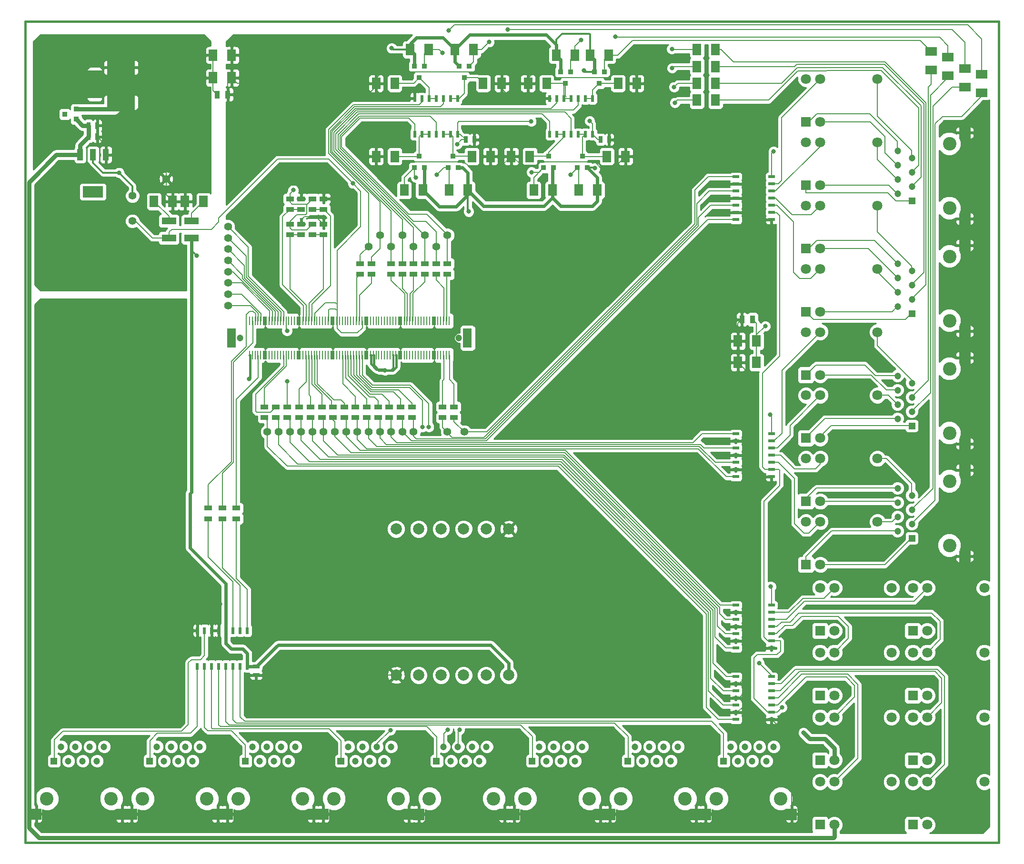
<source format=gtl>
G04 (created by PCBNEW-RS274X (2010-05-05 BZR 2356)-stable) date 04/02/2012 09:10:16*
G01*
G70*
G90*
%MOIN*%
G04 Gerber Fmt 3.4, Leading zero omitted, Abs format*
%FSLAX34Y34*%
G04 APERTURE LIST*
%ADD10C,0.006000*%
%ADD11C,0.015000*%
%ADD12C,0.055000*%
%ADD13R,0.025000X0.045000*%
%ADD14R,0.055000X0.035000*%
%ADD15R,0.035000X0.055000*%
%ADD16R,0.060000X0.080000*%
%ADD17R,0.045000X0.020000*%
%ADD18R,0.020000X0.045000*%
%ADD19R,0.144000X0.080000*%
%ADD20R,0.040000X0.080000*%
%ADD21R,0.036000X0.036000*%
%ADD22R,0.100000X0.050000*%
%ADD23R,0.045000X0.025000*%
%ADD24R,0.080000X0.060000*%
%ADD25R,0.196900X0.126000*%
%ADD26R,0.126000X0.196900*%
%ADD27R,0.070900X0.070900*%
%ADD28C,0.070900*%
%ADD29C,0.094500*%
%ADD30R,0.047200X0.047200*%
%ADD31C,0.047200*%
%ADD32R,0.078700X0.078700*%
%ADD33R,0.011600X0.063000*%
%ADD34R,0.027600X0.063000*%
%ADD35R,0.063000X0.133900*%
%ADD36C,0.078700*%
%ADD37C,0.031500*%
%ADD38C,0.031500*%
%ADD39C,0.005900*%
%ADD40C,0.011800*%
%ADD41C,0.015700*%
%ADD42C,0.023600*%
%ADD43C,0.007100*%
%ADD44C,0.010000*%
G04 APERTURE END LIST*
G54D10*
G54D11*
X25984Y-68110D02*
X26378Y-68110D01*
X25984Y-10630D02*
X25984Y-68110D01*
X27165Y-10630D02*
X25984Y-10630D01*
X94094Y-10630D02*
X27165Y-10630D01*
X94094Y-68110D02*
X94094Y-10630D01*
X26378Y-68110D02*
X94094Y-68110D01*
G54D12*
X35827Y-21654D03*
X33465Y-24606D03*
X33465Y-22835D03*
G54D13*
X30409Y-18701D03*
X31009Y-18701D03*
X30409Y-17913D03*
X31009Y-17913D03*
G54D14*
X46850Y-23799D03*
X46850Y-23049D03*
X46063Y-23050D03*
X46063Y-23800D03*
X45276Y-25572D03*
X45276Y-24822D03*
X44488Y-24822D03*
X44488Y-25572D03*
G54D15*
X76875Y-31500D03*
X76125Y-31500D03*
X39389Y-15748D03*
X40139Y-15748D03*
G54D16*
X38445Y-23228D03*
X37145Y-23228D03*
X34980Y-23228D03*
X36280Y-23228D03*
X77150Y-34500D03*
X75850Y-34500D03*
X39114Y-14567D03*
X40414Y-14567D03*
G54D17*
X75700Y-21500D03*
X75700Y-22000D03*
X75700Y-22500D03*
X75700Y-23000D03*
X75700Y-23500D03*
X75700Y-24000D03*
X75700Y-24500D03*
X78200Y-24500D03*
X78200Y-24000D03*
X78200Y-23000D03*
X78200Y-22500D03*
X78200Y-22000D03*
X78200Y-21500D03*
X78200Y-23500D03*
X75700Y-39500D03*
X75700Y-40000D03*
X75700Y-40500D03*
X75700Y-41000D03*
X75700Y-41500D03*
X75700Y-42000D03*
X75700Y-42500D03*
X78200Y-42500D03*
X78200Y-42000D03*
X78200Y-41000D03*
X78200Y-40500D03*
X78200Y-40000D03*
X78200Y-39500D03*
X78200Y-41500D03*
G54D18*
X56224Y-16023D03*
X55724Y-16023D03*
X55224Y-16023D03*
X54724Y-16023D03*
X54224Y-16023D03*
X53724Y-16023D03*
X53224Y-16023D03*
X53224Y-18523D03*
X53724Y-18523D03*
X54724Y-18523D03*
X55224Y-18523D03*
X55724Y-18523D03*
X56224Y-18523D03*
X54224Y-18523D03*
X65673Y-16023D03*
X65173Y-16023D03*
X64673Y-16023D03*
X64173Y-16023D03*
X63673Y-16023D03*
X63173Y-16023D03*
X62673Y-16023D03*
X62673Y-18523D03*
X63173Y-18523D03*
X64173Y-18523D03*
X64673Y-18523D03*
X65173Y-18523D03*
X65673Y-18523D03*
X63673Y-18523D03*
G54D17*
X75700Y-56500D03*
X75700Y-57000D03*
X75700Y-57500D03*
X75700Y-58000D03*
X75700Y-58500D03*
X75700Y-59000D03*
X75700Y-59500D03*
X78200Y-59500D03*
X78200Y-59000D03*
X78200Y-58000D03*
X78200Y-57500D03*
X78200Y-57000D03*
X78200Y-56500D03*
X78200Y-58500D03*
X75700Y-51500D03*
X75700Y-52000D03*
X75700Y-52500D03*
X75700Y-53000D03*
X75700Y-53500D03*
X75700Y-54000D03*
X75700Y-54500D03*
X78200Y-54500D03*
X78200Y-54000D03*
X78200Y-53000D03*
X78200Y-52500D03*
X78200Y-52000D03*
X78200Y-51500D03*
X78200Y-53500D03*
G54D18*
X41514Y-55777D03*
X40514Y-55777D03*
X40014Y-55777D03*
X39514Y-55777D03*
X39014Y-55777D03*
X38514Y-55777D03*
X38014Y-55777D03*
X38014Y-53277D03*
X38514Y-53277D03*
X39014Y-53277D03*
X39514Y-53277D03*
X40014Y-53277D03*
X40514Y-53277D03*
X41014Y-53277D03*
X41514Y-53277D03*
X41014Y-55777D03*
G54D19*
X30709Y-22560D03*
G54D20*
X30709Y-19960D03*
X29809Y-19960D03*
X31609Y-19960D03*
G54D21*
X56343Y-13773D03*
X57043Y-13773D03*
X56693Y-14573D03*
X65311Y-20873D03*
X64611Y-20873D03*
X64961Y-20073D03*
X62948Y-20873D03*
X62248Y-20873D03*
X62598Y-20073D03*
X63429Y-14167D03*
X64129Y-14167D03*
X63779Y-14967D03*
X65792Y-14167D03*
X66492Y-14167D03*
X66142Y-14967D03*
X29534Y-16776D03*
X29534Y-17476D03*
X28734Y-17126D03*
G54D22*
X37598Y-25797D03*
X37598Y-24597D03*
X36024Y-25797D03*
X36024Y-24597D03*
G54D12*
X56693Y-39370D03*
X55512Y-39370D03*
X49213Y-39370D03*
X50000Y-39370D03*
X50787Y-39370D03*
X51575Y-39370D03*
X52362Y-39370D03*
X53150Y-39370D03*
X55512Y-25591D03*
X53937Y-25591D03*
X52362Y-25591D03*
X50787Y-25591D03*
X54724Y-26378D03*
X53150Y-26378D03*
X51575Y-26378D03*
X50000Y-26378D03*
X42913Y-39370D03*
X43701Y-39370D03*
X44488Y-39370D03*
X45276Y-39370D03*
X46063Y-39370D03*
X46850Y-39370D03*
X47638Y-39370D03*
X48425Y-39370D03*
X40157Y-25000D03*
X40157Y-25787D03*
X40157Y-26575D03*
X40157Y-27362D03*
X40157Y-28149D03*
X40157Y-28937D03*
X40157Y-29724D03*
X40157Y-30512D03*
G54D13*
X57386Y-18898D03*
X56786Y-18898D03*
X66835Y-18898D03*
X66235Y-18898D03*
G54D23*
X42126Y-56402D03*
X42126Y-55802D03*
G54D14*
X46850Y-25572D03*
X46850Y-24822D03*
X46063Y-24822D03*
X46063Y-25572D03*
X45276Y-23800D03*
X45276Y-23050D03*
X44488Y-23050D03*
X44488Y-23800D03*
X55972Y-38375D03*
X55972Y-37625D03*
X55185Y-38375D03*
X55185Y-37625D03*
X53020Y-38375D03*
X53020Y-37625D03*
X52232Y-38375D03*
X52232Y-37625D03*
X51445Y-38375D03*
X51445Y-37625D03*
X50657Y-38375D03*
X50657Y-37625D03*
X49870Y-38375D03*
X49870Y-37625D03*
X49083Y-38375D03*
X49083Y-37625D03*
X48295Y-38375D03*
X48295Y-37625D03*
X47508Y-38375D03*
X47508Y-37625D03*
X46720Y-38375D03*
X46720Y-37625D03*
X45933Y-38375D03*
X45933Y-37625D03*
X45146Y-38375D03*
X45146Y-37625D03*
X43504Y-38367D03*
X43504Y-37617D03*
X44291Y-37617D03*
X44291Y-38367D03*
X55512Y-28328D03*
X55512Y-27578D03*
X54724Y-28328D03*
X54724Y-27578D03*
X53937Y-28328D03*
X53937Y-27578D03*
X53150Y-28328D03*
X53150Y-27578D03*
X52362Y-28328D03*
X52362Y-27578D03*
X51575Y-28328D03*
X51575Y-27578D03*
X50197Y-28328D03*
X50197Y-27578D03*
X49409Y-28328D03*
X49409Y-27578D03*
G54D16*
X51831Y-14961D03*
X50531Y-14961D03*
X58011Y-14961D03*
X59311Y-14961D03*
X56949Y-22441D03*
X55649Y-22441D03*
X53800Y-22441D03*
X52500Y-22441D03*
X52893Y-12598D03*
X54193Y-12598D03*
X56043Y-12598D03*
X57343Y-12598D03*
X66673Y-20079D03*
X67973Y-20079D03*
X61280Y-20079D03*
X59980Y-20079D03*
X62461Y-14961D03*
X61161Y-14961D03*
X67460Y-14961D03*
X68760Y-14961D03*
X66004Y-22441D03*
X64704Y-22441D03*
X62855Y-22441D03*
X61555Y-22441D03*
G54D24*
X89370Y-12736D03*
X89370Y-14036D03*
X91732Y-13917D03*
X91732Y-15217D03*
G54D21*
X56255Y-20873D03*
X55555Y-20873D03*
X55905Y-20073D03*
X53892Y-20873D03*
X53192Y-20873D03*
X53542Y-20073D03*
X53193Y-13773D03*
X53893Y-13773D03*
X53543Y-14573D03*
G54D14*
X39763Y-45453D03*
X39763Y-44703D03*
X40748Y-45453D03*
X40748Y-44703D03*
X38779Y-45453D03*
X38779Y-44703D03*
G54D16*
X57224Y-20079D03*
X58524Y-20079D03*
X51831Y-20079D03*
X50531Y-20079D03*
X72972Y-14961D03*
X74272Y-14961D03*
X72972Y-12598D03*
X74272Y-12598D03*
G54D24*
X90551Y-13130D03*
X90551Y-14430D03*
X92913Y-14311D03*
X92913Y-15611D03*
G54D16*
X63129Y-12992D03*
X64429Y-12992D03*
X65492Y-12992D03*
X66792Y-12992D03*
X72972Y-16142D03*
X74272Y-16142D03*
X72972Y-13780D03*
X74272Y-13780D03*
X77150Y-33000D03*
X75850Y-33000D03*
X39114Y-12992D03*
X40414Y-12992D03*
G54D14*
X42716Y-38367D03*
X42716Y-37617D03*
G54D25*
X32677Y-13842D03*
X32677Y-16283D03*
G54D26*
X30827Y-15024D03*
G54D27*
X80607Y-17661D03*
G54D28*
X81607Y-17661D03*
X85607Y-14661D03*
X81607Y-14661D03*
X80607Y-14661D03*
G54D27*
X80607Y-22090D03*
G54D28*
X81607Y-22090D03*
X85607Y-19090D03*
X81607Y-19090D03*
X80607Y-19090D03*
G54D27*
X80607Y-26519D03*
G54D28*
X81607Y-26519D03*
X85607Y-23519D03*
X81607Y-23519D03*
X80607Y-23519D03*
G54D27*
X80607Y-30948D03*
G54D28*
X81607Y-30948D03*
X85607Y-27948D03*
X81607Y-27948D03*
X80607Y-27948D03*
G54D27*
X80607Y-35378D03*
G54D28*
X81607Y-35378D03*
X85607Y-32378D03*
X81607Y-32378D03*
X80607Y-32378D03*
G54D27*
X80607Y-39807D03*
G54D28*
X81607Y-39807D03*
X85607Y-36807D03*
X81607Y-36807D03*
X80607Y-36807D03*
G54D27*
X80607Y-44236D03*
G54D28*
X81607Y-44236D03*
X85607Y-41236D03*
X81607Y-41236D03*
X80607Y-41236D03*
G54D27*
X80607Y-48665D03*
G54D28*
X81607Y-48665D03*
X85607Y-45665D03*
X81607Y-45665D03*
X80607Y-45665D03*
G54D27*
X81591Y-53292D03*
G54D28*
X82591Y-53292D03*
X86591Y-50292D03*
X82591Y-50292D03*
X81591Y-50292D03*
G54D27*
X88087Y-53292D03*
G54D28*
X89087Y-53292D03*
X93087Y-50292D03*
X89087Y-50292D03*
X88087Y-50292D03*
G54D27*
X81591Y-57819D03*
G54D28*
X82591Y-57819D03*
X86591Y-54819D03*
X82591Y-54819D03*
X81591Y-54819D03*
G54D27*
X88087Y-57819D03*
G54D28*
X89087Y-57819D03*
X93087Y-54819D03*
X89087Y-54819D03*
X88087Y-54819D03*
G54D27*
X81591Y-62347D03*
G54D28*
X82591Y-62347D03*
X86591Y-59347D03*
X82591Y-59347D03*
X81591Y-59347D03*
G54D27*
X88087Y-62347D03*
G54D28*
X89087Y-62347D03*
X93087Y-59347D03*
X89087Y-59347D03*
X88087Y-59347D03*
G54D27*
X81591Y-66874D03*
G54D28*
X82591Y-66874D03*
X86591Y-63874D03*
X82591Y-63874D03*
X81591Y-63874D03*
G54D27*
X88087Y-66874D03*
G54D28*
X89087Y-66874D03*
X93087Y-63874D03*
X89087Y-63874D03*
X88087Y-63874D03*
G54D29*
X90654Y-19207D03*
X90654Y-23707D03*
G54D30*
X88028Y-23207D03*
G54D31*
X87028Y-22707D03*
X88028Y-22207D03*
X87028Y-21707D03*
X88028Y-21207D03*
X87028Y-20707D03*
X88028Y-20207D03*
X87028Y-19707D03*
G54D32*
X91737Y-18447D03*
X91737Y-24467D03*
G54D29*
X90654Y-27081D03*
X90654Y-31581D03*
G54D30*
X88028Y-31081D03*
G54D31*
X87028Y-30581D03*
X88028Y-30081D03*
X87028Y-29581D03*
X88028Y-29081D03*
X87028Y-28581D03*
X88028Y-28081D03*
X87028Y-27581D03*
G54D32*
X91737Y-26321D03*
X91737Y-32341D03*
G54D29*
X90654Y-34955D03*
X90654Y-39455D03*
G54D30*
X88028Y-38955D03*
G54D31*
X87028Y-38455D03*
X88028Y-37955D03*
X87028Y-37455D03*
X88028Y-36955D03*
X87028Y-36455D03*
X88028Y-35955D03*
X87028Y-35455D03*
G54D32*
X91737Y-34195D03*
X91737Y-40215D03*
G54D29*
X90654Y-42829D03*
X90654Y-47329D03*
G54D30*
X88028Y-46829D03*
G54D31*
X87028Y-46329D03*
X88028Y-45829D03*
X87028Y-45329D03*
X88028Y-44829D03*
X87028Y-44329D03*
X88028Y-43829D03*
X87028Y-43329D03*
G54D32*
X91737Y-42069D03*
X91737Y-48089D03*
G54D29*
X78825Y-65064D03*
X74325Y-65064D03*
G54D30*
X74825Y-62438D03*
G54D31*
X75325Y-61438D03*
X75825Y-62438D03*
X76325Y-61438D03*
X76825Y-62438D03*
X77325Y-61438D03*
X77825Y-62438D03*
X78325Y-61438D03*
G54D32*
X79585Y-66147D03*
X73565Y-66147D03*
G54D29*
X72132Y-65064D03*
X67632Y-65064D03*
G54D30*
X68132Y-62438D03*
G54D31*
X68632Y-61438D03*
X69132Y-62438D03*
X69632Y-61438D03*
X70132Y-62438D03*
X70632Y-61438D03*
X71132Y-62438D03*
X71632Y-61438D03*
G54D32*
X72892Y-66147D03*
X66872Y-66147D03*
G54D29*
X65439Y-65064D03*
X60939Y-65064D03*
G54D30*
X61439Y-62438D03*
G54D31*
X61939Y-61438D03*
X62439Y-62438D03*
X62939Y-61438D03*
X63439Y-62438D03*
X63939Y-61438D03*
X64439Y-62438D03*
X64939Y-61438D03*
G54D32*
X66199Y-66147D03*
X60179Y-66147D03*
G54D29*
X58746Y-65064D03*
X54246Y-65064D03*
G54D30*
X54746Y-62438D03*
G54D31*
X55246Y-61438D03*
X55746Y-62438D03*
X56246Y-61438D03*
X56746Y-62438D03*
X57246Y-61438D03*
X57746Y-62438D03*
X58246Y-61438D03*
G54D32*
X59506Y-66147D03*
X53486Y-66147D03*
G54D29*
X31974Y-65064D03*
X27474Y-65064D03*
G54D10*
G36*
X27738Y-62674D02*
X27738Y-62202D01*
X28210Y-62202D01*
X28210Y-62674D01*
X27738Y-62674D01*
X27738Y-62674D01*
G37*
G54D31*
X28474Y-61438D03*
X28974Y-62438D03*
X29474Y-61438D03*
X29974Y-62438D03*
X30474Y-61438D03*
X30974Y-62438D03*
X31474Y-61438D03*
G54D10*
G36*
X32341Y-66540D02*
X32341Y-65754D01*
X33127Y-65754D01*
X33127Y-66540D01*
X32341Y-66540D01*
X32341Y-66540D01*
G37*
G36*
X26321Y-66540D02*
X26321Y-65754D01*
X27107Y-65754D01*
X27107Y-66540D01*
X26321Y-66540D01*
X26321Y-66540D01*
G37*
G54D29*
X38667Y-65064D03*
X34167Y-65064D03*
G54D10*
G36*
X34431Y-62674D02*
X34431Y-62202D01*
X34903Y-62202D01*
X34903Y-62674D01*
X34431Y-62674D01*
X34431Y-62674D01*
G37*
G54D31*
X35167Y-61438D03*
X35667Y-62438D03*
X36167Y-61438D03*
X36667Y-62438D03*
X37167Y-61438D03*
X37667Y-62438D03*
X38167Y-61438D03*
G54D10*
G36*
X39034Y-66540D02*
X39034Y-65754D01*
X39820Y-65754D01*
X39820Y-66540D01*
X39034Y-66540D01*
X39034Y-66540D01*
G37*
G36*
X33014Y-66540D02*
X33014Y-65754D01*
X33800Y-65754D01*
X33800Y-66540D01*
X33014Y-66540D01*
X33014Y-66540D01*
G37*
G54D29*
X45360Y-65064D03*
X40860Y-65064D03*
G54D10*
G36*
X41124Y-62674D02*
X41124Y-62202D01*
X41596Y-62202D01*
X41596Y-62674D01*
X41124Y-62674D01*
X41124Y-62674D01*
G37*
G54D31*
X41860Y-61438D03*
X42360Y-62438D03*
X42860Y-61438D03*
X43360Y-62438D03*
X43860Y-61438D03*
X44360Y-62438D03*
X44860Y-61438D03*
G54D10*
G36*
X45727Y-66540D02*
X45727Y-65754D01*
X46513Y-65754D01*
X46513Y-66540D01*
X45727Y-66540D01*
X45727Y-66540D01*
G37*
G36*
X39707Y-66540D02*
X39707Y-65754D01*
X40493Y-65754D01*
X40493Y-66540D01*
X39707Y-66540D01*
X39707Y-66540D01*
G37*
G54D29*
X52053Y-65064D03*
X47553Y-65064D03*
G54D10*
G36*
X47817Y-62674D02*
X47817Y-62202D01*
X48289Y-62202D01*
X48289Y-62674D01*
X47817Y-62674D01*
X47817Y-62674D01*
G37*
G54D31*
X48553Y-61438D03*
X49053Y-62438D03*
X49553Y-61438D03*
X50053Y-62438D03*
X50553Y-61438D03*
X51053Y-62438D03*
X51553Y-61438D03*
G54D10*
G36*
X52420Y-66540D02*
X52420Y-65754D01*
X53206Y-65754D01*
X53206Y-66540D01*
X52420Y-66540D01*
X52420Y-66540D01*
G37*
G36*
X46400Y-66540D02*
X46400Y-65754D01*
X47186Y-65754D01*
X47186Y-66540D01*
X46400Y-66540D01*
X46400Y-66540D01*
G37*
G54D33*
X41661Y-31578D03*
X41661Y-33980D03*
X41858Y-31578D03*
X41858Y-33980D03*
X42055Y-31578D03*
X42055Y-33980D03*
X42252Y-31578D03*
X42252Y-33980D03*
X42448Y-31578D03*
X42448Y-33980D03*
G54D34*
X42744Y-31578D03*
X42744Y-33980D03*
G54D33*
X43039Y-31578D03*
X43039Y-33980D03*
X43236Y-31578D03*
X43236Y-33980D03*
X43433Y-31578D03*
X43433Y-33980D03*
X43630Y-31578D03*
X43630Y-33980D03*
X43826Y-31578D03*
X43826Y-33980D03*
X44023Y-31578D03*
X44023Y-33980D03*
X44220Y-31578D03*
X44220Y-33980D03*
X44417Y-31578D03*
X44417Y-33980D03*
X44614Y-31578D03*
X44614Y-33980D03*
X44811Y-31578D03*
X44811Y-33980D03*
G54D34*
X45106Y-31578D03*
X45106Y-33980D03*
G54D33*
X45401Y-31578D03*
X45401Y-33980D03*
X45598Y-31578D03*
X45598Y-33980D03*
X45795Y-31578D03*
X45795Y-33980D03*
X45992Y-31578D03*
X45992Y-33980D03*
X46189Y-31578D03*
X46189Y-33980D03*
X46385Y-31578D03*
X46385Y-33980D03*
X46582Y-31578D03*
X46582Y-33980D03*
X46779Y-31578D03*
X46779Y-33980D03*
X50519Y-33980D03*
X50716Y-31578D03*
X50716Y-33980D03*
X50913Y-31578D03*
X50913Y-33980D03*
X51110Y-31578D03*
X51110Y-33980D03*
X51307Y-31578D03*
X51307Y-33980D03*
X51504Y-31578D03*
X51504Y-33980D03*
X51700Y-31578D03*
X51700Y-33980D03*
X51897Y-31578D03*
X51897Y-33980D03*
G54D34*
X52192Y-31578D03*
X52192Y-33980D03*
G54D33*
X52488Y-31578D03*
X52488Y-33980D03*
X52685Y-31578D03*
X52685Y-33980D03*
X52881Y-31578D03*
X52881Y-33980D03*
X53078Y-31578D03*
X53078Y-33980D03*
X53275Y-31578D03*
X53275Y-33980D03*
X53472Y-31578D03*
X53472Y-33980D03*
X53669Y-31578D03*
X53669Y-33980D03*
X53866Y-31578D03*
X53866Y-33980D03*
X54063Y-31578D03*
X54063Y-33980D03*
X54259Y-31578D03*
X54259Y-33980D03*
G54D34*
X54555Y-31578D03*
X54555Y-33980D03*
G54D33*
X54850Y-31578D03*
X54850Y-33980D03*
X55047Y-31578D03*
X55047Y-33980D03*
X55244Y-31578D03*
X55244Y-33980D03*
X55441Y-31578D03*
X55441Y-33980D03*
X55637Y-31578D03*
X55637Y-33980D03*
X46976Y-31578D03*
X46976Y-33980D03*
X47173Y-31578D03*
X47173Y-33980D03*
G54D34*
X47468Y-31578D03*
X47468Y-33980D03*
G54D33*
X47763Y-31578D03*
X47763Y-33980D03*
X47960Y-31578D03*
X47960Y-33980D03*
X48157Y-31578D03*
X48157Y-33980D03*
X48354Y-31578D03*
X48354Y-33980D03*
X48551Y-31578D03*
X48551Y-33980D03*
X48748Y-31578D03*
X48748Y-33980D03*
X48944Y-33980D03*
X49141Y-31578D03*
X49141Y-33980D03*
X49338Y-31578D03*
X49338Y-33980D03*
X49535Y-31578D03*
X49535Y-33980D03*
G54D34*
X49830Y-31578D03*
X49830Y-33980D03*
G54D33*
X50126Y-31578D03*
X50126Y-33980D03*
X50322Y-31578D03*
X50322Y-33980D03*
X50519Y-31578D03*
X48944Y-31578D03*
G54D31*
X40992Y-32779D03*
X56307Y-32779D03*
G54D35*
X56897Y-32779D03*
X40401Y-32779D03*
G54D36*
X59795Y-56406D03*
X58220Y-56406D03*
X56645Y-56406D03*
X55070Y-56406D03*
X53496Y-56406D03*
X51921Y-56406D03*
X51921Y-46169D03*
X53496Y-46169D03*
X55070Y-46169D03*
X56645Y-46169D03*
X58220Y-46169D03*
X59795Y-46169D03*
G54D37*
X80433Y-60433D03*
X44724Y-22441D03*
X48898Y-21968D03*
X61378Y-17618D03*
X56201Y-19213D03*
X65472Y-17598D03*
X37953Y-27028D03*
X57008Y-23937D03*
X65846Y-20886D03*
X65059Y-14075D03*
X32539Y-21220D03*
X51614Y-12500D03*
X51142Y-35059D03*
X41634Y-35650D03*
X54212Y-39016D03*
X51527Y-60256D03*
X53779Y-39016D03*
X55527Y-60228D03*
X56358Y-60224D03*
X50020Y-15669D03*
X49764Y-20000D03*
X39606Y-51417D03*
X91319Y-41102D03*
X78189Y-43071D03*
X68228Y-18819D03*
X69646Y-15394D03*
X60197Y-19055D03*
X47146Y-21279D03*
X59961Y-15984D03*
X54527Y-35669D03*
X46842Y-24323D03*
X47673Y-23173D03*
X44291Y-32283D03*
X44291Y-35827D03*
X77323Y-55551D03*
X78149Y-50197D03*
X78110Y-38150D03*
X78346Y-19724D03*
X77756Y-31968D03*
X78937Y-58661D03*
X59744Y-11181D03*
X58425Y-12067D03*
X55157Y-12815D03*
X55610Y-11260D03*
X71240Y-13898D03*
X61398Y-21181D03*
X64862Y-11929D03*
X67283Y-11693D03*
X71378Y-15217D03*
X54783Y-21358D03*
X71220Y-12559D03*
X64134Y-21358D03*
X71437Y-16319D03*
X53307Y-21555D03*
G54D38*
X30409Y-17913D02*
X29971Y-17913D01*
X29971Y-17913D02*
X29534Y-17476D01*
X30409Y-18701D02*
X30409Y-17913D01*
X29809Y-19960D02*
X29809Y-19301D01*
X29809Y-19301D02*
X30409Y-18701D01*
X80433Y-60433D02*
X80866Y-60866D01*
X80866Y-60866D02*
X81929Y-60866D01*
X81929Y-60866D02*
X82591Y-61528D01*
X82591Y-61528D02*
X82591Y-62347D01*
X29809Y-19960D02*
X28150Y-19960D01*
X82591Y-67723D02*
X82591Y-66874D01*
X82519Y-67795D02*
X82591Y-67723D01*
X26928Y-67795D02*
X82519Y-67795D01*
X26220Y-67087D02*
X26928Y-67795D01*
X26220Y-21890D02*
X26220Y-67087D01*
X28150Y-19960D02*
X26220Y-21890D01*
G54D39*
X47205Y-31593D02*
X47173Y-31578D01*
X47205Y-31593D02*
X47205Y-30826D01*
X44488Y-22677D02*
X44724Y-22441D01*
X47205Y-30826D02*
X47283Y-30748D01*
X49449Y-22519D02*
X49449Y-25000D01*
X49449Y-25000D02*
X47795Y-26654D01*
X47795Y-26654D02*
X47795Y-31593D01*
X44488Y-23050D02*
X44488Y-22677D01*
X56411Y-18523D02*
X56786Y-18898D01*
X56224Y-18523D02*
X56411Y-18523D01*
X44488Y-24822D02*
X44488Y-24618D01*
X66235Y-18898D02*
X66048Y-18898D01*
X47795Y-30433D02*
X47795Y-31593D01*
X47678Y-30748D02*
X47795Y-30865D01*
X47795Y-30865D02*
X47795Y-31593D01*
X47795Y-31593D02*
X47795Y-32125D01*
X47795Y-32125D02*
X48111Y-32441D01*
X48111Y-32441D02*
X49212Y-32441D01*
X49212Y-32441D02*
X49567Y-32086D01*
X49567Y-32086D02*
X49567Y-31593D01*
X49535Y-31578D02*
X49567Y-31593D01*
X46221Y-31593D02*
X46221Y-31062D01*
X46221Y-31593D02*
X46189Y-31578D01*
X46221Y-31062D02*
X46968Y-30315D01*
X46968Y-30315D02*
X47677Y-30315D01*
X47677Y-30315D02*
X47795Y-30433D01*
X56516Y-18898D02*
X56786Y-18898D01*
X36024Y-25373D02*
X36220Y-25177D01*
X36220Y-25177D02*
X38996Y-25177D01*
X38996Y-25177D02*
X39508Y-24665D01*
X39508Y-24665D02*
X39508Y-24390D01*
X39508Y-24390D02*
X43642Y-20256D01*
X43642Y-20256D02*
X47186Y-20256D01*
X47186Y-20256D02*
X48898Y-21968D01*
X56201Y-19213D02*
X56516Y-18898D01*
X36024Y-25797D02*
X36024Y-25373D01*
X45673Y-24075D02*
X45673Y-23440D01*
X34871Y-25797D02*
X33680Y-24606D01*
X33680Y-24606D02*
X33465Y-24606D01*
X36024Y-25797D02*
X34871Y-25797D01*
X44622Y-25232D02*
X45653Y-25232D01*
X45673Y-23440D02*
X45692Y-23421D01*
X44960Y-24146D02*
X45602Y-24146D01*
X44488Y-24618D02*
X44960Y-24146D01*
X44488Y-23050D02*
X44488Y-23268D01*
X44488Y-23268D02*
X44641Y-23421D01*
X44641Y-23421D02*
X45692Y-23421D01*
X45692Y-23421D02*
X46063Y-23050D01*
X44488Y-24822D02*
X44488Y-25098D01*
X45653Y-25232D02*
X46063Y-24822D01*
X44488Y-25098D02*
X44622Y-25232D01*
X47283Y-30748D02*
X47678Y-30748D01*
X66048Y-18898D02*
X65673Y-18523D01*
X56224Y-18523D02*
X56224Y-17713D01*
X48898Y-21968D02*
X49449Y-22519D01*
X65472Y-17598D02*
X65673Y-17799D01*
X45602Y-24146D02*
X45673Y-24075D01*
X61378Y-17619D02*
X61378Y-17618D01*
X61359Y-17638D02*
X61378Y-17619D01*
X56299Y-17638D02*
X61359Y-17638D01*
X56224Y-17713D02*
X56299Y-17638D01*
X65673Y-17799D02*
X65673Y-18523D01*
G54D40*
X51732Y-33995D02*
X51700Y-33980D01*
X51732Y-33995D02*
X51732Y-34882D01*
X51732Y-34882D02*
X51555Y-35059D01*
G54D41*
X51142Y-35059D02*
X51712Y-35059D01*
X51929Y-34842D02*
X51929Y-33995D01*
X51897Y-33980D02*
X51929Y-33995D01*
X51712Y-35059D02*
X51929Y-34842D01*
X50708Y-35059D02*
X51142Y-35059D01*
X50354Y-33995D02*
X50354Y-34705D01*
X50354Y-33995D02*
X50322Y-33980D01*
X50354Y-34705D02*
X50708Y-35059D01*
G54D42*
X56043Y-13473D02*
X56343Y-13773D01*
X63129Y-12992D02*
X63129Y-12263D01*
X63129Y-12263D02*
X62441Y-11575D01*
G54D40*
X37953Y-27028D02*
X37598Y-26673D01*
X37598Y-26673D02*
X37598Y-25797D01*
X57008Y-23937D02*
X56949Y-23878D01*
X56949Y-23878D02*
X56949Y-22441D01*
X63129Y-11890D02*
X63523Y-11496D01*
X65792Y-14167D02*
X65151Y-14167D01*
X65833Y-20873D02*
X65311Y-20873D01*
X65846Y-20886D02*
X65833Y-20873D01*
G54D42*
X56043Y-12598D02*
X56043Y-13473D01*
X63429Y-14167D02*
X63429Y-13292D01*
G54D40*
X65151Y-14167D02*
X65059Y-14075D01*
G54D42*
X53892Y-20873D02*
X53892Y-22349D01*
X53892Y-22349D02*
X53800Y-22441D01*
X42126Y-55802D02*
X42151Y-55802D01*
X59795Y-55543D02*
X59795Y-56406D01*
X58543Y-54291D02*
X59795Y-55543D01*
X43662Y-54291D02*
X58543Y-54291D01*
X42151Y-55802D02*
X43662Y-54291D01*
X42126Y-55802D02*
X41539Y-55802D01*
X41539Y-55802D02*
X41514Y-55777D01*
X40014Y-53277D02*
X40014Y-54191D01*
X41514Y-54877D02*
X41514Y-55777D01*
X41208Y-54571D02*
X41514Y-54877D01*
X40394Y-54571D02*
X41208Y-54571D01*
X65669Y-23543D02*
X66004Y-23208D01*
X63425Y-23543D02*
X65669Y-23543D01*
X62855Y-22973D02*
X63425Y-23543D01*
X62855Y-22441D02*
X62855Y-20966D01*
X62855Y-20966D02*
X62948Y-20873D01*
X66004Y-22441D02*
X66004Y-21566D01*
X66004Y-21566D02*
X65311Y-20873D01*
X53193Y-13773D02*
X53193Y-12898D01*
X53193Y-12898D02*
X52893Y-12598D01*
X56255Y-20873D02*
X56582Y-20873D01*
X56949Y-21240D02*
X56949Y-22441D01*
G54D40*
X51614Y-12500D02*
X51712Y-12598D01*
X65452Y-11496D02*
X65492Y-11536D01*
X63523Y-11496D02*
X65452Y-11496D01*
X32539Y-21220D02*
X31417Y-21220D01*
X30709Y-20512D02*
X30709Y-19960D01*
X31417Y-21220D02*
X30709Y-20512D01*
X33465Y-22146D02*
X33465Y-22835D01*
X32539Y-21220D02*
X33465Y-22146D01*
G54D42*
X40014Y-54191D02*
X40394Y-54571D01*
X56582Y-20873D02*
X56949Y-21240D01*
G54D40*
X63129Y-12992D02*
X63129Y-11890D01*
X65492Y-11536D02*
X65492Y-12992D01*
G54D42*
X58051Y-23543D02*
X56949Y-22441D01*
X56949Y-22441D02*
X56949Y-22775D01*
X54942Y-23583D02*
X53800Y-22441D01*
X56141Y-23583D02*
X54942Y-23583D01*
X56949Y-22775D02*
X56141Y-23583D01*
X62855Y-22441D02*
X62855Y-22972D01*
X62855Y-22972D02*
X62284Y-23543D01*
X62284Y-23543D02*
X58051Y-23543D01*
X66004Y-23208D02*
X66004Y-22441D01*
X62855Y-22441D02*
X62855Y-22973D01*
G54D41*
X41693Y-33995D02*
X41693Y-35591D01*
X41693Y-33995D02*
X41661Y-33980D01*
G54D42*
X65792Y-14167D02*
X65792Y-13292D01*
X55217Y-11772D02*
X56043Y-12598D01*
X62441Y-11575D02*
X57066Y-11575D01*
X57066Y-11575D02*
X56043Y-12598D01*
X53346Y-11772D02*
X55217Y-11772D01*
X65792Y-13292D02*
X65492Y-12992D01*
X63429Y-13292D02*
X63129Y-12992D01*
G54D41*
X50126Y-33980D02*
X50158Y-33995D01*
X50551Y-35000D02*
X50158Y-34607D01*
X51083Y-35000D02*
X50551Y-35000D01*
X51142Y-35059D02*
X51083Y-35000D01*
X41693Y-35591D02*
X41634Y-35650D01*
G54D42*
X40014Y-53277D02*
X40014Y-49995D01*
X40014Y-49995D02*
X37499Y-47480D01*
X37499Y-47480D02*
X37499Y-43682D01*
X37499Y-43682D02*
X37598Y-43583D01*
X37598Y-43583D02*
X37598Y-25797D01*
X52893Y-12598D02*
X52893Y-12225D01*
G54D40*
X51712Y-12598D02*
X52893Y-12598D01*
G54D42*
X52893Y-12225D02*
X53346Y-11772D01*
G54D40*
X51555Y-35059D02*
X51142Y-35059D01*
G54D41*
X50158Y-34607D02*
X50158Y-33995D01*
G54D38*
X32677Y-16283D02*
X32677Y-16299D01*
X29534Y-16776D02*
X32200Y-16776D01*
X32200Y-16776D02*
X32677Y-16299D01*
G54D39*
X34075Y-17913D02*
X34213Y-17775D01*
X39114Y-12992D02*
X39114Y-14567D01*
X34213Y-17775D02*
X34213Y-14134D01*
X33386Y-14567D02*
X32677Y-13858D01*
X31609Y-19301D02*
X31009Y-18701D01*
X31009Y-17913D02*
X34075Y-17913D01*
X39114Y-15473D02*
X39389Y-15748D01*
X34213Y-14134D02*
X33937Y-13858D01*
X34763Y-19960D02*
X35827Y-21024D01*
X36280Y-23228D02*
X37145Y-23228D01*
X35827Y-21654D02*
X35827Y-22775D01*
X39114Y-14567D02*
X39114Y-15473D01*
X33937Y-13858D02*
X32677Y-13858D01*
X31009Y-18701D02*
X31009Y-17913D01*
X31609Y-19960D02*
X31609Y-19301D01*
X35827Y-21024D02*
X35827Y-21654D01*
X35827Y-22775D02*
X36280Y-23228D01*
X31609Y-19960D02*
X34763Y-19960D01*
X39114Y-14567D02*
X33386Y-14567D01*
X89488Y-43327D02*
X88008Y-44807D01*
X88028Y-44829D02*
X88008Y-44807D01*
X91732Y-15217D02*
X90846Y-15217D01*
X90846Y-15217D02*
X89488Y-16575D01*
X89488Y-16575D02*
X89488Y-43327D01*
X90551Y-14567D02*
X89331Y-15787D01*
X89331Y-36610D02*
X88008Y-37933D01*
X88028Y-37955D02*
X88008Y-37933D01*
X89331Y-15787D02*
X89331Y-36610D01*
X90551Y-14430D02*
X90551Y-14567D01*
X88858Y-28209D02*
X88008Y-29059D01*
X79803Y-13780D02*
X79961Y-13622D01*
X86102Y-13622D02*
X88858Y-16378D01*
X74272Y-13780D02*
X79803Y-13780D01*
X88858Y-16378D02*
X88858Y-28209D01*
X79961Y-13622D02*
X86102Y-13622D01*
X88028Y-29081D02*
X88008Y-29059D01*
X75551Y-13465D02*
X86142Y-13465D01*
X74272Y-12598D02*
X74684Y-12598D01*
X74684Y-12598D02*
X75551Y-13465D01*
X89016Y-29051D02*
X88008Y-30059D01*
X88028Y-30081D02*
X88008Y-30059D01*
X86142Y-13465D02*
X89016Y-16339D01*
X89016Y-16339D02*
X89016Y-29051D01*
X88504Y-16693D02*
X88504Y-20689D01*
X85866Y-14055D02*
X88504Y-16693D01*
X82047Y-14094D02*
X82086Y-14055D01*
X77992Y-16142D02*
X80040Y-14094D01*
X74272Y-16142D02*
X77992Y-16142D01*
X80040Y-14094D02*
X82047Y-14094D01*
X88028Y-21207D02*
X88008Y-21185D01*
X82086Y-14055D02*
X85866Y-14055D01*
X88504Y-20689D02*
X88008Y-21185D01*
X81607Y-48665D02*
X86150Y-48665D01*
X88028Y-46829D02*
X88008Y-46807D01*
X86150Y-48665D02*
X88008Y-46807D01*
X86619Y-30948D02*
X87008Y-30559D01*
X81607Y-30948D02*
X86619Y-30948D01*
X87028Y-30581D02*
X87008Y-30559D01*
X85607Y-45665D02*
X86650Y-45665D01*
X87028Y-45329D02*
X87008Y-45307D01*
X86650Y-45665D02*
X87008Y-45307D01*
X85607Y-32378D02*
X85607Y-33324D01*
X88028Y-35955D02*
X88008Y-35933D01*
X85607Y-33324D02*
X88008Y-35725D01*
X88008Y-35725D02*
X88008Y-35933D01*
X85607Y-14661D02*
X85607Y-17260D01*
X88008Y-19661D02*
X88008Y-20185D01*
X88028Y-20207D02*
X88008Y-20185D01*
X85607Y-17260D02*
X88008Y-19661D01*
X80607Y-48094D02*
X82394Y-46307D01*
X80607Y-48665D02*
X80607Y-48094D01*
X82394Y-46307D02*
X87008Y-46307D01*
X87028Y-46329D02*
X87008Y-46307D01*
X80804Y-17661D02*
X81378Y-17087D01*
X87028Y-19707D02*
X87008Y-19685D01*
X80607Y-17661D02*
X80804Y-17661D01*
X87008Y-19016D02*
X87008Y-19685D01*
X85079Y-17087D02*
X87008Y-19016D01*
X81378Y-17087D02*
X85079Y-17087D01*
X88028Y-45829D02*
X88008Y-45807D01*
X92913Y-15611D02*
X92913Y-15866D01*
X89645Y-17796D02*
X89645Y-44170D01*
X89645Y-44170D02*
X88008Y-45807D01*
X91496Y-17283D02*
X90158Y-17283D01*
X90158Y-17283D02*
X89645Y-17796D01*
X92913Y-15866D02*
X91496Y-17283D01*
X89173Y-15237D02*
X89173Y-35768D01*
X89370Y-15040D02*
X89173Y-15237D01*
X89173Y-35768D02*
X88008Y-36933D01*
X88028Y-36955D02*
X88008Y-36933D01*
X89370Y-14036D02*
X89370Y-15040D01*
X85983Y-13858D02*
X88661Y-16536D01*
X88028Y-22207D02*
X88008Y-22185D01*
X88661Y-21532D02*
X88008Y-22185D01*
X74272Y-14961D02*
X78897Y-14961D01*
X88661Y-16536D02*
X88661Y-21532D01*
X80000Y-13858D02*
X85983Y-13858D01*
X78897Y-14961D02*
X80000Y-13858D01*
X87028Y-44329D02*
X87008Y-44307D01*
X81607Y-44236D02*
X86937Y-44236D01*
X86937Y-44236D02*
X87008Y-44307D01*
X86236Y-36433D02*
X87008Y-36433D01*
X85181Y-35378D02*
X86236Y-36433D01*
X87028Y-36455D02*
X87008Y-36433D01*
X81607Y-35378D02*
X85181Y-35378D01*
X86413Y-22090D02*
X87008Y-22685D01*
X81607Y-22090D02*
X86413Y-22090D01*
X87028Y-22707D02*
X87008Y-22685D01*
X81607Y-39807D02*
X81607Y-39692D01*
X81607Y-39692D02*
X82366Y-38933D01*
X82366Y-38933D02*
X88008Y-38933D01*
X88028Y-38955D02*
X88008Y-38933D01*
X87028Y-28581D02*
X87008Y-28559D01*
X84968Y-26519D02*
X87008Y-28559D01*
X81607Y-26519D02*
X84968Y-26519D01*
X87028Y-20707D02*
X87008Y-20685D01*
X86142Y-18701D02*
X86142Y-19819D01*
X81607Y-17661D02*
X85102Y-17661D01*
X85102Y-17661D02*
X86142Y-18701D01*
X86142Y-19819D02*
X87008Y-20685D01*
X88008Y-43008D02*
X88008Y-43807D01*
X85607Y-41236D02*
X86236Y-41236D01*
X86236Y-41236D02*
X88008Y-43008D01*
X88028Y-43829D02*
X88008Y-43807D01*
X86382Y-36807D02*
X87008Y-37433D01*
X87028Y-37455D02*
X87008Y-37433D01*
X85607Y-36807D02*
X86382Y-36807D01*
X80607Y-44039D02*
X81339Y-43307D01*
X80607Y-44236D02*
X80607Y-44039D01*
X87028Y-43329D02*
X87008Y-43307D01*
X81339Y-43307D02*
X87008Y-43307D01*
X87008Y-35433D02*
X85472Y-35433D01*
X87008Y-35433D02*
X87028Y-35455D01*
X85472Y-35433D02*
X84724Y-34685D01*
X84724Y-34685D02*
X81300Y-34685D01*
X81300Y-34685D02*
X80607Y-35378D01*
X80607Y-39747D02*
X81921Y-38433D01*
X80607Y-39807D02*
X80607Y-39747D01*
X81921Y-38433D02*
X87008Y-38433D01*
X87028Y-38455D02*
X87008Y-38433D01*
X80607Y-26519D02*
X80804Y-26519D01*
X81378Y-25945D02*
X85394Y-25945D01*
X80804Y-26519D02*
X81378Y-25945D01*
X85394Y-25945D02*
X87008Y-27559D01*
X87028Y-27581D02*
X87008Y-27559D01*
X87571Y-31496D02*
X88008Y-31059D01*
X88028Y-31081D02*
X88008Y-31059D01*
X81142Y-31496D02*
X87571Y-31496D01*
X80607Y-30948D02*
X80607Y-30961D01*
X80607Y-30961D02*
X81142Y-31496D01*
X80607Y-22615D02*
X80630Y-22638D01*
X80607Y-22090D02*
X80607Y-22615D01*
X86886Y-23185D02*
X88008Y-23185D01*
X88028Y-23207D02*
X88008Y-23185D01*
X80630Y-22638D02*
X86339Y-22638D01*
X86339Y-22638D02*
X86886Y-23185D01*
X88008Y-27772D02*
X88008Y-28059D01*
X85607Y-23519D02*
X85607Y-25371D01*
X85607Y-25371D02*
X88008Y-27772D01*
X88028Y-28081D02*
X88008Y-28059D01*
X85607Y-27948D02*
X85607Y-28158D01*
X87028Y-29581D02*
X87008Y-29559D01*
X85607Y-28158D02*
X87008Y-29559D01*
X85607Y-19090D02*
X85607Y-20284D01*
X87028Y-21707D02*
X87008Y-21685D01*
X85607Y-20284D02*
X87008Y-21685D01*
X49567Y-33995D02*
X49567Y-35394D01*
X49567Y-33995D02*
X49535Y-33980D01*
X50275Y-36102D02*
X52913Y-36102D01*
X52913Y-36102D02*
X54212Y-37401D01*
X54212Y-37401D02*
X54212Y-39016D01*
X49567Y-35394D02*
X50275Y-36102D01*
X50575Y-61208D02*
X51527Y-60256D01*
X50575Y-61417D02*
X50575Y-61208D01*
X50575Y-61417D02*
X50553Y-61438D01*
X49370Y-33995D02*
X49338Y-33980D01*
X53779Y-37165D02*
X53779Y-39016D01*
X52874Y-36260D02*
X53779Y-37165D01*
X50236Y-36260D02*
X52874Y-36260D01*
X49370Y-35394D02*
X50236Y-36260D01*
X49370Y-33995D02*
X49370Y-35394D01*
X55268Y-60487D02*
X55527Y-60228D01*
X55268Y-61417D02*
X55268Y-60487D01*
X55268Y-61417D02*
X55246Y-61438D01*
X56268Y-61417D02*
X56246Y-61438D01*
X56268Y-61417D02*
X56268Y-60314D01*
X56268Y-60314D02*
X56358Y-60224D01*
X41514Y-53277D02*
X41514Y-50392D01*
X41514Y-50392D02*
X40748Y-49626D01*
X40748Y-49626D02*
X40748Y-45453D01*
X39763Y-48881D02*
X39763Y-45453D01*
X41014Y-50132D02*
X39763Y-48881D01*
X41014Y-53277D02*
X41014Y-50132D01*
X40514Y-53277D02*
X40514Y-49872D01*
X38779Y-48137D02*
X38779Y-45453D01*
X40514Y-49872D02*
X38779Y-48137D01*
X45433Y-31593D02*
X45433Y-30528D01*
X45433Y-31593D02*
X45401Y-31578D01*
X44488Y-23800D02*
X45276Y-23800D01*
X45433Y-30528D02*
X43980Y-29075D01*
X43980Y-29075D02*
X43980Y-24308D01*
X43980Y-24308D02*
X44488Y-23800D01*
X44488Y-25572D02*
X45276Y-25572D01*
X44488Y-29343D02*
X45630Y-30485D01*
X45598Y-31578D02*
X45630Y-31593D01*
X45630Y-30485D02*
X45630Y-31593D01*
X44488Y-25572D02*
X44488Y-29343D01*
X46850Y-25572D02*
X46850Y-29347D01*
X46063Y-25572D02*
X46850Y-25572D01*
X45795Y-31578D02*
X45827Y-31593D01*
X45827Y-30370D02*
X45827Y-31593D01*
X46850Y-29347D02*
X45827Y-30370D01*
X46063Y-23800D02*
X46849Y-23800D01*
X46849Y-23800D02*
X46850Y-23799D01*
X47327Y-24248D02*
X47327Y-24236D01*
X46850Y-23799D02*
X46878Y-23799D01*
X46878Y-23799D02*
X47327Y-24248D01*
X46024Y-30417D02*
X46024Y-31593D01*
X45992Y-31578D02*
X46024Y-31593D01*
X47327Y-24236D02*
X47323Y-29118D01*
X47323Y-29118D02*
X46024Y-30417D01*
G54D43*
X52224Y-33995D02*
X52192Y-33980D01*
X52224Y-32803D02*
X52224Y-31593D01*
X52192Y-31578D02*
X52224Y-31593D01*
X52224Y-33995D02*
X52224Y-32803D01*
X40139Y-14842D02*
X40414Y-14567D01*
X61161Y-14961D02*
X61161Y-14587D01*
X40139Y-15748D02*
X40139Y-14842D01*
X68386Y-14134D02*
X68760Y-14508D01*
X67204Y-14134D02*
X68386Y-14134D01*
X66771Y-14567D02*
X67204Y-14134D01*
X63129Y-14567D02*
X66771Y-14567D01*
X62755Y-14193D02*
X63129Y-14567D01*
X61555Y-14193D02*
X62755Y-14193D01*
X61161Y-14587D02*
X61555Y-14193D01*
X40414Y-14567D02*
X40414Y-12992D01*
X67068Y-20984D02*
X67973Y-20079D01*
X66338Y-20984D02*
X67068Y-20984D01*
X68760Y-14508D02*
X68760Y-14961D01*
X61988Y-20472D02*
X65826Y-20472D01*
X61751Y-20709D02*
X61988Y-20472D01*
X60689Y-20709D02*
X61751Y-20709D01*
X60059Y-20079D02*
X60689Y-20709D01*
X50531Y-20079D02*
X50531Y-20747D01*
X59252Y-20807D02*
X59980Y-20079D01*
X57027Y-20807D02*
X59252Y-20807D01*
X56673Y-20453D02*
X57027Y-20807D01*
X52676Y-20453D02*
X56673Y-20453D01*
X52342Y-20787D02*
X52676Y-20453D01*
X50571Y-20787D02*
X52342Y-20787D01*
X50531Y-20747D02*
X50571Y-20787D01*
X61161Y-14961D02*
X61161Y-14429D01*
X50531Y-14607D02*
X50531Y-14961D01*
X50984Y-14154D02*
X50531Y-14607D01*
X60886Y-14154D02*
X50984Y-14154D01*
X61161Y-14429D02*
X60886Y-14154D01*
X58524Y-20079D02*
X59980Y-20079D01*
X57386Y-18898D02*
X58209Y-18898D01*
X58524Y-19213D02*
X58524Y-20079D01*
X58209Y-18898D02*
X58524Y-19213D01*
X47673Y-23173D02*
X47673Y-21806D01*
X65826Y-20472D02*
X66338Y-20984D01*
X47673Y-21806D02*
X47146Y-21279D01*
X50531Y-14961D02*
X50531Y-15158D01*
X50531Y-15158D02*
X50020Y-15669D01*
X49843Y-20079D02*
X50531Y-20079D01*
X49764Y-20000D02*
X49843Y-20079D01*
X39514Y-51509D02*
X39514Y-53277D01*
X39606Y-51417D02*
X39514Y-51509D01*
X78200Y-42500D02*
X78200Y-43060D01*
X91717Y-40704D02*
X91717Y-40193D01*
X91319Y-41102D02*
X91717Y-40704D01*
X78200Y-43060D02*
X78189Y-43071D01*
X91737Y-18447D02*
X91717Y-18425D01*
X91717Y-40193D02*
X91717Y-18425D01*
X91717Y-48067D02*
X91717Y-40193D01*
X91717Y-48067D02*
X91737Y-48089D01*
X67973Y-20079D02*
X75433Y-20079D01*
X75433Y-20079D02*
X76063Y-20709D01*
X76063Y-20709D02*
X76182Y-20709D01*
X76182Y-20709D02*
X76417Y-20944D01*
X76417Y-20944D02*
X76417Y-21811D01*
X76417Y-21811D02*
X76228Y-22000D01*
X76228Y-22000D02*
X75700Y-22000D01*
X67973Y-19252D02*
X67973Y-19074D01*
X67973Y-19074D02*
X68228Y-18819D01*
X69646Y-15394D02*
X69213Y-14961D01*
X69213Y-14961D02*
X68760Y-14961D01*
X59311Y-14961D02*
X59311Y-15334D01*
X59980Y-19272D02*
X59980Y-20079D01*
X60197Y-19055D02*
X59980Y-19272D01*
X59311Y-15334D02*
X59961Y-15984D01*
X67973Y-20079D02*
X67973Y-19252D01*
X67973Y-19252D02*
X67973Y-19233D01*
X67638Y-18898D02*
X66835Y-18898D01*
X67973Y-19233D02*
X67638Y-18898D01*
X66835Y-18898D02*
X67244Y-18898D01*
X61161Y-14961D02*
X61161Y-15570D01*
X61614Y-16023D02*
X62673Y-16023D01*
X61161Y-15570D02*
X61614Y-16023D01*
X59311Y-14961D02*
X61161Y-14961D01*
X50531Y-14961D02*
X40808Y-14961D01*
X40808Y-14961D02*
X40414Y-14567D01*
X53224Y-16023D02*
X51141Y-16023D01*
X51141Y-16023D02*
X50531Y-15413D01*
X50531Y-15413D02*
X50531Y-14961D01*
X45138Y-32713D02*
X45138Y-30689D01*
X47673Y-22555D02*
X47673Y-23173D01*
X47205Y-22087D02*
X47673Y-22555D01*
X44291Y-22087D02*
X47205Y-22087D01*
X43701Y-22677D02*
X44291Y-22087D01*
X43701Y-29252D02*
X43701Y-22677D01*
X45138Y-30689D02*
X43701Y-29252D01*
X51921Y-56406D02*
X42130Y-56406D01*
X42130Y-56406D02*
X42126Y-56402D01*
X26736Y-66126D02*
X26736Y-64040D01*
X27556Y-53277D02*
X26965Y-53868D01*
X26965Y-53868D02*
X26965Y-63811D01*
X27556Y-53277D02*
X38014Y-53277D01*
X26736Y-64040D02*
X26965Y-63811D01*
X76125Y-31500D02*
X76125Y-25922D01*
X76087Y-24000D02*
X75700Y-24000D01*
X76338Y-24251D02*
X76087Y-24000D01*
X76338Y-25709D02*
X76338Y-24251D01*
X76125Y-25922D02*
X76338Y-25709D01*
X75850Y-33000D02*
X75850Y-31775D01*
X75850Y-31775D02*
X76125Y-31500D01*
X75850Y-34500D02*
X75850Y-33000D01*
X75700Y-40000D02*
X76024Y-40000D01*
X76338Y-34988D02*
X75850Y-34500D01*
X76338Y-39686D02*
X76338Y-34988D01*
X76024Y-40000D02*
X76338Y-39686D01*
X75700Y-52000D02*
X76070Y-52000D01*
X76496Y-42197D02*
X76299Y-42000D01*
X76496Y-51574D02*
X76496Y-42197D01*
X76070Y-52000D02*
X76496Y-51574D01*
X76299Y-42000D02*
X75700Y-42000D01*
X75700Y-57000D02*
X75952Y-57000D01*
X76008Y-54000D02*
X75700Y-54000D01*
X76338Y-54330D02*
X76008Y-54000D01*
X76338Y-56614D02*
X76338Y-54330D01*
X75952Y-57000D02*
X76338Y-56614D01*
X54587Y-32685D02*
X54587Y-35609D01*
X54587Y-35609D02*
X54527Y-35669D01*
X78200Y-54500D02*
X77413Y-54500D01*
X77413Y-54500D02*
X76913Y-54000D01*
X76913Y-54000D02*
X75700Y-54000D01*
X75700Y-54000D02*
X76276Y-54000D01*
X76276Y-54000D02*
X76457Y-53819D01*
X76457Y-53819D02*
X76457Y-53150D01*
X76457Y-53150D02*
X76307Y-53000D01*
X76307Y-53000D02*
X75700Y-53000D01*
X75700Y-52000D02*
X76291Y-52000D01*
X76291Y-53000D02*
X75700Y-53000D01*
X76457Y-52834D02*
X76291Y-53000D01*
X76457Y-52166D02*
X76457Y-52834D01*
X76291Y-52000D02*
X76457Y-52166D01*
X78200Y-24500D02*
X77255Y-24500D01*
X77255Y-24500D02*
X76850Y-24095D01*
X76850Y-24095D02*
X76850Y-24094D01*
X76850Y-24094D02*
X76756Y-24000D01*
X76756Y-24000D02*
X75700Y-24000D01*
X75700Y-24000D02*
X76118Y-24000D01*
X76118Y-24000D02*
X76338Y-23780D01*
X76338Y-23780D02*
X76338Y-23267D01*
X76338Y-23267D02*
X76071Y-23000D01*
X76071Y-23000D02*
X75700Y-23000D01*
X75700Y-22000D02*
X76055Y-22000D01*
X76055Y-22000D02*
X76338Y-22283D01*
X76338Y-22283D02*
X76338Y-22757D01*
X76338Y-22757D02*
X76095Y-23000D01*
X76095Y-23000D02*
X75700Y-23000D01*
X78200Y-42500D02*
X76799Y-42500D01*
X76799Y-42500D02*
X76299Y-42000D01*
X75700Y-42000D02*
X76141Y-42000D01*
X76220Y-41921D02*
X76220Y-40934D01*
X76141Y-42000D02*
X76220Y-41921D01*
X75700Y-40000D02*
X76173Y-40000D01*
X76154Y-41000D02*
X75700Y-41000D01*
X76252Y-40902D02*
X76220Y-40934D01*
X76220Y-40934D02*
X76154Y-41000D01*
X76252Y-40079D02*
X76252Y-40902D01*
X76173Y-40000D02*
X76252Y-40079D01*
X52224Y-32803D02*
X54469Y-32803D01*
X54469Y-32803D02*
X54587Y-32685D01*
X49862Y-32803D02*
X52224Y-32803D01*
X52224Y-32803D02*
X52248Y-32803D01*
X47485Y-32780D02*
X49783Y-32780D01*
X49783Y-32780D02*
X49862Y-32701D01*
X45138Y-32713D02*
X47418Y-32713D01*
X47418Y-32713D02*
X47485Y-32780D01*
X47485Y-32780D02*
X47500Y-32795D01*
X42776Y-32744D02*
X45107Y-32744D01*
X45107Y-32744D02*
X45138Y-32775D01*
X54587Y-32685D02*
X54587Y-31593D01*
X54555Y-31578D02*
X54587Y-31593D01*
X59980Y-20079D02*
X60059Y-20079D01*
X49862Y-33995D02*
X49862Y-32803D01*
X49862Y-33995D02*
X49830Y-33980D01*
X49862Y-32803D02*
X49862Y-32701D01*
X49862Y-32701D02*
X49862Y-31593D01*
X49830Y-31578D02*
X49862Y-31593D01*
X47500Y-33995D02*
X47500Y-32795D01*
X47500Y-33995D02*
X47468Y-33980D01*
X47500Y-32795D02*
X47500Y-31593D01*
X47468Y-31578D02*
X47500Y-31593D01*
X45138Y-33995D02*
X45138Y-32775D01*
X45138Y-33995D02*
X45106Y-33980D01*
X45138Y-32775D02*
X45138Y-32713D01*
X42776Y-33995D02*
X42776Y-32744D01*
X42776Y-33995D02*
X42744Y-33980D01*
X42776Y-32744D02*
X42776Y-31593D01*
X42744Y-31578D02*
X42776Y-31593D01*
X39014Y-53277D02*
X39514Y-53277D01*
X38014Y-53277D02*
X38014Y-52997D01*
X38014Y-52997D02*
X38251Y-52760D01*
X38251Y-52760D02*
X38819Y-52760D01*
X38819Y-52760D02*
X39014Y-52955D01*
X39014Y-52955D02*
X39014Y-53277D01*
X46850Y-24822D02*
X46850Y-24331D01*
X46850Y-24331D02*
X46842Y-24323D01*
X47549Y-23049D02*
X46850Y-23049D01*
X47673Y-23173D02*
X47549Y-23049D01*
X45276Y-23050D02*
X45276Y-22684D01*
X45276Y-22684D02*
X45448Y-22512D01*
X45448Y-22512D02*
X46642Y-22512D01*
X46642Y-22512D02*
X46850Y-22720D01*
X46850Y-22720D02*
X46850Y-23049D01*
X45276Y-24822D02*
X45276Y-24527D01*
X46315Y-24287D02*
X46850Y-24822D01*
X45516Y-24287D02*
X46315Y-24287D01*
X45276Y-24527D02*
X45516Y-24287D01*
X75700Y-58000D02*
X75937Y-58000D01*
X75980Y-57000D02*
X75700Y-57000D01*
X76173Y-57193D02*
X75980Y-57000D01*
X76173Y-57764D02*
X76173Y-57193D01*
X75937Y-58000D02*
X76173Y-57764D01*
X75700Y-59000D02*
X75818Y-59000D01*
X75902Y-58000D02*
X75700Y-58000D01*
X76189Y-58287D02*
X75902Y-58000D01*
X76189Y-58629D02*
X76189Y-58287D01*
X75818Y-59000D02*
X76189Y-58629D01*
X78200Y-59500D02*
X77460Y-59500D01*
X76960Y-59000D02*
X75700Y-59000D01*
X77460Y-59500D02*
X76960Y-59000D01*
X79606Y-66126D02*
X79606Y-60906D01*
X79606Y-60906D02*
X78200Y-59500D01*
X79606Y-66126D02*
X26736Y-66126D01*
G54D39*
X46417Y-33995D02*
X46385Y-33980D01*
X48295Y-37350D02*
X48295Y-37625D01*
X48071Y-37126D02*
X48295Y-37350D01*
X47559Y-37126D02*
X48071Y-37126D01*
X46417Y-35984D02*
X47559Y-37126D01*
X46417Y-33995D02*
X46417Y-35984D01*
X46221Y-36024D02*
X47402Y-37205D01*
X46221Y-33995D02*
X46221Y-36024D01*
X46221Y-33995D02*
X46189Y-33980D01*
X47402Y-37519D02*
X47508Y-37625D01*
X47402Y-37205D02*
X47402Y-37519D01*
X46024Y-33995D02*
X45992Y-33980D01*
X46720Y-36720D02*
X46720Y-37625D01*
X46024Y-36024D02*
X46720Y-36720D01*
X46024Y-33995D02*
X46024Y-36024D01*
X45827Y-36772D02*
X45933Y-36878D01*
X45827Y-33995D02*
X45827Y-36772D01*
X45827Y-33995D02*
X45795Y-33980D01*
X45933Y-36878D02*
X45933Y-37625D01*
X45146Y-36350D02*
X45146Y-37625D01*
X45630Y-35866D02*
X45146Y-36350D01*
X45630Y-33995D02*
X45630Y-35866D01*
X45630Y-33995D02*
X45598Y-33980D01*
X44055Y-33995D02*
X44023Y-33980D01*
X43129Y-37992D02*
X43504Y-37617D01*
X42165Y-37992D02*
X43129Y-37992D01*
X42087Y-37914D02*
X42165Y-37992D01*
X42087Y-36732D02*
X42087Y-37914D01*
X44055Y-34764D02*
X42087Y-36732D01*
X44055Y-33995D02*
X44055Y-34764D01*
X44488Y-39370D02*
X44488Y-38564D01*
X44488Y-38564D02*
X44291Y-38367D01*
X44488Y-39370D02*
X44488Y-40079D01*
X74823Y-57500D02*
X75700Y-57500D01*
X73937Y-56614D02*
X74823Y-57500D01*
X73937Y-51929D02*
X73937Y-56614D01*
X63465Y-41457D02*
X73937Y-51929D01*
X45866Y-41457D02*
X63465Y-41457D01*
X44488Y-40079D02*
X45866Y-41457D01*
X43701Y-39370D02*
X43701Y-38564D01*
X43701Y-38564D02*
X43504Y-38367D01*
X43701Y-39370D02*
X43701Y-40275D01*
X74800Y-58500D02*
X75700Y-58500D01*
X73779Y-57479D02*
X74800Y-58500D01*
X73779Y-52007D02*
X73779Y-57479D01*
X63386Y-41614D02*
X73779Y-52007D01*
X45040Y-41614D02*
X63386Y-41614D01*
X43701Y-40275D02*
X45040Y-41614D01*
X45276Y-39370D02*
X45276Y-38505D01*
X45276Y-38505D02*
X45146Y-38375D01*
X45276Y-39370D02*
X45276Y-39961D01*
X46614Y-41299D02*
X63543Y-41299D01*
X63543Y-41299D02*
X74094Y-51850D01*
X74094Y-51850D02*
X74094Y-55551D01*
X74094Y-55551D02*
X75043Y-56500D01*
X75043Y-56500D02*
X75700Y-56500D01*
X45276Y-39961D02*
X46614Y-41299D01*
X45276Y-39370D02*
X45276Y-39450D01*
X46063Y-39370D02*
X46063Y-38505D01*
X46063Y-38505D02*
X45933Y-38375D01*
X46063Y-39370D02*
X46063Y-40000D01*
X75012Y-54500D02*
X75700Y-54500D01*
X74252Y-53740D02*
X75012Y-54500D01*
X74252Y-51772D02*
X74252Y-53740D01*
X63622Y-41142D02*
X74252Y-51772D01*
X47205Y-41142D02*
X63622Y-41142D01*
X46063Y-40000D02*
X47205Y-41142D01*
X49173Y-35393D02*
X50197Y-36417D01*
X49173Y-33995D02*
X49173Y-35393D01*
X49173Y-33995D02*
X49141Y-33980D01*
X53020Y-37350D02*
X53020Y-37625D01*
X52087Y-36417D02*
X53020Y-37350D01*
X50197Y-36417D02*
X52087Y-36417D01*
X48976Y-33995D02*
X48944Y-33980D01*
X52232Y-37074D02*
X52232Y-37625D01*
X51733Y-36575D02*
X52232Y-37074D01*
X50158Y-36575D02*
X51733Y-36575D01*
X48976Y-35393D02*
X50158Y-36575D01*
X48976Y-33995D02*
X48976Y-35393D01*
X48780Y-35394D02*
X50118Y-36732D01*
X48780Y-33995D02*
X48780Y-35394D01*
X48780Y-33995D02*
X48748Y-33980D01*
X51445Y-37232D02*
X51445Y-37625D01*
X50945Y-36732D02*
X51445Y-37232D01*
X50118Y-36732D02*
X50945Y-36732D01*
X48583Y-33995D02*
X48583Y-35433D01*
X48583Y-33995D02*
X48551Y-33980D01*
X50657Y-37193D02*
X50657Y-37625D01*
X50393Y-36929D02*
X50657Y-37193D01*
X50079Y-36929D02*
X50393Y-36929D01*
X48583Y-35433D02*
X50079Y-36929D01*
X48386Y-35591D02*
X49870Y-37075D01*
X48386Y-33995D02*
X48386Y-35591D01*
X48386Y-33995D02*
X48354Y-33980D01*
X49870Y-37075D02*
X49870Y-37625D01*
X48189Y-33995D02*
X48189Y-35984D01*
X48189Y-33995D02*
X48157Y-33980D01*
X49083Y-36878D02*
X49083Y-37625D01*
X48189Y-35984D02*
X49083Y-36878D01*
X44220Y-31578D02*
X44252Y-31593D01*
X44291Y-32283D02*
X44252Y-32244D01*
X44291Y-37617D02*
X44291Y-35827D01*
X44252Y-32244D02*
X44252Y-31593D01*
X53150Y-39370D02*
X53150Y-38505D01*
X53150Y-38505D02*
X53020Y-38375D01*
X53150Y-39370D02*
X53150Y-39674D01*
X73948Y-23500D02*
X75700Y-23500D01*
X73077Y-24371D02*
X73948Y-23500D01*
X73077Y-24970D02*
X73077Y-24371D01*
X58173Y-39874D02*
X73077Y-24970D01*
X53350Y-39874D02*
X58173Y-39874D01*
X53150Y-39674D02*
X53350Y-39874D01*
X53020Y-39240D02*
X53150Y-39370D01*
X46850Y-39370D02*
X46850Y-38505D01*
X46850Y-38505D02*
X46720Y-38375D01*
X46850Y-39370D02*
X46850Y-40000D01*
X74957Y-53500D02*
X75700Y-53500D01*
X74409Y-52952D02*
X74957Y-53500D01*
X74409Y-51732D02*
X74409Y-52952D01*
X63661Y-40984D02*
X74409Y-51732D01*
X47834Y-40984D02*
X63661Y-40984D01*
X46850Y-40000D02*
X47834Y-40984D01*
X47638Y-39370D02*
X47638Y-38662D01*
X47508Y-38532D02*
X47508Y-38375D01*
X47638Y-38662D02*
X47508Y-38532D01*
X47638Y-39370D02*
X47638Y-39686D01*
X74980Y-52500D02*
X75700Y-52500D01*
X74567Y-52087D02*
X74980Y-52500D01*
X74567Y-51654D02*
X74567Y-52087D01*
X63740Y-40827D02*
X74567Y-51654D01*
X48779Y-40827D02*
X63740Y-40827D01*
X47638Y-39686D02*
X48779Y-40827D01*
X74611Y-51500D02*
X75700Y-51500D01*
X63780Y-40669D02*
X74611Y-51500D01*
X49409Y-40669D02*
X63780Y-40669D01*
X48425Y-39685D02*
X49409Y-40669D01*
X48425Y-39370D02*
X48425Y-38505D01*
X48425Y-38505D02*
X48295Y-38375D01*
X48425Y-39370D02*
X48425Y-39685D01*
X75700Y-21500D02*
X73776Y-21500D01*
X58268Y-39370D02*
X72835Y-24803D01*
X72835Y-24803D02*
X72835Y-22441D01*
X72835Y-22441D02*
X73776Y-21500D01*
X58268Y-39370D02*
X56693Y-39370D01*
X55972Y-38375D02*
X55972Y-38649D01*
X55972Y-38649D02*
X56693Y-39370D01*
X55512Y-39370D02*
X55512Y-39429D01*
X73847Y-22500D02*
X75700Y-22500D01*
X72956Y-23391D02*
X73847Y-22500D01*
X72956Y-24874D02*
X72956Y-23391D01*
X58082Y-39748D02*
X72956Y-24874D01*
X55831Y-39748D02*
X58082Y-39748D01*
X55512Y-39429D02*
X55831Y-39748D01*
X55185Y-38375D02*
X55185Y-39043D01*
X55185Y-39043D02*
X55512Y-39370D01*
X49213Y-39370D02*
X49213Y-39894D01*
X75039Y-42500D02*
X75700Y-42500D01*
X73082Y-40543D02*
X75039Y-42500D01*
X49862Y-40543D02*
X73082Y-40543D01*
X49213Y-39894D02*
X49862Y-40543D01*
X49213Y-39370D02*
X49213Y-38505D01*
X49213Y-38505D02*
X49083Y-38375D01*
X50000Y-38505D02*
X49870Y-38375D01*
X50000Y-39370D02*
X50000Y-39823D01*
X74268Y-41500D02*
X75700Y-41500D01*
X73146Y-40378D02*
X74268Y-41500D01*
X50555Y-40378D02*
X73146Y-40378D01*
X50000Y-39823D02*
X50555Y-40378D01*
X50000Y-39370D02*
X50000Y-38505D01*
X50787Y-39370D02*
X50787Y-39803D01*
X73476Y-40500D02*
X75700Y-40500D01*
X73220Y-40244D02*
X73476Y-40500D01*
X51228Y-40244D02*
X73220Y-40244D01*
X50787Y-39803D02*
X51228Y-40244D01*
X50787Y-39370D02*
X50787Y-38505D01*
X50787Y-38505D02*
X50657Y-38375D01*
X51575Y-38505D02*
X51445Y-38375D01*
X51575Y-39370D02*
X51575Y-39721D01*
X73330Y-39500D02*
X75700Y-39500D01*
X72708Y-40122D02*
X73330Y-39500D01*
X51976Y-40122D02*
X72708Y-40122D01*
X51575Y-39721D02*
X51976Y-40122D01*
X51575Y-39370D02*
X51575Y-38505D01*
X52362Y-39370D02*
X52362Y-38505D01*
X52362Y-38505D02*
X52232Y-38375D01*
X75700Y-24500D02*
X73732Y-24500D01*
X52992Y-40000D02*
X52362Y-39370D01*
X58232Y-40000D02*
X52992Y-40000D01*
X73732Y-24500D02*
X58232Y-40000D01*
X52232Y-39240D02*
X52362Y-39370D01*
X55637Y-33980D02*
X55669Y-33995D01*
X55972Y-36011D02*
X55669Y-35708D01*
X55972Y-37625D02*
X55972Y-36011D01*
X55669Y-35708D02*
X55669Y-33995D01*
X44055Y-31593D02*
X44055Y-30944D01*
X44055Y-31593D02*
X44023Y-31578D01*
X41575Y-26418D02*
X40157Y-25000D01*
X41575Y-28464D02*
X41575Y-26418D01*
X44055Y-30944D02*
X41575Y-28464D01*
X49173Y-31593D02*
X49173Y-28564D01*
X49173Y-31593D02*
X49141Y-31578D01*
X49173Y-28564D02*
X49409Y-28328D01*
X50000Y-26378D02*
X50000Y-22658D01*
X53724Y-16276D02*
X53724Y-16023D01*
X53524Y-16476D02*
X53724Y-16276D01*
X48937Y-16476D02*
X53524Y-16476D01*
X47205Y-18208D02*
X48937Y-16476D01*
X47205Y-19863D02*
X47205Y-18208D01*
X50000Y-22658D02*
X47205Y-19863D01*
X49409Y-27578D02*
X49409Y-26969D01*
X49409Y-26969D02*
X50000Y-26378D01*
X49370Y-29787D02*
X50197Y-28960D01*
X49370Y-31593D02*
X49370Y-29787D01*
X49370Y-31593D02*
X49338Y-31578D01*
X50197Y-28960D02*
X50197Y-28328D01*
X50787Y-25591D02*
X50787Y-23268D01*
X55224Y-16409D02*
X55224Y-16023D01*
X55036Y-16597D02*
X55224Y-16409D01*
X49013Y-16597D02*
X55036Y-16597D01*
X47326Y-18284D02*
X49013Y-16597D01*
X47326Y-19807D02*
X47326Y-18284D01*
X50787Y-23268D02*
X47326Y-19807D01*
X50197Y-27578D02*
X50197Y-27113D01*
X50787Y-26523D02*
X50787Y-25591D01*
X50197Y-27113D02*
X50787Y-26523D01*
X52520Y-29689D02*
X51575Y-28744D01*
X52520Y-31593D02*
X52520Y-29689D01*
X52520Y-31593D02*
X52488Y-31578D01*
X51575Y-28744D02*
X51575Y-28328D01*
X51575Y-26378D02*
X51575Y-23879D01*
X63173Y-16315D02*
X63173Y-16023D01*
X62770Y-16718D02*
X63173Y-16315D01*
X49064Y-16718D02*
X62770Y-16718D01*
X47447Y-18335D02*
X49064Y-16718D01*
X47447Y-19751D02*
X47447Y-18335D01*
X51575Y-23879D02*
X47447Y-19751D01*
X51575Y-27578D02*
X51575Y-26378D01*
X52717Y-29677D02*
X52362Y-29322D01*
X52717Y-31593D02*
X52717Y-29677D01*
X52717Y-31593D02*
X52685Y-31578D01*
X52362Y-29322D02*
X52362Y-28328D01*
X52362Y-25591D02*
X52362Y-24488D01*
X64673Y-16508D02*
X64673Y-16023D01*
X64342Y-16839D02*
X64673Y-16508D01*
X49145Y-16839D02*
X64342Y-16839D01*
X47579Y-18405D02*
X49145Y-16839D01*
X47579Y-19705D02*
X47579Y-18405D01*
X52362Y-24488D02*
X47579Y-19705D01*
X52362Y-27578D02*
X52362Y-25591D01*
X52913Y-29701D02*
X53150Y-29464D01*
X52913Y-31593D02*
X52913Y-29701D01*
X52913Y-31593D02*
X52881Y-31578D01*
X53150Y-29464D02*
X53150Y-28328D01*
X53150Y-26378D02*
X53150Y-25059D01*
X64173Y-17421D02*
X64173Y-18523D01*
X63720Y-16968D02*
X64173Y-17421D01*
X49213Y-16968D02*
X63720Y-16968D01*
X47700Y-18481D02*
X49213Y-16968D01*
X47700Y-19609D02*
X47700Y-18481D01*
X53150Y-25059D02*
X47700Y-19609D01*
X53150Y-27578D02*
X53150Y-26378D01*
X53937Y-25591D02*
X53898Y-25591D01*
X62673Y-17633D02*
X62673Y-18523D01*
X62146Y-17106D02*
X62673Y-17633D01*
X49292Y-17106D02*
X62146Y-17106D01*
X47854Y-18544D02*
X49292Y-17106D01*
X47854Y-19547D02*
X47854Y-18544D01*
X53898Y-25591D02*
X47854Y-19547D01*
X53937Y-27578D02*
X53937Y-25591D01*
X54724Y-26378D02*
X54724Y-25354D01*
X54724Y-17677D02*
X54724Y-18523D01*
X54291Y-17244D02*
X54724Y-17677D01*
X49370Y-17244D02*
X54291Y-17244D01*
X47992Y-18622D02*
X49370Y-17244D01*
X47992Y-19488D02*
X47992Y-18622D01*
X53130Y-24626D02*
X47992Y-19488D01*
X53996Y-24626D02*
X53130Y-24626D01*
X54724Y-25354D02*
X53996Y-24626D01*
X54724Y-27578D02*
X54724Y-26378D01*
X55512Y-25591D02*
X55512Y-25551D01*
X53224Y-17811D02*
X53224Y-18523D01*
X52795Y-17382D02*
X53224Y-17811D01*
X49409Y-17382D02*
X52795Y-17382D01*
X48113Y-18678D02*
X49409Y-17382D01*
X48113Y-19412D02*
X48113Y-18678D01*
X52815Y-24114D02*
X48113Y-19412D01*
X54075Y-24114D02*
X52815Y-24114D01*
X55512Y-25551D02*
X54075Y-24114D01*
X55512Y-27578D02*
X55512Y-25591D01*
X53110Y-29676D02*
X53937Y-28849D01*
X53110Y-31593D02*
X53110Y-29676D01*
X53110Y-31593D02*
X53078Y-31578D01*
X53937Y-28849D02*
X53937Y-28328D01*
X55276Y-31593D02*
X55276Y-29284D01*
X55276Y-31593D02*
X55244Y-31578D01*
X54724Y-28732D02*
X54724Y-28328D01*
X55276Y-29284D02*
X54724Y-28732D01*
X55244Y-33980D02*
X55276Y-33995D01*
X55185Y-35799D02*
X55276Y-35708D01*
X55185Y-37625D02*
X55185Y-35799D01*
X55276Y-35708D02*
X55276Y-33995D01*
X55473Y-31593D02*
X55441Y-31578D01*
X55473Y-28367D02*
X55512Y-28328D01*
X55473Y-31593D02*
X55473Y-28367D01*
X41728Y-30512D02*
X40157Y-30512D01*
X42284Y-31068D02*
X41728Y-30512D01*
X42284Y-31593D02*
X42284Y-31068D01*
X42284Y-31593D02*
X42252Y-31578D01*
X42480Y-31593D02*
X42448Y-31578D01*
X41114Y-29724D02*
X40157Y-29724D01*
X42480Y-31090D02*
X41114Y-29724D01*
X42480Y-31593D02*
X42480Y-31090D01*
X43268Y-30902D02*
X40515Y-28149D01*
X43268Y-31593D02*
X43268Y-30902D01*
X43268Y-31593D02*
X43236Y-31578D01*
X40515Y-28149D02*
X40157Y-28149D01*
X43662Y-31593D02*
X43662Y-30946D01*
X43662Y-31593D02*
X43630Y-31578D01*
X41303Y-27721D02*
X40157Y-26575D01*
X41303Y-28587D02*
X41303Y-27721D01*
X43662Y-30946D02*
X41303Y-28587D01*
X42913Y-39370D02*
X42913Y-38564D01*
X42913Y-38564D02*
X42716Y-38367D01*
X42913Y-39370D02*
X42913Y-40393D01*
X74461Y-59500D02*
X75700Y-59500D01*
X73622Y-58661D02*
X74461Y-59500D01*
X73622Y-52126D02*
X73622Y-58661D01*
X63268Y-41772D02*
X73622Y-52126D01*
X44292Y-41772D02*
X63268Y-41772D01*
X42913Y-40393D02*
X44292Y-41772D01*
X44252Y-34764D02*
X44252Y-33995D01*
X44220Y-33980D02*
X44252Y-33995D01*
X42716Y-36300D02*
X44252Y-34764D01*
X42716Y-37617D02*
X42716Y-36300D01*
X39763Y-42260D02*
X40543Y-41480D01*
X39763Y-44703D02*
X39763Y-42260D01*
X41890Y-33134D02*
X41890Y-31593D01*
X41858Y-31578D02*
X41890Y-31593D01*
X40543Y-34481D02*
X41890Y-33134D01*
X40543Y-41480D02*
X40543Y-34481D01*
X43071Y-31593D02*
X43039Y-31578D01*
X41122Y-28937D02*
X40157Y-28937D01*
X43071Y-30886D02*
X41122Y-28937D01*
X43071Y-31593D02*
X43071Y-30886D01*
X43858Y-30949D02*
X41433Y-28524D01*
X43858Y-31593D02*
X43858Y-30949D01*
X43858Y-31593D02*
X43826Y-31578D01*
X41433Y-27063D02*
X40157Y-25787D01*
X41433Y-28524D02*
X41433Y-27063D01*
X43465Y-30927D02*
X41173Y-28635D01*
X43465Y-31593D02*
X43465Y-30927D01*
X43465Y-31593D02*
X43433Y-31578D01*
X41173Y-28378D02*
X40157Y-27362D01*
X41173Y-28635D02*
X41173Y-28378D01*
X42284Y-35570D02*
X42284Y-33995D01*
X42252Y-33980D02*
X42284Y-33995D01*
X40748Y-37106D02*
X42284Y-35570D01*
X40748Y-44703D02*
X40748Y-37106D01*
X38779Y-44703D02*
X38779Y-43064D01*
X42087Y-31103D02*
X42087Y-31593D01*
X42055Y-31578D02*
X42087Y-31593D01*
X41913Y-30929D02*
X42087Y-31103D01*
X41673Y-30929D02*
X41913Y-30929D01*
X41433Y-31169D02*
X41673Y-30929D01*
X41433Y-33389D02*
X41433Y-31169D01*
X40398Y-34424D02*
X41433Y-33389D01*
X40398Y-41445D02*
X40398Y-34424D01*
X38779Y-43064D02*
X40398Y-41445D01*
X78200Y-53000D02*
X78574Y-53000D01*
X90000Y-53906D02*
X89087Y-54819D01*
X90000Y-52638D02*
X90000Y-53906D01*
X89409Y-52047D02*
X90000Y-52638D01*
X80118Y-52047D02*
X89409Y-52047D01*
X79488Y-52677D02*
X80118Y-52047D01*
X78897Y-52677D02*
X79488Y-52677D01*
X78574Y-53000D02*
X78897Y-52677D01*
X90315Y-56496D02*
X90315Y-62646D01*
X89803Y-55984D02*
X90315Y-56496D01*
X79881Y-55984D02*
X89803Y-55984D01*
X78865Y-57000D02*
X79881Y-55984D01*
X78200Y-57000D02*
X78865Y-57000D01*
X90315Y-62646D02*
X89087Y-63874D01*
X78200Y-58000D02*
X78654Y-58000D01*
X84252Y-62213D02*
X82591Y-63874D01*
X84252Y-57047D02*
X84252Y-62213D01*
X83543Y-56338D02*
X84252Y-57047D01*
X80316Y-56338D02*
X83543Y-56338D01*
X78654Y-58000D02*
X80316Y-56338D01*
X78200Y-52000D02*
X79417Y-52000D01*
X81859Y-51024D02*
X82591Y-50292D01*
X80393Y-51024D02*
X81859Y-51024D01*
X79417Y-52000D02*
X80393Y-51024D01*
X77150Y-33000D02*
X77150Y-31775D01*
X77150Y-31775D02*
X76875Y-31500D01*
X77150Y-34500D02*
X77150Y-33000D01*
X78200Y-56500D02*
X78200Y-56428D01*
X78200Y-56428D02*
X77323Y-55551D01*
X78200Y-51500D02*
X78200Y-50248D01*
X78200Y-50248D02*
X78149Y-50197D01*
X78200Y-39500D02*
X78200Y-38240D01*
X78200Y-38240D02*
X78110Y-38150D01*
X78200Y-21500D02*
X78200Y-19870D01*
X78200Y-19870D02*
X78346Y-19724D01*
X77150Y-32574D02*
X77756Y-31968D01*
X77150Y-32574D02*
X77150Y-33000D01*
X38514Y-53277D02*
X38514Y-55041D01*
X27996Y-60941D02*
X27996Y-62417D01*
X27974Y-62438D02*
X27996Y-62417D01*
X28602Y-60335D02*
X27996Y-60941D01*
X36917Y-60335D02*
X28602Y-60335D01*
X37378Y-59874D02*
X36917Y-60335D01*
X37378Y-55539D02*
X37378Y-59874D01*
X37598Y-55319D02*
X37378Y-55539D01*
X38236Y-55319D02*
X37598Y-55319D01*
X38514Y-55041D02*
X38236Y-55319D01*
X38514Y-55777D02*
X38514Y-60066D01*
X41382Y-61284D02*
X41382Y-62417D01*
X41360Y-62438D02*
X41382Y-62417D01*
X40401Y-60303D02*
X41382Y-61284D01*
X38751Y-60303D02*
X40401Y-60303D01*
X38514Y-60066D02*
X38751Y-60303D01*
X39514Y-55777D02*
X39514Y-59892D01*
X54768Y-60716D02*
X54768Y-62417D01*
X54746Y-62438D02*
X54768Y-62417D01*
X54056Y-60004D02*
X54768Y-60716D01*
X39626Y-60004D02*
X54056Y-60004D01*
X39514Y-59892D02*
X39626Y-60004D01*
X40514Y-55777D02*
X40514Y-59533D01*
X68153Y-60705D02*
X68153Y-62417D01*
X68132Y-62438D02*
X68153Y-62417D01*
X67205Y-59757D02*
X68153Y-60705D01*
X40738Y-59757D02*
X67205Y-59757D01*
X40514Y-59533D02*
X40738Y-59757D01*
X78200Y-58500D02*
X78625Y-58500D01*
X84016Y-57922D02*
X82591Y-59347D01*
X84016Y-57126D02*
X84016Y-57922D01*
X83425Y-56535D02*
X84016Y-57126D01*
X80590Y-56535D02*
X83425Y-56535D01*
X78625Y-58500D02*
X80590Y-56535D01*
X78200Y-59000D02*
X78598Y-59000D01*
X78937Y-58661D02*
X78598Y-59000D01*
X78200Y-42000D02*
X77748Y-42000D01*
X78216Y-24016D02*
X78200Y-24000D01*
X78583Y-24016D02*
X78216Y-24016D01*
X78779Y-24212D02*
X78583Y-24016D01*
X78779Y-34056D02*
X78779Y-24212D01*
X77559Y-35276D02*
X78779Y-34056D01*
X77559Y-41811D02*
X77559Y-35276D01*
X77748Y-42000D02*
X77559Y-41811D01*
X78200Y-54000D02*
X77937Y-54000D01*
X78733Y-42000D02*
X78200Y-42000D01*
X78779Y-42046D02*
X78733Y-42000D01*
X78779Y-43111D02*
X78779Y-42046D01*
X77677Y-44213D02*
X78779Y-43111D01*
X77677Y-53740D02*
X77677Y-44213D01*
X77937Y-54000D02*
X77677Y-53740D01*
X78200Y-59000D02*
X77937Y-59000D01*
X78796Y-54000D02*
X78200Y-54000D01*
X78819Y-53977D02*
X78796Y-54000D01*
X78819Y-54724D02*
X78819Y-53977D01*
X78582Y-54961D02*
X78819Y-54724D01*
X77205Y-54961D02*
X78582Y-54961D01*
X76968Y-55198D02*
X77205Y-54961D01*
X76968Y-58031D02*
X76968Y-55198D01*
X77937Y-59000D02*
X76968Y-58031D01*
X90118Y-56614D02*
X90118Y-58316D01*
X89646Y-56142D02*
X90118Y-56614D01*
X80157Y-56142D02*
X89646Y-56142D01*
X78799Y-57500D02*
X80157Y-56142D01*
X78200Y-57500D02*
X78799Y-57500D01*
X90118Y-58316D02*
X89087Y-59347D01*
X78200Y-53500D02*
X78547Y-53500D01*
X83583Y-53827D02*
X82591Y-54819D01*
X83583Y-52993D02*
X83583Y-53827D01*
X82873Y-52283D02*
X83583Y-52993D01*
X80315Y-52283D02*
X82873Y-52283D01*
X79685Y-52913D02*
X80315Y-52283D01*
X79134Y-52913D02*
X79685Y-52913D01*
X78547Y-53500D02*
X79134Y-52913D01*
X78200Y-52500D02*
X79232Y-52500D01*
X88159Y-51220D02*
X89087Y-50292D01*
X80512Y-51220D02*
X88159Y-51220D01*
X79232Y-52500D02*
X80512Y-51220D01*
X41014Y-55777D02*
X41014Y-59317D01*
X74846Y-60492D02*
X74846Y-62417D01*
X74825Y-62438D02*
X74846Y-62417D01*
X73988Y-59634D02*
X74846Y-60492D01*
X41331Y-59634D02*
X73988Y-59634D01*
X41014Y-59317D02*
X41331Y-59634D01*
X40014Y-59671D02*
X40221Y-59878D01*
X40014Y-55777D02*
X40014Y-59671D01*
X61461Y-60701D02*
X61461Y-62417D01*
X61439Y-62438D02*
X61461Y-62417D01*
X60638Y-59878D02*
X61461Y-60701D01*
X40221Y-59878D02*
X60638Y-59878D01*
X48075Y-61000D02*
X48075Y-62417D01*
X48053Y-62438D02*
X48075Y-62417D01*
X47233Y-60158D02*
X48075Y-61000D01*
X39072Y-60158D02*
X47233Y-60158D01*
X39014Y-60100D02*
X39072Y-60158D01*
X39014Y-55777D02*
X39014Y-60100D01*
X34689Y-60980D02*
X35193Y-60476D01*
X34689Y-62417D02*
X34689Y-60980D01*
X34689Y-62417D02*
X34667Y-62438D01*
X38014Y-59998D02*
X38014Y-55777D01*
X37536Y-60476D02*
X38014Y-59998D01*
X35193Y-60476D02*
X37536Y-60476D01*
X55905Y-20073D02*
X57218Y-20073D01*
X57218Y-20073D02*
X57224Y-20079D01*
X55724Y-18523D02*
X55224Y-18523D01*
X55905Y-20073D02*
X55905Y-18704D01*
X55905Y-18704D02*
X55724Y-18523D01*
X57343Y-12598D02*
X57894Y-12598D01*
X91732Y-12086D02*
X91732Y-13917D01*
X90847Y-11201D02*
X91732Y-12086D01*
X59764Y-11201D02*
X90847Y-11201D01*
X59744Y-11181D02*
X59764Y-11201D01*
X57894Y-12598D02*
X58425Y-12067D01*
X57343Y-12598D02*
X57343Y-13473D01*
X57343Y-13473D02*
X57043Y-13773D01*
X57623Y-14573D02*
X58011Y-14961D01*
X56224Y-16023D02*
X55724Y-16023D01*
X56224Y-16023D02*
X56339Y-16023D01*
X56693Y-15669D02*
X56693Y-14573D01*
X56339Y-16023D02*
X56693Y-15669D01*
X56693Y-14573D02*
X57623Y-14573D01*
X92913Y-14311D02*
X92913Y-11851D01*
X54940Y-12598D02*
X54193Y-12598D01*
X55157Y-12815D02*
X54940Y-12598D01*
X56004Y-10866D02*
X55610Y-11260D01*
X91928Y-10866D02*
X56004Y-10866D01*
X92913Y-11851D02*
X91928Y-10866D01*
X53893Y-13773D02*
X53893Y-12898D01*
X53893Y-12898D02*
X54193Y-12598D01*
X62248Y-20873D02*
X62237Y-20873D01*
X71358Y-13780D02*
X72972Y-13780D01*
X71240Y-13898D02*
X71358Y-13780D01*
X61929Y-21181D02*
X61398Y-21181D01*
X62237Y-20873D02*
X61929Y-21181D01*
X61555Y-22441D02*
X61555Y-21566D01*
X61555Y-21566D02*
X62248Y-20873D01*
X90551Y-13130D02*
X90551Y-12323D01*
X64429Y-12362D02*
X64429Y-12992D01*
X64862Y-11929D02*
X64429Y-12362D01*
X67322Y-11732D02*
X67283Y-11693D01*
X89960Y-11732D02*
X67322Y-11732D01*
X90551Y-12323D02*
X89960Y-11732D01*
X64129Y-14167D02*
X64129Y-13292D01*
X64129Y-13292D02*
X64429Y-12992D01*
X66792Y-12992D02*
X67441Y-12992D01*
X88602Y-11968D02*
X89370Y-12736D01*
X68465Y-11968D02*
X88602Y-11968D01*
X67441Y-12992D02*
X68465Y-11968D01*
X66492Y-14167D02*
X66492Y-13292D01*
X66492Y-13292D02*
X66792Y-12992D01*
X55555Y-20873D02*
X55268Y-20873D01*
X71634Y-14961D02*
X72972Y-14961D01*
X71378Y-15217D02*
X71634Y-14961D01*
X55268Y-20873D02*
X54783Y-21358D01*
X55649Y-22441D02*
X55649Y-20967D01*
X55649Y-20967D02*
X55555Y-20873D01*
X64611Y-20873D02*
X64611Y-20881D01*
X71259Y-12598D02*
X72972Y-12598D01*
X71220Y-12559D02*
X71259Y-12598D01*
X64611Y-20881D02*
X64134Y-21358D01*
X64704Y-22441D02*
X64704Y-20966D01*
X64704Y-20966D02*
X64611Y-20873D01*
X63773Y-14961D02*
X63779Y-14967D01*
X63673Y-16023D02*
X64173Y-16023D01*
X63779Y-14967D02*
X63779Y-15865D01*
X63779Y-15865D02*
X63819Y-15905D01*
X63673Y-16023D02*
X63673Y-15073D01*
X63673Y-15073D02*
X63779Y-14967D01*
X62461Y-14961D02*
X63773Y-14961D01*
X53192Y-20873D02*
X53192Y-21440D01*
X71614Y-16142D02*
X72972Y-16142D01*
X71437Y-16319D02*
X71614Y-16142D01*
X53192Y-21440D02*
X53307Y-21555D01*
X52500Y-22441D02*
X52500Y-21565D01*
X52500Y-21565D02*
X53192Y-20873D01*
X65173Y-18523D02*
X64673Y-18523D01*
X64961Y-20073D02*
X64961Y-18735D01*
X64961Y-18735D02*
X65173Y-18523D01*
X66673Y-20079D02*
X64967Y-20079D01*
X64967Y-20079D02*
X64961Y-20073D01*
X65673Y-16023D02*
X65173Y-16023D01*
X66142Y-14967D02*
X67454Y-14967D01*
X67454Y-14967D02*
X67460Y-14961D01*
X65673Y-16023D02*
X65673Y-15436D01*
X65673Y-15436D02*
X66142Y-14967D01*
X62598Y-20073D02*
X62598Y-19803D01*
X63673Y-18728D02*
X63673Y-18523D01*
X62598Y-19803D02*
X63673Y-18728D01*
X62598Y-20073D02*
X61286Y-20073D01*
X61286Y-20073D02*
X61280Y-20079D01*
X63673Y-18523D02*
X63173Y-18523D01*
X53536Y-20079D02*
X53542Y-20073D01*
X53542Y-20073D02*
X53542Y-18705D01*
X53542Y-18705D02*
X53724Y-18523D01*
X53724Y-18523D02*
X54224Y-18523D01*
X51831Y-20079D02*
X53536Y-20079D01*
X54224Y-15254D02*
X53543Y-14573D01*
X51831Y-14961D02*
X53155Y-14961D01*
X53155Y-14961D02*
X53543Y-14573D01*
X54724Y-16023D02*
X54224Y-16023D01*
X54224Y-16023D02*
X54224Y-15254D01*
X36024Y-24272D02*
X34980Y-23228D01*
X36024Y-24597D02*
X36024Y-24272D01*
X37598Y-24597D02*
X37598Y-24075D01*
X37598Y-24075D02*
X38445Y-23228D01*
X78200Y-40000D02*
X78385Y-40000D01*
X78937Y-35048D02*
X81607Y-32378D01*
X78937Y-39448D02*
X78937Y-35048D01*
X78385Y-40000D02*
X78937Y-39448D01*
X78200Y-40500D02*
X78594Y-40500D01*
X79488Y-38926D02*
X81607Y-36807D01*
X79488Y-39606D02*
X79488Y-38926D01*
X78594Y-40500D02*
X79488Y-39606D01*
X78200Y-22500D02*
X78484Y-22500D01*
X81607Y-19377D02*
X81607Y-19090D01*
X78484Y-22500D02*
X81607Y-19377D01*
X80473Y-46457D02*
X80815Y-46457D01*
X79803Y-45787D02*
X80473Y-46457D01*
X79803Y-42638D02*
X79803Y-45787D01*
X78665Y-41500D02*
X79803Y-42638D01*
X78200Y-41500D02*
X78665Y-41500D01*
X80815Y-46457D02*
X81607Y-45665D01*
X78200Y-22000D02*
X78669Y-22000D01*
X78897Y-17371D02*
X81607Y-14661D01*
X78897Y-21772D02*
X78897Y-17371D01*
X78669Y-22000D02*
X78897Y-21772D01*
X78200Y-23000D02*
X78472Y-23000D01*
X80953Y-24173D02*
X81607Y-23519D01*
X79645Y-24173D02*
X80953Y-24173D01*
X78472Y-23000D02*
X79645Y-24173D01*
X78200Y-23500D02*
X78579Y-23500D01*
X80933Y-28622D02*
X81607Y-27948D01*
X80158Y-28622D02*
X80933Y-28622D01*
X79724Y-28188D02*
X80158Y-28622D01*
X79724Y-24645D02*
X79724Y-28188D01*
X78579Y-23500D02*
X79724Y-24645D01*
X78200Y-41000D02*
X78842Y-41000D01*
X81607Y-41621D02*
X81607Y-41236D01*
X81267Y-41961D02*
X81607Y-41621D01*
X79803Y-41961D02*
X81267Y-41961D01*
X78842Y-41000D02*
X79803Y-41961D01*
G54D44*
X27020Y-11550D02*
X38479Y-11550D01*
X26940Y-11630D02*
X38559Y-11630D01*
X26860Y-11710D02*
X38639Y-11710D01*
X26780Y-11790D02*
X38719Y-11790D01*
X26700Y-11870D02*
X38799Y-11870D01*
X26620Y-11950D02*
X38879Y-11950D01*
X26549Y-12030D02*
X38950Y-12030D01*
X26549Y-12110D02*
X38950Y-12110D01*
X26549Y-12190D02*
X38950Y-12190D01*
X26549Y-12270D02*
X38950Y-12270D01*
X26549Y-12350D02*
X38749Y-12350D01*
X26549Y-12430D02*
X38624Y-12430D01*
X26549Y-12510D02*
X38579Y-12510D01*
X26549Y-12590D02*
X38565Y-12590D01*
X26549Y-12670D02*
X38565Y-12670D01*
X26549Y-12750D02*
X38565Y-12750D01*
X26549Y-12830D02*
X38565Y-12830D01*
X26549Y-12910D02*
X38594Y-12910D01*
X26549Y-12990D02*
X38950Y-12990D01*
X26549Y-13070D02*
X38598Y-13070D01*
X26549Y-13150D02*
X38564Y-13150D01*
X26549Y-13230D02*
X38564Y-13230D01*
X26549Y-13310D02*
X38564Y-13310D01*
X26549Y-13390D02*
X31514Y-13390D01*
X32627Y-13390D02*
X32727Y-13390D01*
X33840Y-13390D02*
X38565Y-13390D01*
X26549Y-13470D02*
X31463Y-13470D01*
X32627Y-13470D02*
X32727Y-13470D01*
X33892Y-13470D02*
X38576Y-13470D01*
X26549Y-13550D02*
X31444Y-13550D01*
X32627Y-13550D02*
X32727Y-13550D01*
X33911Y-13550D02*
X38620Y-13550D01*
X26549Y-13630D02*
X31444Y-13630D01*
X32627Y-13630D02*
X32727Y-13630D01*
X33911Y-13630D02*
X38738Y-13630D01*
X26549Y-13710D02*
X31444Y-13710D01*
X32627Y-13710D02*
X32727Y-13710D01*
X33911Y-13710D02*
X38950Y-13710D01*
X26549Y-13790D02*
X31487Y-13790D01*
X32627Y-13790D02*
X32727Y-13790D01*
X33867Y-13790D02*
X38950Y-13790D01*
X26549Y-13870D02*
X30366Y-13870D01*
X31288Y-13870D02*
X38950Y-13870D01*
X26549Y-13950D02*
X30307Y-13950D01*
X31348Y-13950D02*
X31463Y-13950D01*
X32627Y-13950D02*
X32727Y-13950D01*
X33891Y-13950D02*
X38688Y-13950D01*
X26549Y-14030D02*
X30283Y-14030D01*
X31371Y-14030D02*
X31443Y-14030D01*
X32627Y-14030D02*
X32727Y-14030D01*
X33910Y-14030D02*
X38602Y-14030D01*
X26549Y-14110D02*
X30283Y-14110D01*
X31371Y-14110D02*
X31443Y-14110D01*
X32627Y-14110D02*
X32727Y-14110D01*
X33910Y-14110D02*
X38568Y-14110D01*
X26549Y-14190D02*
X30283Y-14190D01*
X31371Y-14190D02*
X31443Y-14190D01*
X32627Y-14190D02*
X32727Y-14190D01*
X33910Y-14190D02*
X38565Y-14190D01*
X26549Y-14270D02*
X30283Y-14270D01*
X31371Y-14270D02*
X31472Y-14270D01*
X32627Y-14270D02*
X32727Y-14270D01*
X33881Y-14270D02*
X38565Y-14270D01*
X26549Y-14350D02*
X30283Y-14350D01*
X31371Y-14350D02*
X31538Y-14350D01*
X32618Y-14350D02*
X32736Y-14350D01*
X33816Y-14350D02*
X38565Y-14350D01*
X26549Y-14430D02*
X30283Y-14430D01*
X31371Y-14430D02*
X38565Y-14430D01*
X26549Y-14510D02*
X30283Y-14510D01*
X31371Y-14510D02*
X38619Y-14510D01*
X26549Y-14590D02*
X30283Y-14590D01*
X31371Y-14590D02*
X38950Y-14590D01*
X26549Y-14670D02*
X30283Y-14670D01*
X31371Y-14670D02*
X38573Y-14670D01*
X26549Y-14750D02*
X30283Y-14750D01*
X31371Y-14750D02*
X38564Y-14750D01*
X26549Y-14830D02*
X30283Y-14830D01*
X31371Y-14830D02*
X38564Y-14830D01*
X26549Y-14910D02*
X30283Y-14910D01*
X31371Y-14910D02*
X38564Y-14910D01*
X26549Y-14990D02*
X30283Y-14990D01*
X31371Y-14990D02*
X38565Y-14990D01*
X26549Y-15070D02*
X30283Y-15070D01*
X31371Y-15070D02*
X38587Y-15070D01*
X26549Y-15150D02*
X30283Y-15150D01*
X31371Y-15150D02*
X38645Y-15150D01*
X26549Y-15230D02*
X30283Y-15230D01*
X31371Y-15230D02*
X38950Y-15230D01*
X26549Y-15310D02*
X30283Y-15310D01*
X31371Y-15310D02*
X38950Y-15310D01*
X26549Y-15390D02*
X30283Y-15390D01*
X31371Y-15390D02*
X38950Y-15390D01*
X26549Y-15470D02*
X30283Y-15470D01*
X31371Y-15470D02*
X38950Y-15470D01*
X26549Y-15550D02*
X30283Y-15550D01*
X31371Y-15550D02*
X38950Y-15550D01*
X26549Y-15630D02*
X30283Y-15630D01*
X31371Y-15630D02*
X38950Y-15630D01*
X26549Y-15710D02*
X30283Y-15710D01*
X31371Y-15710D02*
X38950Y-15710D01*
X26549Y-15790D02*
X30283Y-15790D01*
X31371Y-15790D02*
X31560Y-15790D01*
X33795Y-15790D02*
X38950Y-15790D01*
X26549Y-15870D02*
X30283Y-15870D01*
X31371Y-15870D02*
X31480Y-15870D01*
X33875Y-15870D02*
X38950Y-15870D01*
X26549Y-15950D02*
X30283Y-15950D01*
X31371Y-15950D02*
X31446Y-15950D01*
X33908Y-15950D02*
X38950Y-15950D01*
X26549Y-16030D02*
X30283Y-16030D01*
X31371Y-16030D02*
X31444Y-16030D01*
X33910Y-16030D02*
X38950Y-16030D01*
X26549Y-16110D02*
X30298Y-16110D01*
X31355Y-16110D02*
X31444Y-16110D01*
X33910Y-16110D02*
X38950Y-16110D01*
X26549Y-16190D02*
X30346Y-16190D01*
X31308Y-16190D02*
X31444Y-16190D01*
X33910Y-16190D02*
X38950Y-16190D01*
X26549Y-16270D02*
X30474Y-16270D01*
X31178Y-16270D02*
X31444Y-16270D01*
X33910Y-16270D02*
X38950Y-16270D01*
X26549Y-16350D02*
X29298Y-16350D01*
X29772Y-16350D02*
X31444Y-16350D01*
X33910Y-16350D02*
X38950Y-16350D01*
X26549Y-16430D02*
X29168Y-16430D01*
X33910Y-16430D02*
X38950Y-16430D01*
X26549Y-16510D02*
X29121Y-16510D01*
X33910Y-16510D02*
X38950Y-16510D01*
X26549Y-16590D02*
X29105Y-16590D01*
X33910Y-16590D02*
X38950Y-16590D01*
X26549Y-16670D02*
X29105Y-16670D01*
X33899Y-16670D02*
X38950Y-16670D01*
X26549Y-16750D02*
X28398Y-16750D01*
X29070Y-16750D02*
X29105Y-16750D01*
X33857Y-16750D02*
X38950Y-16750D01*
X26549Y-16830D02*
X28333Y-16830D01*
X33741Y-16830D02*
X38950Y-16830D01*
X26549Y-16910D02*
X28305Y-16910D01*
X32641Y-16910D02*
X38950Y-16910D01*
X26549Y-16990D02*
X28305Y-16990D01*
X32561Y-16990D02*
X38950Y-16990D01*
X26549Y-17070D02*
X28305Y-17070D01*
X32479Y-17070D02*
X38950Y-17070D01*
X26549Y-17150D02*
X28305Y-17150D01*
X32359Y-17150D02*
X38950Y-17150D01*
X26549Y-17230D02*
X28305Y-17230D01*
X29956Y-17230D02*
X38950Y-17230D01*
X26549Y-17310D02*
X28305Y-17310D01*
X29963Y-17310D02*
X38950Y-17310D01*
X26549Y-17390D02*
X28319Y-17390D01*
X30024Y-17390D02*
X38950Y-17390D01*
X26549Y-17470D02*
X28366Y-17470D01*
X29102Y-17470D02*
X29105Y-17470D01*
X30104Y-17470D02*
X30160Y-17470D01*
X30659Y-17470D02*
X30760Y-17470D01*
X30929Y-17470D02*
X31089Y-17470D01*
X31259Y-17470D02*
X38950Y-17470D01*
X26549Y-17550D02*
X28492Y-17550D01*
X28975Y-17550D02*
X29105Y-17550D01*
X30959Y-17550D02*
X31059Y-17550D01*
X31347Y-17550D02*
X38950Y-17550D01*
X26549Y-17630D02*
X29105Y-17630D01*
X30959Y-17630D02*
X31059Y-17630D01*
X31380Y-17630D02*
X38950Y-17630D01*
X26549Y-17710D02*
X29107Y-17710D01*
X30959Y-17710D02*
X31059Y-17710D01*
X31383Y-17710D02*
X38950Y-17710D01*
X26549Y-17790D02*
X29140Y-17790D01*
X30959Y-17790D02*
X31059Y-17790D01*
X31384Y-17790D02*
X38950Y-17790D01*
X26549Y-17870D02*
X29220Y-17870D01*
X30959Y-17870D02*
X38950Y-17870D01*
X26549Y-17950D02*
X29431Y-17950D01*
X30959Y-17950D02*
X38950Y-17950D01*
X26549Y-18030D02*
X29511Y-18030D01*
X30959Y-18030D02*
X31059Y-18030D01*
X31383Y-18030D02*
X38950Y-18030D01*
X26549Y-18110D02*
X29591Y-18110D01*
X30959Y-18110D02*
X31059Y-18110D01*
X31383Y-18110D02*
X38950Y-18110D01*
X26549Y-18190D02*
X29671Y-18190D01*
X30959Y-18190D02*
X31059Y-18190D01*
X31382Y-18190D02*
X38950Y-18190D01*
X26549Y-18270D02*
X29786Y-18270D01*
X30959Y-18270D02*
X31059Y-18270D01*
X31348Y-18270D02*
X38950Y-18270D01*
X26549Y-18350D02*
X30002Y-18350D01*
X30959Y-18350D02*
X31059Y-18350D01*
X31352Y-18350D02*
X38950Y-18350D01*
X26549Y-18430D02*
X30002Y-18430D01*
X30959Y-18430D02*
X31059Y-18430D01*
X31383Y-18430D02*
X38950Y-18430D01*
X26549Y-18510D02*
X30002Y-18510D01*
X30959Y-18510D02*
X31059Y-18510D01*
X31383Y-18510D02*
X38950Y-18510D01*
X26549Y-18590D02*
X29944Y-18590D01*
X30959Y-18590D02*
X31059Y-18590D01*
X31383Y-18590D02*
X38950Y-18590D01*
X26549Y-18670D02*
X29864Y-18670D01*
X30959Y-18670D02*
X38950Y-18670D01*
X26549Y-18750D02*
X29784Y-18750D01*
X30959Y-18750D02*
X38950Y-18750D01*
X26549Y-18830D02*
X29704Y-18830D01*
X30959Y-18830D02*
X31059Y-18830D01*
X31383Y-18830D02*
X38950Y-18830D01*
X26549Y-18910D02*
X29624Y-18910D01*
X30959Y-18910D02*
X31059Y-18910D01*
X31383Y-18910D02*
X38950Y-18910D01*
X26549Y-18990D02*
X29544Y-18990D01*
X30959Y-18990D02*
X31059Y-18990D01*
X31377Y-18990D02*
X38950Y-18990D01*
X26549Y-19070D02*
X29483Y-19070D01*
X30959Y-19070D02*
X31059Y-19070D01*
X31342Y-19070D02*
X38950Y-19070D01*
X26549Y-19150D02*
X29433Y-19150D01*
X30643Y-19150D02*
X30774Y-19150D01*
X30923Y-19150D02*
X31095Y-19150D01*
X31243Y-19150D02*
X38950Y-19150D01*
X26549Y-19230D02*
X29417Y-19230D01*
X30455Y-19230D02*
X38950Y-19230D01*
X26549Y-19310D02*
X29402Y-19310D01*
X30375Y-19310D02*
X31497Y-19310D01*
X31497Y-19310D02*
X31721Y-19310D01*
X31721Y-19310D02*
X38950Y-19310D01*
X26549Y-19390D02*
X29402Y-19390D01*
X30295Y-19390D02*
X30327Y-19390D01*
X31091Y-19390D02*
X31227Y-19390D01*
X31559Y-19390D02*
X31659Y-19390D01*
X31991Y-19390D02*
X38950Y-19390D01*
X26549Y-19470D02*
X29377Y-19470D01*
X30241Y-19470D02*
X30277Y-19470D01*
X31142Y-19470D02*
X31177Y-19470D01*
X31559Y-19470D02*
X31659Y-19470D01*
X32042Y-19470D02*
X38950Y-19470D01*
X26549Y-19550D02*
X29360Y-19550D01*
X30258Y-19550D02*
X30260Y-19550D01*
X31158Y-19550D02*
X31160Y-19550D01*
X31559Y-19550D02*
X31659Y-19550D01*
X32058Y-19550D02*
X38950Y-19550D01*
X26549Y-19630D02*
X27925Y-19630D01*
X30258Y-19630D02*
X30260Y-19630D01*
X31158Y-19630D02*
X31160Y-19630D01*
X31559Y-19630D02*
X31659Y-19630D01*
X32059Y-19630D02*
X38950Y-19630D01*
X26549Y-19710D02*
X27824Y-19710D01*
X30258Y-19710D02*
X30260Y-19710D01*
X31158Y-19710D02*
X31160Y-19710D01*
X31559Y-19710D02*
X31659Y-19710D01*
X32059Y-19710D02*
X38950Y-19710D01*
X26549Y-19790D02*
X27744Y-19790D01*
X30258Y-19790D02*
X30260Y-19790D01*
X31158Y-19790D02*
X31160Y-19790D01*
X31559Y-19790D02*
X31659Y-19790D01*
X32059Y-19790D02*
X38950Y-19790D01*
X26549Y-19870D02*
X27664Y-19870D01*
X30258Y-19870D02*
X30260Y-19870D01*
X31158Y-19870D02*
X31181Y-19870D01*
X31559Y-19870D02*
X31659Y-19870D01*
X32037Y-19870D02*
X38950Y-19870D01*
X26549Y-19950D02*
X27584Y-19950D01*
X30258Y-19950D02*
X30260Y-19950D01*
X31158Y-19950D02*
X31209Y-19950D01*
X31559Y-19950D02*
X38950Y-19950D01*
X26549Y-20030D02*
X27504Y-20030D01*
X30258Y-20030D02*
X30260Y-20030D01*
X31158Y-20030D02*
X31201Y-20030D01*
X31559Y-20030D02*
X31659Y-20030D01*
X32017Y-20030D02*
X38950Y-20030D01*
X26549Y-20110D02*
X27424Y-20110D01*
X30258Y-20110D02*
X30260Y-20110D01*
X31158Y-20110D02*
X31159Y-20110D01*
X31559Y-20110D02*
X31659Y-20110D01*
X32058Y-20110D02*
X38950Y-20110D01*
X26549Y-20190D02*
X27344Y-20190D01*
X30258Y-20190D02*
X30260Y-20190D01*
X31158Y-20190D02*
X31159Y-20190D01*
X31559Y-20190D02*
X31659Y-20190D01*
X32058Y-20190D02*
X38950Y-20190D01*
X26549Y-20270D02*
X27264Y-20270D01*
X30258Y-20270D02*
X30260Y-20270D01*
X31158Y-20270D02*
X31159Y-20270D01*
X31559Y-20270D02*
X31659Y-20270D01*
X32058Y-20270D02*
X38950Y-20270D01*
X26549Y-20350D02*
X27184Y-20350D01*
X30258Y-20350D02*
X30260Y-20350D01*
X31158Y-20350D02*
X31160Y-20350D01*
X31559Y-20350D02*
X31659Y-20350D01*
X32058Y-20350D02*
X38950Y-20350D01*
X26549Y-20430D02*
X27104Y-20430D01*
X28255Y-20430D02*
X29368Y-20430D01*
X30249Y-20430D02*
X30268Y-20430D01*
X31149Y-20430D02*
X31168Y-20430D01*
X31559Y-20430D02*
X31659Y-20430D01*
X32049Y-20430D02*
X38950Y-20430D01*
X26549Y-20510D02*
X27024Y-20510D01*
X28175Y-20510D02*
X29407Y-20510D01*
X30211Y-20510D02*
X30307Y-20510D01*
X31144Y-20510D02*
X31207Y-20510D01*
X31559Y-20510D02*
X31659Y-20510D01*
X32011Y-20510D02*
X38950Y-20510D01*
X26549Y-20590D02*
X26944Y-20590D01*
X28095Y-20590D02*
X29513Y-20590D01*
X30104Y-20590D02*
X30413Y-20590D01*
X31224Y-20590D02*
X31314Y-20590D01*
X31517Y-20590D02*
X31701Y-20590D01*
X31904Y-20590D02*
X38950Y-20590D01*
X26549Y-20670D02*
X26864Y-20670D01*
X28015Y-20670D02*
X30450Y-20670D01*
X31304Y-20670D02*
X38950Y-20670D01*
X26549Y-20750D02*
X26784Y-20750D01*
X27935Y-20750D02*
X30510Y-20750D01*
X31384Y-20750D02*
X38950Y-20750D01*
X26549Y-20830D02*
X26704Y-20830D01*
X27855Y-20830D02*
X30590Y-20830D01*
X31464Y-20830D02*
X32421Y-20830D01*
X32659Y-20830D02*
X38950Y-20830D01*
X26549Y-20910D02*
X26624Y-20910D01*
X27775Y-20910D02*
X30670Y-20910D01*
X31544Y-20910D02*
X32276Y-20910D01*
X32804Y-20910D02*
X38950Y-20910D01*
X27695Y-20990D02*
X30750Y-20990D01*
X32883Y-20990D02*
X38950Y-20990D01*
X27615Y-21070D02*
X30830Y-21070D01*
X32916Y-21070D02*
X38950Y-21070D01*
X27535Y-21150D02*
X30910Y-21150D01*
X32945Y-21150D02*
X35688Y-21150D01*
X35945Y-21150D02*
X38950Y-21150D01*
X27455Y-21230D02*
X30990Y-21230D01*
X32986Y-21230D02*
X35553Y-21230D01*
X36102Y-21230D02*
X38950Y-21230D01*
X27375Y-21310D02*
X31070Y-21310D01*
X33066Y-21310D02*
X35554Y-21310D01*
X36100Y-21310D02*
X38950Y-21310D01*
X27295Y-21390D02*
X31150Y-21390D01*
X33146Y-21390D02*
X35374Y-21390D01*
X35492Y-21390D02*
X35634Y-21390D01*
X36020Y-21390D02*
X36162Y-21390D01*
X36281Y-21390D02*
X38950Y-21390D01*
X27215Y-21470D02*
X31246Y-21470D01*
X33226Y-21470D02*
X35347Y-21470D01*
X35572Y-21470D02*
X35714Y-21470D01*
X35940Y-21470D02*
X36082Y-21470D01*
X36313Y-21470D02*
X38950Y-21470D01*
X27135Y-21550D02*
X32294Y-21550D01*
X33306Y-21550D02*
X35319Y-21550D01*
X35652Y-21550D02*
X35794Y-21550D01*
X35860Y-21550D02*
X36002Y-21550D01*
X36337Y-21550D02*
X38950Y-21550D01*
X27055Y-21630D02*
X32512Y-21630D01*
X33386Y-21630D02*
X35310Y-21630D01*
X35732Y-21630D02*
X35922Y-21630D01*
X36341Y-21630D02*
X38950Y-21630D01*
X26975Y-21710D02*
X32592Y-21710D01*
X33466Y-21710D02*
X35315Y-21710D01*
X35700Y-21710D02*
X35954Y-21710D01*
X36346Y-21710D02*
X38950Y-21710D01*
X26895Y-21790D02*
X32672Y-21790D01*
X33546Y-21790D02*
X35321Y-21790D01*
X35620Y-21790D02*
X35762Y-21790D01*
X35892Y-21790D02*
X36034Y-21790D01*
X36324Y-21790D02*
X38950Y-21790D01*
X26815Y-21870D02*
X32752Y-21870D01*
X33626Y-21870D02*
X35354Y-21870D01*
X35540Y-21870D02*
X35682Y-21870D01*
X35972Y-21870D02*
X36114Y-21870D01*
X36296Y-21870D02*
X38950Y-21870D01*
X26735Y-21950D02*
X29847Y-21950D01*
X31571Y-21950D02*
X32832Y-21950D01*
X33699Y-21950D02*
X35602Y-21950D01*
X36052Y-21950D02*
X38950Y-21950D01*
X26655Y-22030D02*
X29774Y-22030D01*
X31645Y-22030D02*
X32912Y-22030D01*
X33751Y-22030D02*
X35540Y-22030D01*
X36113Y-22030D02*
X38950Y-22030D01*
X26627Y-22110D02*
X29740Y-22110D01*
X31678Y-22110D02*
X32992Y-22110D01*
X33767Y-22110D02*
X35571Y-22110D01*
X36084Y-22110D02*
X38950Y-22110D01*
X26627Y-22190D02*
X29740Y-22190D01*
X31678Y-22190D02*
X33072Y-22190D01*
X33774Y-22190D02*
X38950Y-22190D01*
X26627Y-22270D02*
X29740Y-22270D01*
X31678Y-22270D02*
X33152Y-22270D01*
X33774Y-22270D02*
X38950Y-22270D01*
X26627Y-22350D02*
X29740Y-22350D01*
X31678Y-22350D02*
X33156Y-22350D01*
X33774Y-22350D02*
X38950Y-22350D01*
X26627Y-22430D02*
X29740Y-22430D01*
X31678Y-22430D02*
X33127Y-22430D01*
X33803Y-22430D02*
X38950Y-22430D01*
X26627Y-22510D02*
X29740Y-22510D01*
X31678Y-22510D02*
X33047Y-22510D01*
X33883Y-22510D02*
X38950Y-22510D01*
X26627Y-22590D02*
X29740Y-22590D01*
X31678Y-22590D02*
X32999Y-22590D01*
X33932Y-22590D02*
X34605Y-22590D01*
X35357Y-22590D02*
X35905Y-22590D01*
X36180Y-22590D02*
X36380Y-22590D01*
X36656Y-22590D02*
X36769Y-22590D01*
X37045Y-22590D02*
X37245Y-22590D01*
X37521Y-22590D02*
X38070Y-22590D01*
X38822Y-22590D02*
X38950Y-22590D01*
X26627Y-22670D02*
X29740Y-22670D01*
X31678Y-22670D02*
X32965Y-22670D01*
X33965Y-22670D02*
X34486Y-22670D01*
X35475Y-22670D02*
X35786Y-22670D01*
X36230Y-22670D02*
X36330Y-22670D01*
X37095Y-22670D02*
X37195Y-22670D01*
X37639Y-22670D02*
X37951Y-22670D01*
X38939Y-22670D02*
X38950Y-22670D01*
X26627Y-22750D02*
X29740Y-22750D01*
X31678Y-22750D02*
X32940Y-22750D01*
X33990Y-22750D02*
X34443Y-22750D01*
X35518Y-22750D02*
X35743Y-22750D01*
X36230Y-22750D02*
X36330Y-22750D01*
X37095Y-22750D02*
X37195Y-22750D01*
X37683Y-22750D02*
X37908Y-22750D01*
X26627Y-22830D02*
X29740Y-22830D01*
X31678Y-22830D02*
X32940Y-22830D01*
X33990Y-22830D02*
X34431Y-22830D01*
X35529Y-22830D02*
X35731Y-22830D01*
X36230Y-22830D02*
X36330Y-22830D01*
X37095Y-22830D02*
X37195Y-22830D01*
X37694Y-22830D02*
X37896Y-22830D01*
X26627Y-22910D02*
X29740Y-22910D01*
X31678Y-22910D02*
X32940Y-22910D01*
X33990Y-22910D02*
X34431Y-22910D01*
X35529Y-22910D02*
X35731Y-22910D01*
X36230Y-22910D02*
X36330Y-22910D01*
X37095Y-22910D02*
X37195Y-22910D01*
X37695Y-22910D02*
X37896Y-22910D01*
X26627Y-22990D02*
X29740Y-22990D01*
X31678Y-22990D02*
X32961Y-22990D01*
X33969Y-22990D02*
X34431Y-22990D01*
X35529Y-22990D02*
X35731Y-22990D01*
X36230Y-22990D02*
X36330Y-22990D01*
X37095Y-22990D02*
X37195Y-22990D01*
X37695Y-22990D02*
X37896Y-22990D01*
X26627Y-23070D02*
X29765Y-23070D01*
X31652Y-23070D02*
X32994Y-23070D01*
X33936Y-23070D02*
X34431Y-23070D01*
X35529Y-23070D02*
X35731Y-23070D01*
X36230Y-23070D02*
X36330Y-23070D01*
X37095Y-23070D02*
X37195Y-23070D01*
X37695Y-23070D02*
X37896Y-23070D01*
X26627Y-23150D02*
X29827Y-23150D01*
X31591Y-23150D02*
X33037Y-23150D01*
X33892Y-23150D02*
X34431Y-23150D01*
X35529Y-23150D02*
X35764Y-23150D01*
X36230Y-23150D02*
X36330Y-23150D01*
X37095Y-23150D02*
X37195Y-23150D01*
X37661Y-23150D02*
X37896Y-23150D01*
X26627Y-23230D02*
X33117Y-23230D01*
X33812Y-23230D02*
X34431Y-23230D01*
X35529Y-23230D02*
X37896Y-23230D01*
X26627Y-23310D02*
X33239Y-23310D01*
X33689Y-23310D02*
X34431Y-23310D01*
X35529Y-23310D02*
X35760Y-23310D01*
X36230Y-23310D02*
X36330Y-23310D01*
X37095Y-23310D02*
X37195Y-23310D01*
X37665Y-23310D02*
X37896Y-23310D01*
X26627Y-23390D02*
X34431Y-23390D01*
X35537Y-23390D02*
X35730Y-23390D01*
X36230Y-23390D02*
X36330Y-23390D01*
X37095Y-23390D02*
X37195Y-23390D01*
X37694Y-23390D02*
X37888Y-23390D01*
X26627Y-23470D02*
X34431Y-23470D01*
X35617Y-23470D02*
X35730Y-23470D01*
X36230Y-23470D02*
X36330Y-23470D01*
X37095Y-23470D02*
X37195Y-23470D01*
X37694Y-23470D02*
X37808Y-23470D01*
X26627Y-23550D02*
X34431Y-23550D01*
X35697Y-23550D02*
X35730Y-23550D01*
X36230Y-23550D02*
X36330Y-23550D01*
X37095Y-23550D02*
X37195Y-23550D01*
X37694Y-23550D02*
X37728Y-23550D01*
X26627Y-23630D02*
X34431Y-23630D01*
X36230Y-23630D02*
X36330Y-23630D01*
X37095Y-23630D02*
X37195Y-23630D01*
X26627Y-23710D02*
X34444Y-23710D01*
X36230Y-23710D02*
X36330Y-23710D01*
X37095Y-23710D02*
X37195Y-23710D01*
X26627Y-23790D02*
X34490Y-23790D01*
X36230Y-23790D02*
X36330Y-23790D01*
X37095Y-23790D02*
X37195Y-23790D01*
X26627Y-23870D02*
X34613Y-23870D01*
X36176Y-23870D02*
X36384Y-23870D01*
X36645Y-23870D02*
X36779Y-23870D01*
X37041Y-23870D02*
X37249Y-23870D01*
X26627Y-23950D02*
X35307Y-23950D01*
X36097Y-23950D02*
X37353Y-23950D01*
X26627Y-24030D02*
X35387Y-24030D01*
X36177Y-24030D02*
X37328Y-24030D01*
X26627Y-24110D02*
X33291Y-24110D01*
X33640Y-24110D02*
X35445Y-24110D01*
X36603Y-24110D02*
X37019Y-24110D01*
X26627Y-24190D02*
X33139Y-24190D01*
X33792Y-24190D02*
X35329Y-24190D01*
X36719Y-24190D02*
X36903Y-24190D01*
X26627Y-24270D02*
X33059Y-24270D01*
X33872Y-24270D02*
X35287Y-24270D01*
X36762Y-24270D02*
X36861Y-24270D01*
X26627Y-24350D02*
X33003Y-24350D01*
X33927Y-24350D02*
X35275Y-24350D01*
X36773Y-24350D02*
X36849Y-24350D01*
X26627Y-24430D02*
X32970Y-24430D01*
X33961Y-24430D02*
X35275Y-24430D01*
X36773Y-24430D02*
X36849Y-24430D01*
X26627Y-24510D02*
X32940Y-24510D01*
X33990Y-24510D02*
X35275Y-24510D01*
X36773Y-24510D02*
X36849Y-24510D01*
X26627Y-24590D02*
X32940Y-24590D01*
X34059Y-24590D02*
X35275Y-24590D01*
X36773Y-24590D02*
X36849Y-24590D01*
X26627Y-24670D02*
X32940Y-24670D01*
X34139Y-24670D02*
X35275Y-24670D01*
X36773Y-24670D02*
X36849Y-24670D01*
X26627Y-24750D02*
X32956Y-24750D01*
X34219Y-24750D02*
X35275Y-24750D01*
X36773Y-24750D02*
X36849Y-24750D01*
X26627Y-24830D02*
X32989Y-24830D01*
X34299Y-24830D02*
X35275Y-24830D01*
X36773Y-24830D02*
X36849Y-24830D01*
X26627Y-24910D02*
X33026Y-24910D01*
X34379Y-24910D02*
X35280Y-24910D01*
X26627Y-24990D02*
X33106Y-24990D01*
X34459Y-24990D02*
X35315Y-24990D01*
X26627Y-25070D02*
X33212Y-25070D01*
X33715Y-25070D02*
X33749Y-25070D01*
X34539Y-25070D02*
X35411Y-25070D01*
X26627Y-25150D02*
X33829Y-25150D01*
X34619Y-25150D02*
X35853Y-25150D01*
X26627Y-25230D02*
X33909Y-25230D01*
X34699Y-25230D02*
X35791Y-25230D01*
X26627Y-25310D02*
X33989Y-25310D01*
X34779Y-25310D02*
X35446Y-25310D01*
X26627Y-25390D02*
X34069Y-25390D01*
X34859Y-25390D02*
X35329Y-25390D01*
X26627Y-25470D02*
X34149Y-25470D01*
X34939Y-25470D02*
X35287Y-25470D01*
X36761Y-25470D02*
X36861Y-25470D01*
X26627Y-25550D02*
X34229Y-25550D01*
X36773Y-25550D02*
X36849Y-25550D01*
X26627Y-25630D02*
X34309Y-25630D01*
X36773Y-25630D02*
X36849Y-25630D01*
X26627Y-25710D02*
X34389Y-25710D01*
X36773Y-25710D02*
X36849Y-25710D01*
X26627Y-25790D02*
X34469Y-25790D01*
X36773Y-25790D02*
X36849Y-25790D01*
X26627Y-25870D02*
X34549Y-25870D01*
X36773Y-25870D02*
X36849Y-25870D01*
X26627Y-25950D02*
X34629Y-25950D01*
X36773Y-25950D02*
X36849Y-25950D01*
X26627Y-26030D02*
X34726Y-26030D01*
X36773Y-26030D02*
X36849Y-26030D01*
X26627Y-26110D02*
X35280Y-26110D01*
X36767Y-26110D02*
X36854Y-26110D01*
X26627Y-26190D02*
X35315Y-26190D01*
X36733Y-26190D02*
X36889Y-26190D01*
X26627Y-26270D02*
X35411Y-26270D01*
X36635Y-26270D02*
X36985Y-26270D01*
X26627Y-26350D02*
X37230Y-26350D01*
X26627Y-26430D02*
X37230Y-26430D01*
X26627Y-26510D02*
X37230Y-26510D01*
X26627Y-26590D02*
X37230Y-26590D01*
X26627Y-26670D02*
X37230Y-26670D01*
X26627Y-26750D02*
X37230Y-26750D01*
X26627Y-26830D02*
X37230Y-26830D01*
X26627Y-26910D02*
X37230Y-26910D01*
X26627Y-26990D02*
X37230Y-26990D01*
X26627Y-27070D02*
X37230Y-27070D01*
X26627Y-27150D02*
X37230Y-27150D01*
X26627Y-27230D02*
X37230Y-27230D01*
X26627Y-27310D02*
X37230Y-27310D01*
X26627Y-27390D02*
X37230Y-27390D01*
X26627Y-27470D02*
X37230Y-27470D01*
X26627Y-27550D02*
X37230Y-27550D01*
X26627Y-27630D02*
X37230Y-27630D01*
X26627Y-27710D02*
X37230Y-27710D01*
X26627Y-27790D02*
X37230Y-27790D01*
X26627Y-27870D02*
X37230Y-27870D01*
X26627Y-27950D02*
X37230Y-27950D01*
X26627Y-28030D02*
X37230Y-28030D01*
X26627Y-28110D02*
X37230Y-28110D01*
X26627Y-28190D02*
X37230Y-28190D01*
X26627Y-28270D02*
X37230Y-28270D01*
X26627Y-28350D02*
X37230Y-28350D01*
X26627Y-28430D02*
X37230Y-28430D01*
X26627Y-28510D02*
X37230Y-28510D01*
X26627Y-28590D02*
X37230Y-28590D01*
X26627Y-28670D02*
X37230Y-28670D01*
X26627Y-28750D02*
X37230Y-28750D01*
X26627Y-28830D02*
X37230Y-28830D01*
X26627Y-28910D02*
X37230Y-28910D01*
X26627Y-28990D02*
X37230Y-28990D01*
X26640Y-29070D02*
X37230Y-29070D01*
X26720Y-29150D02*
X37230Y-29150D01*
X26800Y-29230D02*
X37230Y-29230D01*
X26880Y-29310D02*
X37230Y-29310D01*
X26960Y-29390D02*
X37230Y-29390D01*
X37230Y-29450D02*
X37230Y-26296D01*
X37048Y-26296D01*
X36957Y-26258D01*
X36887Y-26188D01*
X36849Y-26096D01*
X36849Y-25497D01*
X36866Y-25456D01*
X36755Y-25456D01*
X36773Y-25498D01*
X36773Y-26097D01*
X36735Y-26188D01*
X36665Y-26258D01*
X36573Y-26296D01*
X35474Y-26296D01*
X35383Y-26258D01*
X35313Y-26188D01*
X35275Y-26096D01*
X35275Y-26076D01*
X34871Y-26076D01*
X34764Y-26055D01*
X34673Y-25994D01*
X33739Y-25060D01*
X33569Y-25131D01*
X33360Y-25131D01*
X33167Y-25051D01*
X33020Y-24903D01*
X32940Y-24710D01*
X32940Y-24501D01*
X33020Y-24308D01*
X33168Y-24161D01*
X33360Y-24081D01*
X33360Y-23360D01*
X33167Y-23280D01*
X33020Y-23132D01*
X32940Y-22939D01*
X32940Y-22730D01*
X33020Y-22537D01*
X33156Y-22401D01*
X33156Y-22273D01*
X32508Y-21626D01*
X32458Y-21626D01*
X32308Y-21564D01*
X32273Y-21529D01*
X31417Y-21529D01*
X31299Y-21505D01*
X31198Y-21438D01*
X30491Y-20730D01*
X30424Y-20630D01*
X30416Y-20591D01*
X30368Y-20571D01*
X30298Y-20501D01*
X30260Y-20409D01*
X30260Y-19510D01*
X30298Y-19419D01*
X30368Y-19349D01*
X30460Y-19311D01*
X30959Y-19311D01*
X31050Y-19349D01*
X31120Y-19419D01*
X31121Y-19421D01*
X31121Y-19176D01*
X31059Y-19114D01*
X31059Y-18751D01*
X31059Y-18651D01*
X31059Y-17963D01*
X31059Y-17863D01*
X31059Y-17500D01*
X31121Y-17438D01*
X31183Y-17439D01*
X31275Y-17477D01*
X31345Y-17547D01*
X31383Y-17638D01*
X31383Y-17737D01*
X31384Y-17801D01*
X31322Y-17863D01*
X31059Y-17863D01*
X31059Y-17963D01*
X31322Y-17963D01*
X31384Y-18025D01*
X31383Y-18089D01*
X31383Y-18188D01*
X31345Y-18279D01*
X31316Y-18306D01*
X31345Y-18335D01*
X31383Y-18426D01*
X31383Y-18525D01*
X31384Y-18589D01*
X31322Y-18651D01*
X31059Y-18651D01*
X31059Y-18751D01*
X31322Y-18751D01*
X31384Y-18813D01*
X31383Y-18877D01*
X31383Y-18976D01*
X31345Y-19067D01*
X31275Y-19137D01*
X31183Y-19175D01*
X31121Y-19176D01*
X31121Y-19421D01*
X31158Y-19511D01*
X31158Y-20410D01*
X31124Y-20490D01*
X31497Y-20863D01*
X31497Y-20610D01*
X31360Y-20609D01*
X31268Y-20571D01*
X31198Y-20501D01*
X31160Y-20410D01*
X31160Y-20311D01*
X31159Y-20072D01*
X31221Y-20010D01*
X31209Y-20010D01*
X31209Y-19910D01*
X31221Y-19910D01*
X31159Y-19848D01*
X31160Y-19609D01*
X31160Y-19510D01*
X31198Y-19419D01*
X31268Y-19349D01*
X31360Y-19311D01*
X31497Y-19310D01*
X31559Y-19372D01*
X31559Y-19910D01*
X31559Y-20010D01*
X31559Y-20548D01*
X31497Y-20610D01*
X31497Y-20863D01*
X31544Y-20911D01*
X31721Y-20911D01*
X31721Y-20610D01*
X31659Y-20548D01*
X31659Y-20010D01*
X31659Y-19910D01*
X31659Y-19372D01*
X31721Y-19310D01*
X31858Y-19311D01*
X31950Y-19349D01*
X32020Y-19419D01*
X32058Y-19510D01*
X32058Y-19609D01*
X32059Y-19848D01*
X31997Y-19910D01*
X31659Y-19910D01*
X31659Y-20010D01*
X31997Y-20010D01*
X32059Y-20072D01*
X32058Y-20311D01*
X32058Y-20410D01*
X32020Y-20501D01*
X31950Y-20571D01*
X31858Y-20609D01*
X31721Y-20610D01*
X31721Y-20911D01*
X32274Y-20911D01*
X32310Y-20876D01*
X32459Y-20814D01*
X32620Y-20814D01*
X32770Y-20876D01*
X32883Y-20991D01*
X32945Y-21140D01*
X32945Y-21189D01*
X33683Y-21927D01*
X33750Y-22028D01*
X33774Y-22146D01*
X33774Y-22401D01*
X33910Y-22538D01*
X33990Y-22731D01*
X33990Y-22940D01*
X33910Y-23133D01*
X33762Y-23280D01*
X33569Y-23360D01*
X33360Y-23360D01*
X33360Y-24081D01*
X33570Y-24081D01*
X33763Y-24161D01*
X33910Y-24309D01*
X33990Y-24502D01*
X33990Y-24521D01*
X34986Y-25518D01*
X35275Y-25518D01*
X35275Y-25497D01*
X35313Y-25406D01*
X35383Y-25336D01*
X35475Y-25298D01*
X35759Y-25298D01*
X35766Y-25266D01*
X35827Y-25176D01*
X35906Y-25096D01*
X35474Y-25096D01*
X35383Y-25058D01*
X35313Y-24988D01*
X35275Y-24896D01*
X35275Y-24297D01*
X35313Y-24206D01*
X35383Y-24136D01*
X35461Y-24103D01*
X35234Y-23877D01*
X34630Y-23877D01*
X34539Y-23839D01*
X34469Y-23769D01*
X34431Y-23677D01*
X34431Y-22778D01*
X34469Y-22687D01*
X34539Y-22617D01*
X34631Y-22579D01*
X35330Y-22579D01*
X35421Y-22617D01*
X35466Y-22661D01*
X35466Y-21944D01*
X35375Y-21921D01*
X35319Y-21784D01*
X35308Y-21580D01*
X35375Y-21387D01*
X35466Y-21364D01*
X35756Y-21654D01*
X35466Y-21944D01*
X35466Y-22661D01*
X35491Y-22687D01*
X35529Y-22779D01*
X35529Y-23382D01*
X35731Y-23584D01*
X35731Y-23579D01*
X35730Y-23340D01*
X35792Y-23278D01*
X35792Y-23178D01*
X35730Y-23116D01*
X35731Y-22877D01*
X35731Y-22778D01*
X35753Y-22725D01*
X35753Y-22173D01*
X35560Y-22106D01*
X35537Y-22015D01*
X35827Y-21725D01*
X35827Y-21583D01*
X35537Y-21293D01*
X35560Y-21202D01*
X35697Y-21146D01*
X35901Y-21135D01*
X36094Y-21202D01*
X36117Y-21293D01*
X35827Y-21583D01*
X35827Y-21725D01*
X36117Y-22015D01*
X36094Y-22106D01*
X35957Y-22162D01*
X35753Y-22173D01*
X35753Y-22725D01*
X35769Y-22687D01*
X35839Y-22617D01*
X35931Y-22579D01*
X36168Y-22578D01*
X36188Y-22598D01*
X36188Y-21944D01*
X35898Y-21654D01*
X36188Y-21364D01*
X36279Y-21387D01*
X36335Y-21524D01*
X36346Y-21728D01*
X36279Y-21921D01*
X36188Y-21944D01*
X36188Y-22598D01*
X36230Y-22640D01*
X36230Y-23178D01*
X35792Y-23178D01*
X35792Y-23278D01*
X36230Y-23278D01*
X36230Y-23816D01*
X36168Y-23878D01*
X36024Y-23877D01*
X36221Y-24074D01*
X36237Y-24098D01*
X36574Y-24098D01*
X36665Y-24136D01*
X36735Y-24206D01*
X36773Y-24298D01*
X36773Y-24897D01*
X36772Y-24898D01*
X36849Y-24898D01*
X36849Y-24297D01*
X36887Y-24206D01*
X36957Y-24136D01*
X37033Y-24104D01*
X37033Y-23878D01*
X36796Y-23877D01*
X36712Y-23842D01*
X36629Y-23877D01*
X36392Y-23878D01*
X36330Y-23816D01*
X36330Y-23278D01*
X36768Y-23278D01*
X36768Y-23178D01*
X36330Y-23178D01*
X36330Y-22640D01*
X36392Y-22578D01*
X36629Y-22579D01*
X36712Y-22613D01*
X36796Y-22579D01*
X37033Y-22578D01*
X37095Y-22640D01*
X37095Y-23178D01*
X36768Y-23178D01*
X36768Y-23278D01*
X37095Y-23278D01*
X37095Y-23816D01*
X37033Y-23878D01*
X37033Y-24104D01*
X37049Y-24098D01*
X37319Y-24098D01*
X37319Y-24075D01*
X37340Y-23968D01*
X37401Y-23878D01*
X37401Y-23877D01*
X37257Y-23878D01*
X37195Y-23816D01*
X37195Y-23278D01*
X37195Y-23178D01*
X37195Y-22640D01*
X37257Y-22578D01*
X37494Y-22579D01*
X37586Y-22617D01*
X37656Y-22687D01*
X37694Y-22778D01*
X37694Y-22877D01*
X37695Y-23116D01*
X37633Y-23178D01*
X37195Y-23178D01*
X37195Y-23278D01*
X37633Y-23278D01*
X37695Y-23340D01*
X37694Y-23579D01*
X37694Y-23584D01*
X37896Y-23382D01*
X37896Y-22778D01*
X37934Y-22687D01*
X38004Y-22617D01*
X38096Y-22579D01*
X38795Y-22579D01*
X38886Y-22617D01*
X38950Y-22681D01*
X38950Y-15216D01*
X38765Y-15216D01*
X38673Y-15178D01*
X38603Y-15108D01*
X38565Y-15017D01*
X38565Y-14918D01*
X38564Y-14679D01*
X38626Y-14617D01*
X38950Y-14617D01*
X38950Y-14517D01*
X38626Y-14517D01*
X38564Y-14455D01*
X38565Y-14216D01*
X38565Y-14117D01*
X38603Y-14026D01*
X38673Y-13956D01*
X38765Y-13918D01*
X38950Y-13917D01*
X38950Y-13641D01*
X38765Y-13641D01*
X38673Y-13603D01*
X38603Y-13533D01*
X38565Y-13442D01*
X38565Y-13343D01*
X38564Y-13104D01*
X38626Y-13042D01*
X38950Y-13042D01*
X38950Y-12942D01*
X38626Y-12942D01*
X38564Y-12880D01*
X38565Y-12641D01*
X38565Y-12542D01*
X38603Y-12451D01*
X38673Y-12381D01*
X38765Y-12343D01*
X38950Y-12342D01*
X38950Y-12020D01*
X38479Y-11550D01*
X27020Y-11550D01*
X26550Y-12020D01*
X26549Y-20984D01*
X27860Y-19674D01*
X27862Y-19672D01*
X27994Y-19584D01*
X28150Y-19553D01*
X29360Y-19553D01*
X29360Y-19510D01*
X29398Y-19419D01*
X29402Y-19415D01*
X29402Y-19301D01*
X29433Y-19145D01*
X29521Y-19013D01*
X30002Y-18532D01*
X30002Y-18320D01*
X29971Y-18320D01*
X29815Y-18289D01*
X29683Y-18201D01*
X29386Y-17905D01*
X29304Y-17905D01*
X29213Y-17867D01*
X29143Y-17797D01*
X29105Y-17705D01*
X29105Y-17467D01*
X29055Y-17517D01*
X28963Y-17555D01*
X28504Y-17555D01*
X28413Y-17517D01*
X28343Y-17447D01*
X28305Y-17355D01*
X28305Y-16896D01*
X28343Y-16805D01*
X28413Y-16735D01*
X28505Y-16697D01*
X28964Y-16697D01*
X29055Y-16735D01*
X29105Y-16785D01*
X29105Y-16546D01*
X29143Y-16455D01*
X29213Y-16385D01*
X29305Y-16347D01*
X29764Y-16347D01*
X29816Y-16369D01*
X30482Y-16369D01*
X30482Y-16273D01*
X30391Y-16235D01*
X30321Y-16165D01*
X30283Y-16073D01*
X30283Y-14006D01*
X30321Y-13915D01*
X30391Y-13845D01*
X30483Y-13807D01*
X31172Y-13807D01*
X31263Y-13845D01*
X31333Y-13915D01*
X31371Y-14007D01*
X31371Y-16074D01*
X31333Y-16165D01*
X31263Y-16235D01*
X31171Y-16273D01*
X30482Y-16273D01*
X30482Y-16369D01*
X31444Y-16369D01*
X31444Y-15954D01*
X31482Y-15863D01*
X31552Y-15793D01*
X31644Y-15755D01*
X32565Y-15755D01*
X32565Y-14403D01*
X31742Y-14402D01*
X31643Y-14402D01*
X31552Y-14364D01*
X31482Y-14294D01*
X31444Y-14202D01*
X31443Y-13970D01*
X31505Y-13908D01*
X31505Y-13808D01*
X31443Y-13746D01*
X31444Y-13514D01*
X31482Y-13422D01*
X31552Y-13352D01*
X31643Y-13314D01*
X31742Y-13314D01*
X32565Y-13313D01*
X32627Y-13375D01*
X32627Y-13808D01*
X31505Y-13808D01*
X31505Y-13908D01*
X32627Y-13908D01*
X32627Y-14341D01*
X32565Y-14403D01*
X32565Y-15755D01*
X32789Y-15755D01*
X32789Y-14403D01*
X32727Y-14341D01*
X32727Y-13908D01*
X32727Y-13808D01*
X32727Y-13375D01*
X32789Y-13313D01*
X33612Y-13314D01*
X33711Y-13314D01*
X33802Y-13352D01*
X33872Y-13422D01*
X33910Y-13514D01*
X33911Y-13746D01*
X33849Y-13808D01*
X32727Y-13808D01*
X32727Y-13908D01*
X33849Y-13908D01*
X33911Y-13970D01*
X33910Y-14202D01*
X33872Y-14294D01*
X33802Y-14364D01*
X33711Y-14402D01*
X33612Y-14402D01*
X32789Y-14403D01*
X32789Y-15755D01*
X33711Y-15755D01*
X33802Y-15793D01*
X33872Y-15863D01*
X33910Y-15955D01*
X33910Y-16644D01*
X33872Y-16735D01*
X33802Y-16805D01*
X33710Y-16843D01*
X32708Y-16843D01*
X32488Y-17064D01*
X32356Y-17152D01*
X32200Y-17183D01*
X29936Y-17183D01*
X29963Y-17247D01*
X29963Y-17329D01*
X30126Y-17492D01*
X30143Y-17477D01*
X30235Y-17439D01*
X30584Y-17439D01*
X30675Y-17477D01*
X30708Y-17511D01*
X30743Y-17477D01*
X30835Y-17439D01*
X30897Y-17438D01*
X30959Y-17500D01*
X30959Y-17863D01*
X30959Y-17963D01*
X30959Y-18651D01*
X30959Y-18751D01*
X30959Y-19114D01*
X30897Y-19176D01*
X30835Y-19175D01*
X30743Y-19137D01*
X30708Y-19102D01*
X30675Y-19137D01*
X30583Y-19175D01*
X30510Y-19175D01*
X30233Y-19452D01*
X30258Y-19511D01*
X30258Y-20410D01*
X30220Y-20501D01*
X30150Y-20571D01*
X30058Y-20609D01*
X29559Y-20609D01*
X29468Y-20571D01*
X29398Y-20501D01*
X29360Y-20409D01*
X29360Y-20367D01*
X28318Y-20367D01*
X26627Y-22058D01*
X26627Y-29057D01*
X27020Y-29450D01*
X29939Y-29450D01*
X29939Y-23209D01*
X29848Y-23171D01*
X29778Y-23101D01*
X29740Y-23009D01*
X29740Y-22110D01*
X29778Y-22019D01*
X29848Y-21949D01*
X29940Y-21911D01*
X31479Y-21911D01*
X31570Y-21949D01*
X31640Y-22019D01*
X31678Y-22111D01*
X31678Y-23010D01*
X31640Y-23101D01*
X31570Y-23171D01*
X31478Y-23209D01*
X29939Y-23209D01*
X29939Y-29450D01*
X37230Y-29450D01*
X68580Y-12247D02*
X70958Y-12247D01*
X73521Y-12247D02*
X73723Y-12247D01*
X68500Y-12327D02*
X70878Y-12327D01*
X73521Y-12327D02*
X73723Y-12327D01*
X68420Y-12407D02*
X70844Y-12407D01*
X73521Y-12407D02*
X73723Y-12407D01*
X68340Y-12487D02*
X70814Y-12487D01*
X73521Y-12487D02*
X73723Y-12487D01*
X68260Y-12567D02*
X70814Y-12567D01*
X73521Y-12567D02*
X73723Y-12567D01*
X68180Y-12647D02*
X70817Y-12647D01*
X73521Y-12647D02*
X73723Y-12647D01*
X68100Y-12727D02*
X70850Y-12727D01*
X73521Y-12727D02*
X73723Y-12727D01*
X68020Y-12807D02*
X70894Y-12807D01*
X73521Y-12807D02*
X73723Y-12807D01*
X67940Y-12887D02*
X70973Y-12887D01*
X71465Y-12887D02*
X72423Y-12887D01*
X73521Y-12887D02*
X73723Y-12887D01*
X67860Y-12967D02*
X72423Y-12967D01*
X73521Y-12967D02*
X73723Y-12967D01*
X67780Y-13047D02*
X72423Y-13047D01*
X73521Y-13047D02*
X73723Y-13047D01*
X67700Y-13127D02*
X72456Y-13127D01*
X73488Y-13127D02*
X73756Y-13127D01*
X67611Y-13207D02*
X72492Y-13207D01*
X73451Y-13207D02*
X73793Y-13207D01*
X67341Y-13287D02*
X72441Y-13287D01*
X73503Y-13287D02*
X73741Y-13287D01*
X67341Y-13367D02*
X72423Y-13367D01*
X73521Y-13367D02*
X73723Y-13367D01*
X67338Y-13447D02*
X72423Y-13447D01*
X73521Y-13447D02*
X73723Y-13447D01*
X67305Y-13527D02*
X71076Y-13527D01*
X73521Y-13527D02*
X73723Y-13527D01*
X67223Y-13607D02*
X70958Y-13607D01*
X73521Y-13607D02*
X73723Y-13607D01*
X66771Y-13687D02*
X70888Y-13687D01*
X73521Y-13687D02*
X73723Y-13687D01*
X66792Y-13767D02*
X70855Y-13767D01*
X73521Y-13767D02*
X73723Y-13767D01*
X66884Y-13847D02*
X70834Y-13847D01*
X73521Y-13847D02*
X73723Y-13847D01*
X66917Y-13927D02*
X70834Y-13927D01*
X73521Y-13927D02*
X73723Y-13927D01*
X66921Y-14007D02*
X70846Y-14007D01*
X73521Y-14007D02*
X73723Y-14007D01*
X66921Y-14087D02*
X70879Y-14087D01*
X71600Y-14087D02*
X72423Y-14087D01*
X73521Y-14087D02*
X73723Y-14087D01*
X66921Y-14167D02*
X70935Y-14167D01*
X71545Y-14167D02*
X72423Y-14167D01*
X73521Y-14167D02*
X73723Y-14167D01*
X66921Y-14247D02*
X71021Y-14247D01*
X71456Y-14247D02*
X72430Y-14247D01*
X73513Y-14247D02*
X73730Y-14247D01*
X66921Y-14327D02*
X67075Y-14327D01*
X67846Y-14327D02*
X68375Y-14327D01*
X68664Y-14327D02*
X68856Y-14327D01*
X69146Y-14327D02*
X72467Y-14327D01*
X73476Y-14327D02*
X73767Y-14327D01*
X66916Y-14407D02*
X66962Y-14407D01*
X67958Y-14407D02*
X68262Y-14407D01*
X68710Y-14407D02*
X68810Y-14407D01*
X69258Y-14407D02*
X72474Y-14407D01*
X73470Y-14407D02*
X73774Y-14407D01*
X66883Y-14487D02*
X66922Y-14487D01*
X67999Y-14487D02*
X68222Y-14487D01*
X68710Y-14487D02*
X68810Y-14487D01*
X69299Y-14487D02*
X72434Y-14487D01*
X73511Y-14487D02*
X73734Y-14487D01*
X66791Y-14567D02*
X66911Y-14567D01*
X68009Y-14567D02*
X68211Y-14567D01*
X68710Y-14567D02*
X68810Y-14567D01*
X69309Y-14567D02*
X72423Y-14567D01*
X73521Y-14567D02*
X73723Y-14567D01*
X79958Y-14567D02*
X80004Y-14567D01*
X66534Y-14647D02*
X66911Y-14647D01*
X68009Y-14647D02*
X68211Y-14647D01*
X68710Y-14647D02*
X68810Y-14647D01*
X69310Y-14647D02*
X72423Y-14647D01*
X73521Y-14647D02*
X73723Y-14647D01*
X79878Y-14647D02*
X80004Y-14647D01*
X68009Y-14727D02*
X68211Y-14727D01*
X68710Y-14727D02*
X68810Y-14727D01*
X69310Y-14727D02*
X71492Y-14727D01*
X73521Y-14727D02*
X73723Y-14727D01*
X79798Y-14727D02*
X80004Y-14727D01*
X68009Y-14807D02*
X68211Y-14807D01*
X68710Y-14807D02*
X68810Y-14807D01*
X69310Y-14807D02*
X71394Y-14807D01*
X73521Y-14807D02*
X73723Y-14807D01*
X79718Y-14807D02*
X80015Y-14807D01*
X68009Y-14887D02*
X68248Y-14887D01*
X68710Y-14887D02*
X68810Y-14887D01*
X69272Y-14887D02*
X71135Y-14887D01*
X73521Y-14887D02*
X73723Y-14887D01*
X79638Y-14887D02*
X80047Y-14887D01*
X68009Y-14967D02*
X71054Y-14967D01*
X73521Y-14967D02*
X73723Y-14967D01*
X79558Y-14967D02*
X80080Y-14967D01*
X68009Y-15047D02*
X68236Y-15047D01*
X68710Y-15047D02*
X68810Y-15047D01*
X69284Y-15047D02*
X71009Y-15047D01*
X73521Y-15047D02*
X73723Y-15047D01*
X79478Y-15047D02*
X80140Y-15047D01*
X68009Y-15127D02*
X68210Y-15127D01*
X68710Y-15127D02*
X68810Y-15127D01*
X69309Y-15127D02*
X70976Y-15127D01*
X73521Y-15127D02*
X73723Y-15127D01*
X79399Y-15127D02*
X80220Y-15127D01*
X68009Y-15207D02*
X68210Y-15207D01*
X68710Y-15207D02*
X68810Y-15207D01*
X69309Y-15207D02*
X70972Y-15207D01*
X73521Y-15207D02*
X73723Y-15207D01*
X79319Y-15207D02*
X80349Y-15207D01*
X66533Y-15287D02*
X66911Y-15287D01*
X68009Y-15287D02*
X68210Y-15287D01*
X68710Y-15287D02*
X68810Y-15287D01*
X69309Y-15287D02*
X70972Y-15287D01*
X71784Y-15287D02*
X72423Y-15287D01*
X73521Y-15287D02*
X73723Y-15287D01*
X79239Y-15287D02*
X80587Y-15287D01*
X66441Y-15367D02*
X66911Y-15367D01*
X68009Y-15367D02*
X68211Y-15367D01*
X68710Y-15367D02*
X68810Y-15367D01*
X69309Y-15367D02*
X71001Y-15367D01*
X71755Y-15367D02*
X72423Y-15367D01*
X73521Y-15367D02*
X73723Y-15367D01*
X79159Y-15367D02*
X80507Y-15367D01*
X66056Y-15447D02*
X66926Y-15447D01*
X67993Y-15447D02*
X68226Y-15447D01*
X68710Y-15447D02*
X68810Y-15447D01*
X69293Y-15447D02*
X71034Y-15447D01*
X71722Y-15447D02*
X72438Y-15447D01*
X73505Y-15447D02*
X73738Y-15447D01*
X79079Y-15447D02*
X80427Y-15447D01*
X65976Y-15527D02*
X66974Y-15527D01*
X67946Y-15527D02*
X68274Y-15527D01*
X68710Y-15527D02*
X68810Y-15527D01*
X69246Y-15527D02*
X71113Y-15527D01*
X71641Y-15527D02*
X72486Y-15527D01*
X73457Y-15527D02*
X73786Y-15527D01*
X78999Y-15527D02*
X80347Y-15527D01*
X65952Y-15607D02*
X67102Y-15607D01*
X67816Y-15607D02*
X68403Y-15607D01*
X68652Y-15607D02*
X68868Y-15607D01*
X69116Y-15607D02*
X71258Y-15607D01*
X71496Y-15607D02*
X72459Y-15607D01*
X73486Y-15607D02*
X73759Y-15607D01*
X78919Y-15607D02*
X80267Y-15607D01*
X65997Y-15687D02*
X72426Y-15687D01*
X73519Y-15687D02*
X73726Y-15687D01*
X78839Y-15687D02*
X80187Y-15687D01*
X66022Y-15767D02*
X72423Y-15767D01*
X73521Y-15767D02*
X73723Y-15767D01*
X78760Y-15767D02*
X80107Y-15767D01*
X66022Y-15847D02*
X72423Y-15847D01*
X73521Y-15847D02*
X73723Y-15847D01*
X78680Y-15847D02*
X80027Y-15847D01*
X66022Y-15927D02*
X71324Y-15927D01*
X73521Y-15927D02*
X73723Y-15927D01*
X78600Y-15927D02*
X79947Y-15927D01*
X66022Y-16007D02*
X71176Y-16007D01*
X73521Y-16007D02*
X73723Y-16007D01*
X78520Y-16007D02*
X79867Y-16007D01*
X66022Y-16087D02*
X71095Y-16087D01*
X73521Y-16087D02*
X73723Y-16087D01*
X78440Y-16087D02*
X79787Y-16087D01*
X66022Y-16167D02*
X71061Y-16167D01*
X73521Y-16167D02*
X73723Y-16167D01*
X78360Y-16167D02*
X79707Y-16167D01*
X93006Y-16167D02*
X93449Y-16167D01*
X66022Y-16247D02*
X71031Y-16247D01*
X73521Y-16247D02*
X73723Y-16247D01*
X78280Y-16247D02*
X79627Y-16247D01*
X92926Y-16247D02*
X93449Y-16247D01*
X66009Y-16327D02*
X71031Y-16327D01*
X73521Y-16327D02*
X73723Y-16327D01*
X78200Y-16327D02*
X79547Y-16327D01*
X92846Y-16327D02*
X93449Y-16327D01*
X65966Y-16407D02*
X71034Y-16407D01*
X73521Y-16407D02*
X73723Y-16407D01*
X78063Y-16407D02*
X79467Y-16407D01*
X92766Y-16407D02*
X93449Y-16407D01*
X64952Y-16487D02*
X64999Y-16487D01*
X65346Y-16487D02*
X65499Y-16487D01*
X65846Y-16487D02*
X71067Y-16487D01*
X71806Y-16487D02*
X72423Y-16487D01*
X73521Y-16487D02*
X73723Y-16487D01*
X74821Y-16487D02*
X79387Y-16487D01*
X92686Y-16487D02*
X93449Y-16487D01*
X64940Y-16567D02*
X71111Y-16567D01*
X71763Y-16567D02*
X72423Y-16567D01*
X73521Y-16567D02*
X73723Y-16567D01*
X74821Y-16567D02*
X79307Y-16567D01*
X92606Y-16567D02*
X93449Y-16567D01*
X64909Y-16647D02*
X71190Y-16647D01*
X71682Y-16647D02*
X72446Y-16647D01*
X73498Y-16647D02*
X73746Y-16647D01*
X74798Y-16647D02*
X79227Y-16647D01*
X92526Y-16647D02*
X93449Y-16647D01*
X64848Y-16727D02*
X72505Y-16727D01*
X73439Y-16727D02*
X73805Y-16727D01*
X74739Y-16727D02*
X79147Y-16727D01*
X92446Y-16727D02*
X93449Y-16727D01*
X64768Y-16807D02*
X79067Y-16807D01*
X92366Y-16807D02*
X93449Y-16807D01*
X64688Y-16887D02*
X78987Y-16887D01*
X92286Y-16887D02*
X93449Y-16887D01*
X64608Y-16967D02*
X78907Y-16967D01*
X92206Y-16967D02*
X93449Y-16967D01*
X64522Y-17047D02*
X78827Y-17047D01*
X92126Y-17047D02*
X93449Y-17047D01*
X64274Y-17127D02*
X78747Y-17127D01*
X92046Y-17127D02*
X93449Y-17127D01*
X64354Y-17207D02*
X65356Y-17207D01*
X65590Y-17207D02*
X78678Y-17207D01*
X91966Y-17207D02*
X93449Y-17207D01*
X64413Y-17287D02*
X65210Y-17287D01*
X65736Y-17287D02*
X78635Y-17287D01*
X91886Y-17287D02*
X93449Y-17287D01*
X64442Y-17367D02*
X65128Y-17367D01*
X65815Y-17367D02*
X78619Y-17367D01*
X91806Y-17367D02*
X93449Y-17367D01*
X64452Y-17447D02*
X65095Y-17447D01*
X65849Y-17447D02*
X78618Y-17447D01*
X91726Y-17447D02*
X93449Y-17447D01*
X64452Y-17527D02*
X65066Y-17527D01*
X65878Y-17527D02*
X78618Y-17527D01*
X91623Y-17527D02*
X93449Y-17527D01*
X64452Y-17607D02*
X65066Y-17607D01*
X65878Y-17607D02*
X78618Y-17607D01*
X90228Y-17607D02*
X93449Y-17607D01*
X64452Y-17687D02*
X65069Y-17687D01*
X65928Y-17687D02*
X78618Y-17687D01*
X90148Y-17687D02*
X93449Y-17687D01*
X64452Y-17767D02*
X65103Y-17767D01*
X65946Y-17767D02*
X78618Y-17767D01*
X90068Y-17767D02*
X93449Y-17767D01*
X64452Y-17847D02*
X65147Y-17847D01*
X65952Y-17847D02*
X78618Y-17847D01*
X89988Y-17847D02*
X93449Y-17847D01*
X64452Y-17927D02*
X65226Y-17927D01*
X65952Y-17927D02*
X78618Y-17927D01*
X89924Y-17927D02*
X93449Y-17927D01*
X64452Y-18007D02*
X65394Y-18007D01*
X65952Y-18007D02*
X78618Y-18007D01*
X89924Y-18007D02*
X91207Y-18007D01*
X91634Y-18007D02*
X91800Y-18007D01*
X92228Y-18007D02*
X93449Y-18007D01*
X64914Y-18087D02*
X64932Y-18087D01*
X65952Y-18087D02*
X78618Y-18087D01*
X89924Y-18087D02*
X91113Y-18087D01*
X91667Y-18087D02*
X91767Y-18087D01*
X92321Y-18087D02*
X93449Y-18087D01*
X65989Y-18167D02*
X78618Y-18167D01*
X89924Y-18167D02*
X91080Y-18167D01*
X91667Y-18167D02*
X91767Y-18167D01*
X92355Y-18167D02*
X93449Y-18167D01*
X66022Y-18247D02*
X78618Y-18247D01*
X89924Y-18247D02*
X91075Y-18247D01*
X91667Y-18247D02*
X91767Y-18247D01*
X92360Y-18247D02*
X93449Y-18247D01*
X66022Y-18327D02*
X78618Y-18327D01*
X89924Y-18327D02*
X91088Y-18327D01*
X91667Y-18327D02*
X91767Y-18327D01*
X92346Y-18327D02*
X93449Y-18327D01*
X66022Y-18407D02*
X78618Y-18407D01*
X89924Y-18407D02*
X90318Y-18407D01*
X90951Y-18407D02*
X93449Y-18407D01*
X66526Y-18487D02*
X66543Y-18487D01*
X66785Y-18487D02*
X66885Y-18487D01*
X67126Y-18487D02*
X78618Y-18487D01*
X89924Y-18487D02*
X90144Y-18487D01*
X91667Y-18487D02*
X91767Y-18487D01*
X92310Y-18487D02*
X93449Y-18487D01*
X66785Y-18567D02*
X66885Y-18567D01*
X67186Y-18567D02*
X78618Y-18567D01*
X89924Y-18567D02*
X90064Y-18567D01*
X91667Y-18567D02*
X91767Y-18567D01*
X92359Y-18567D02*
X93449Y-18567D01*
X66785Y-18647D02*
X66885Y-18647D01*
X67209Y-18647D02*
X78618Y-18647D01*
X89924Y-18647D02*
X89984Y-18647D01*
X91667Y-18647D02*
X91767Y-18647D01*
X92359Y-18647D02*
X93449Y-18647D01*
X66785Y-18727D02*
X66885Y-18727D01*
X67210Y-18727D02*
X78618Y-18727D01*
X91667Y-18727D02*
X91767Y-18727D01*
X92335Y-18727D02*
X93449Y-18727D01*
X66785Y-18807D02*
X66885Y-18807D01*
X67189Y-18807D02*
X78618Y-18807D01*
X91667Y-18807D02*
X91767Y-18807D01*
X92277Y-18807D02*
X93449Y-18807D01*
X66785Y-18887D02*
X78618Y-18887D01*
X91420Y-18887D02*
X93449Y-18887D01*
X65394Y-18967D02*
X65451Y-18967D01*
X66785Y-18967D02*
X66885Y-18967D01*
X67167Y-18967D02*
X78618Y-18967D01*
X91453Y-18967D02*
X93449Y-18967D01*
X65240Y-19047D02*
X65802Y-19047D01*
X66785Y-19047D02*
X66885Y-19047D01*
X67209Y-19047D02*
X78618Y-19047D01*
X91474Y-19047D02*
X93449Y-19047D01*
X65240Y-19127D02*
X65861Y-19127D01*
X66785Y-19127D02*
X66885Y-19127D01*
X67209Y-19127D02*
X78618Y-19127D01*
X91474Y-19127D02*
X93449Y-19127D01*
X65240Y-19207D02*
X65875Y-19207D01*
X66785Y-19207D02*
X66885Y-19207D01*
X67194Y-19207D02*
X78618Y-19207D01*
X91474Y-19207D02*
X93449Y-19207D01*
X65240Y-19287D02*
X65922Y-19287D01*
X66785Y-19287D02*
X66885Y-19287D01*
X67148Y-19287D02*
X78618Y-19287D01*
X91474Y-19287D02*
X93449Y-19287D01*
X65240Y-19367D02*
X66048Y-19367D01*
X66421Y-19367D02*
X66648Y-19367D01*
X66729Y-19367D02*
X66941Y-19367D01*
X67021Y-19367D02*
X78149Y-19367D01*
X78546Y-19367D02*
X78618Y-19367D01*
X91468Y-19367D02*
X93449Y-19367D01*
X65240Y-19447D02*
X66283Y-19447D01*
X67064Y-19447D02*
X67583Y-19447D01*
X67879Y-19447D02*
X68067Y-19447D01*
X68364Y-19447D02*
X78049Y-19447D01*
X91434Y-19447D02*
X93449Y-19447D01*
X65240Y-19527D02*
X66173Y-19527D01*
X67173Y-19527D02*
X67473Y-19527D01*
X67923Y-19527D02*
X68023Y-19527D01*
X68473Y-19527D02*
X77988Y-19527D01*
X91401Y-19527D02*
X93449Y-19527D01*
X65240Y-19607D02*
X66134Y-19607D01*
X67213Y-19607D02*
X67434Y-19607D01*
X67923Y-19607D02*
X68023Y-19607D01*
X68513Y-19607D02*
X77955Y-19607D01*
X91367Y-19607D02*
X93449Y-19607D01*
X65287Y-19687D02*
X66124Y-19687D01*
X67222Y-19687D02*
X67424Y-19687D01*
X67923Y-19687D02*
X68023Y-19687D01*
X68522Y-19687D02*
X77940Y-19687D01*
X89924Y-19687D02*
X89948Y-19687D01*
X91320Y-19687D02*
X93449Y-19687D01*
X65358Y-19767D02*
X66124Y-19767D01*
X67222Y-19767D02*
X67424Y-19767D01*
X67923Y-19767D02*
X68023Y-19767D01*
X68523Y-19767D02*
X77940Y-19767D01*
X89924Y-19767D02*
X90028Y-19767D01*
X91240Y-19767D02*
X93449Y-19767D01*
X67222Y-19847D02*
X67424Y-19847D01*
X67923Y-19847D02*
X68023Y-19847D01*
X68523Y-19847D02*
X77926Y-19847D01*
X89924Y-19847D02*
X90108Y-19847D01*
X91160Y-19847D02*
X93449Y-19847D01*
X67222Y-19927D02*
X67424Y-19927D01*
X67923Y-19927D02*
X68023Y-19927D01*
X68523Y-19927D02*
X77921Y-19927D01*
X89924Y-19927D02*
X90231Y-19927D01*
X91038Y-19927D02*
X93449Y-19927D01*
X67222Y-20007D02*
X67463Y-20007D01*
X67923Y-20007D02*
X68023Y-20007D01*
X68483Y-20007D02*
X77921Y-20007D01*
X89924Y-20007D02*
X90422Y-20007D01*
X90843Y-20007D02*
X93449Y-20007D01*
X67222Y-20087D02*
X77921Y-20087D01*
X89924Y-20087D02*
X93449Y-20087D01*
X67222Y-20167D02*
X67447Y-20167D01*
X67923Y-20167D02*
X68023Y-20167D01*
X68499Y-20167D02*
X77921Y-20167D01*
X89924Y-20167D02*
X93449Y-20167D01*
X67222Y-20247D02*
X67423Y-20247D01*
X67923Y-20247D02*
X68023Y-20247D01*
X68522Y-20247D02*
X77921Y-20247D01*
X89924Y-20247D02*
X93449Y-20247D01*
X67222Y-20327D02*
X67423Y-20327D01*
X67923Y-20327D02*
X68023Y-20327D01*
X68522Y-20327D02*
X77921Y-20327D01*
X89924Y-20327D02*
X93449Y-20327D01*
X65338Y-20407D02*
X66124Y-20407D01*
X67222Y-20407D02*
X67423Y-20407D01*
X67923Y-20407D02*
X68023Y-20407D01*
X68522Y-20407D02*
X77921Y-20407D01*
X89924Y-20407D02*
X93449Y-20407D01*
X65637Y-20487D02*
X65749Y-20487D01*
X65944Y-20487D02*
X66124Y-20487D01*
X67222Y-20487D02*
X67424Y-20487D01*
X67923Y-20487D02*
X68023Y-20487D01*
X68522Y-20487D02*
X77921Y-20487D01*
X89924Y-20487D02*
X93449Y-20487D01*
X66102Y-20567D02*
X66140Y-20567D01*
X67206Y-20567D02*
X67439Y-20567D01*
X67923Y-20567D02*
X68023Y-20567D01*
X68506Y-20567D02*
X77921Y-20567D01*
X89924Y-20567D02*
X93449Y-20567D01*
X66181Y-20647D02*
X66189Y-20647D01*
X67157Y-20647D02*
X67489Y-20647D01*
X67923Y-20647D02*
X68023Y-20647D01*
X68457Y-20647D02*
X77921Y-20647D01*
X89924Y-20647D02*
X93449Y-20647D01*
X66220Y-20727D02*
X66320Y-20727D01*
X67024Y-20727D02*
X67621Y-20727D01*
X67863Y-20727D02*
X68083Y-20727D01*
X68324Y-20727D02*
X77921Y-20727D01*
X89924Y-20727D02*
X93449Y-20727D01*
X66252Y-20807D02*
X77921Y-20807D01*
X89924Y-20807D02*
X93449Y-20807D01*
X66252Y-20887D02*
X77921Y-20887D01*
X89924Y-20887D02*
X93449Y-20887D01*
X66252Y-20967D02*
X77921Y-20967D01*
X89924Y-20967D02*
X93449Y-20967D01*
X66218Y-21047D02*
X77921Y-21047D01*
X89924Y-21047D02*
X93449Y-21047D01*
X66179Y-21127D02*
X77921Y-21127D01*
X89924Y-21127D02*
X93449Y-21127D01*
X66165Y-21207D02*
X75316Y-21207D01*
X76084Y-21207D02*
X77816Y-21207D01*
X89924Y-21207D02*
X93449Y-21207D01*
X66245Y-21287D02*
X73602Y-21287D01*
X76148Y-21287D02*
X77753Y-21287D01*
X89924Y-21287D02*
X93449Y-21287D01*
X66306Y-21367D02*
X73514Y-21367D01*
X76174Y-21367D02*
X77726Y-21367D01*
X89924Y-21367D02*
X93449Y-21367D01*
X66349Y-21447D02*
X73434Y-21447D01*
X76174Y-21447D02*
X77726Y-21447D01*
X89924Y-21447D02*
X93449Y-21447D01*
X66365Y-21527D02*
X73355Y-21527D01*
X76174Y-21527D02*
X77726Y-21527D01*
X89924Y-21527D02*
X93449Y-21527D01*
X52852Y-21607D02*
X52901Y-21607D01*
X66372Y-21607D02*
X73275Y-21607D01*
X76174Y-21607D02*
X77726Y-21607D01*
X89924Y-21607D02*
X93449Y-21607D01*
X52779Y-21687D02*
X52922Y-21687D01*
X66372Y-21687D02*
X73195Y-21687D01*
X76158Y-21687D02*
X77741Y-21687D01*
X89924Y-21687D02*
X93449Y-21687D01*
X52779Y-21767D02*
X52955Y-21767D01*
X66372Y-21767D02*
X73115Y-21767D01*
X76140Y-21767D02*
X77761Y-21767D01*
X89924Y-21767D02*
X93449Y-21767D01*
X52958Y-21847D02*
X53024Y-21847D01*
X66462Y-21847D02*
X73035Y-21847D01*
X73822Y-21847D02*
X75228Y-21847D01*
X76173Y-21847D02*
X77728Y-21847D01*
X89924Y-21847D02*
X93449Y-21847D01*
X53023Y-21927D02*
X53143Y-21927D01*
X66527Y-21927D02*
X72955Y-21927D01*
X73743Y-21927D02*
X75264Y-21927D01*
X76136Y-21927D02*
X77726Y-21927D01*
X89924Y-21927D02*
X93449Y-21927D01*
X53049Y-22007D02*
X53251Y-22007D01*
X66553Y-22007D02*
X72875Y-22007D01*
X73663Y-22007D02*
X77726Y-22007D01*
X89924Y-22007D02*
X93449Y-22007D01*
X53049Y-22087D02*
X53251Y-22087D01*
X66553Y-22087D02*
X72795Y-22087D01*
X73583Y-22087D02*
X75250Y-22087D01*
X76150Y-22087D02*
X77726Y-22087D01*
X89924Y-22087D02*
X93449Y-22087D01*
X53049Y-22167D02*
X53251Y-22167D01*
X66553Y-22167D02*
X72715Y-22167D01*
X73503Y-22167D02*
X75233Y-22167D01*
X76166Y-22167D02*
X77733Y-22167D01*
X89924Y-22167D02*
X93449Y-22167D01*
X53049Y-22247D02*
X53251Y-22247D01*
X66553Y-22247D02*
X72636Y-22247D01*
X73423Y-22247D02*
X73733Y-22247D01*
X76128Y-22247D02*
X77770Y-22247D01*
X89924Y-22247D02*
X93449Y-22247D01*
X53049Y-22327D02*
X53251Y-22327D01*
X66553Y-22327D02*
X72582Y-22327D01*
X73343Y-22327D02*
X73626Y-22327D01*
X76165Y-22327D02*
X77736Y-22327D01*
X89924Y-22327D02*
X93449Y-22327D01*
X53049Y-22407D02*
X53251Y-22407D01*
X66553Y-22407D02*
X72563Y-22407D01*
X73263Y-22407D02*
X73546Y-22407D01*
X76174Y-22407D02*
X77726Y-22407D01*
X89924Y-22407D02*
X93449Y-22407D01*
X53049Y-22487D02*
X53251Y-22487D01*
X66553Y-22487D02*
X72556Y-22487D01*
X73183Y-22487D02*
X73466Y-22487D01*
X76174Y-22487D02*
X77726Y-22487D01*
X89924Y-22487D02*
X93449Y-22487D01*
X53049Y-22567D02*
X53251Y-22567D01*
X66553Y-22567D02*
X72556Y-22567D01*
X73114Y-22567D02*
X73386Y-22567D01*
X76174Y-22567D02*
X77726Y-22567D01*
X89924Y-22567D02*
X93449Y-22567D01*
X53049Y-22647D02*
X53251Y-22647D01*
X66553Y-22647D02*
X72556Y-22647D01*
X73114Y-22647D02*
X73306Y-22647D01*
X76174Y-22647D02*
X77726Y-22647D01*
X89924Y-22647D02*
X93449Y-22647D01*
X53049Y-22727D02*
X53251Y-22727D01*
X66553Y-22727D02*
X72556Y-22727D01*
X73114Y-22727D02*
X73226Y-22727D01*
X76141Y-22727D02*
X77758Y-22727D01*
X89924Y-22727D02*
X93449Y-22727D01*
X53049Y-22807D02*
X53251Y-22807D01*
X66553Y-22807D02*
X72556Y-22807D01*
X73114Y-22807D02*
X73146Y-22807D01*
X73933Y-22807D02*
X75244Y-22807D01*
X76156Y-22807D02*
X77744Y-22807D01*
X89924Y-22807D02*
X93449Y-22807D01*
X53049Y-22887D02*
X53251Y-22887D01*
X66553Y-22887D02*
X72556Y-22887D01*
X73853Y-22887D02*
X75226Y-22887D01*
X76175Y-22887D02*
X77726Y-22887D01*
X89924Y-22887D02*
X90366Y-22887D01*
X90903Y-22887D02*
X93449Y-22887D01*
X53017Y-22967D02*
X53282Y-22967D01*
X66521Y-22967D02*
X72556Y-22967D01*
X73773Y-22967D02*
X77726Y-22967D01*
X89924Y-22967D02*
X90172Y-22967D01*
X91095Y-22967D02*
X93449Y-22967D01*
X52946Y-23047D02*
X53354Y-23047D01*
X66450Y-23047D02*
X72556Y-23047D01*
X73693Y-23047D02*
X77726Y-23047D01*
X89924Y-23047D02*
X90084Y-23047D01*
X91184Y-23047D02*
X93449Y-23047D01*
X52222Y-23127D02*
X53965Y-23127D01*
X66372Y-23127D02*
X72556Y-23127D01*
X73613Y-23127D02*
X75225Y-23127D01*
X76174Y-23127D02*
X77726Y-23127D01*
X89924Y-23127D02*
X90004Y-23127D01*
X91264Y-23127D02*
X93449Y-23127D01*
X52302Y-23207D02*
X54045Y-23207D01*
X66372Y-23207D02*
X72556Y-23207D01*
X73533Y-23207D02*
X75249Y-23207D01*
X76150Y-23207D02*
X77749Y-23207D01*
X91344Y-23207D02*
X93449Y-23207D01*
X52382Y-23287D02*
X54125Y-23287D01*
X57258Y-23287D02*
X57274Y-23287D01*
X66356Y-23287D02*
X72556Y-23287D01*
X73453Y-23287D02*
X73774Y-23287D01*
X76148Y-23287D02*
X77753Y-23287D01*
X91379Y-23287D02*
X93449Y-23287D01*
X52462Y-23367D02*
X54205Y-23367D01*
X57258Y-23367D02*
X57354Y-23367D01*
X66332Y-23367D02*
X72556Y-23367D01*
X73373Y-23367D02*
X73686Y-23367D01*
X76174Y-23367D02*
X77726Y-23367D01*
X91412Y-23367D02*
X93449Y-23367D01*
X52542Y-23447D02*
X54285Y-23447D01*
X57258Y-23447D02*
X57434Y-23447D01*
X66278Y-23447D02*
X72556Y-23447D01*
X73293Y-23447D02*
X73606Y-23447D01*
X76174Y-23447D02*
X77726Y-23447D01*
X91445Y-23447D02*
X93449Y-23447D01*
X52622Y-23527D02*
X54365Y-23527D01*
X57258Y-23527D02*
X57514Y-23527D01*
X62819Y-23527D02*
X62889Y-23527D01*
X66205Y-23527D02*
X72556Y-23527D01*
X73235Y-23527D02*
X73526Y-23527D01*
X76174Y-23527D02*
X77726Y-23527D01*
X91474Y-23527D02*
X93449Y-23527D01*
X52702Y-23607D02*
X54445Y-23607D01*
X56637Y-23607D02*
X56640Y-23607D01*
X57258Y-23607D02*
X57594Y-23607D01*
X62739Y-23607D02*
X62969Y-23607D01*
X66125Y-23607D02*
X72556Y-23607D01*
X73235Y-23607D02*
X73446Y-23607D01*
X76174Y-23607D02*
X77726Y-23607D01*
X91474Y-23607D02*
X93449Y-23607D01*
X52782Y-23687D02*
X54525Y-23687D01*
X56557Y-23687D02*
X56640Y-23687D01*
X57332Y-23687D02*
X57674Y-23687D01*
X62659Y-23687D02*
X63049Y-23687D01*
X66045Y-23687D02*
X72556Y-23687D01*
X73235Y-23687D02*
X73366Y-23687D01*
X76158Y-23687D02*
X77741Y-23687D01*
X91474Y-23687D02*
X93449Y-23687D01*
X52862Y-23767D02*
X54605Y-23767D01*
X56477Y-23767D02*
X56639Y-23767D01*
X57377Y-23767D02*
X57754Y-23767D01*
X62579Y-23767D02*
X63129Y-23767D01*
X65965Y-23767D02*
X72556Y-23767D01*
X73235Y-23767D02*
X73286Y-23767D01*
X76140Y-23767D02*
X77761Y-23767D01*
X91474Y-23767D02*
X93449Y-23767D01*
X54137Y-23847D02*
X54688Y-23847D01*
X56395Y-23847D02*
X56606Y-23847D01*
X57410Y-23847D02*
X57856Y-23847D01*
X62478Y-23847D02*
X63230Y-23847D01*
X65863Y-23847D02*
X72556Y-23847D01*
X73995Y-23847D02*
X75228Y-23847D01*
X76173Y-23847D02*
X77728Y-23847D01*
X91474Y-23847D02*
X93449Y-23847D01*
X54282Y-23927D02*
X54821Y-23927D01*
X56261Y-23927D02*
X56602Y-23927D01*
X57414Y-23927D02*
X72556Y-23927D01*
X73915Y-23927D02*
X75264Y-23927D01*
X76136Y-23927D02*
X77726Y-23927D01*
X91442Y-23927D02*
X93449Y-23927D01*
X54362Y-24007D02*
X56602Y-24007D01*
X57414Y-24007D02*
X72556Y-24007D01*
X73835Y-24007D02*
X77726Y-24007D01*
X91614Y-24007D02*
X91820Y-24007D01*
X92180Y-24007D02*
X93449Y-24007D01*
X54442Y-24087D02*
X56631Y-24087D01*
X57385Y-24087D02*
X72556Y-24087D01*
X73755Y-24087D02*
X75250Y-24087D01*
X76150Y-24087D02*
X77726Y-24087D01*
X91667Y-24087D02*
X91767Y-24087D01*
X92301Y-24087D02*
X93449Y-24087D01*
X54522Y-24167D02*
X56664Y-24167D01*
X57352Y-24167D02*
X72556Y-24167D01*
X73675Y-24167D02*
X75233Y-24167D01*
X76166Y-24167D02*
X77733Y-24167D01*
X89924Y-24167D02*
X89928Y-24167D01*
X91667Y-24167D02*
X91767Y-24167D01*
X92346Y-24167D02*
X93449Y-24167D01*
X54602Y-24247D02*
X56743Y-24247D01*
X57271Y-24247D02*
X72556Y-24247D01*
X73595Y-24247D02*
X73618Y-24247D01*
X76128Y-24247D02*
X77769Y-24247D01*
X89924Y-24247D02*
X90008Y-24247D01*
X91667Y-24247D02*
X91767Y-24247D01*
X92360Y-24247D02*
X93449Y-24247D01*
X54682Y-24327D02*
X56888Y-24327D01*
X57126Y-24327D02*
X72556Y-24327D01*
X76165Y-24327D02*
X77736Y-24327D01*
X89924Y-24327D02*
X90088Y-24327D01*
X91667Y-24327D02*
X91767Y-24327D01*
X92360Y-24327D02*
X93449Y-24327D01*
X54762Y-24407D02*
X72556Y-24407D01*
X76174Y-24407D02*
X77744Y-24407D01*
X89924Y-24407D02*
X90183Y-24407D01*
X91087Y-24407D02*
X93449Y-24407D01*
X54842Y-24487D02*
X72556Y-24487D01*
X76174Y-24487D02*
X78250Y-24487D01*
X89924Y-24487D02*
X90374Y-24487D01*
X90892Y-24487D02*
X93449Y-24487D01*
X54922Y-24567D02*
X72556Y-24567D01*
X76174Y-24567D02*
X77770Y-24567D01*
X78150Y-24567D02*
X78250Y-24567D01*
X89924Y-24567D02*
X91074Y-24567D01*
X91667Y-24567D02*
X91767Y-24567D01*
X92359Y-24567D02*
X93449Y-24567D01*
X55002Y-24647D02*
X72556Y-24647D01*
X76174Y-24647D02*
X77725Y-24647D01*
X78150Y-24647D02*
X78250Y-24647D01*
X89924Y-24647D02*
X91074Y-24647D01*
X91667Y-24647D02*
X91767Y-24647D01*
X92359Y-24647D02*
X93449Y-24647D01*
X55082Y-24727D02*
X72516Y-24727D01*
X76141Y-24727D02*
X77758Y-24727D01*
X78150Y-24727D02*
X78250Y-24727D01*
X89924Y-24727D02*
X91089Y-24727D01*
X91667Y-24727D02*
X91767Y-24727D01*
X92344Y-24727D02*
X93449Y-24727D01*
X55162Y-24807D02*
X72436Y-24807D01*
X73818Y-24807D02*
X75330Y-24807D01*
X76070Y-24807D02*
X77830Y-24807D01*
X78131Y-24807D02*
X78269Y-24807D01*
X89924Y-24807D02*
X91137Y-24807D01*
X91667Y-24807D02*
X91767Y-24807D01*
X92297Y-24807D02*
X93449Y-24807D01*
X55242Y-24887D02*
X72356Y-24887D01*
X73738Y-24887D02*
X78500Y-24887D01*
X89924Y-24887D02*
X91264Y-24887D01*
X91610Y-24887D02*
X91824Y-24887D01*
X92169Y-24887D02*
X93449Y-24887D01*
X55322Y-24967D02*
X72276Y-24967D01*
X73658Y-24967D02*
X78500Y-24967D01*
X89924Y-24967D02*
X93449Y-24967D01*
X55402Y-25047D02*
X72196Y-25047D01*
X73578Y-25047D02*
X78500Y-25047D01*
X89924Y-25047D02*
X93449Y-25047D01*
X55765Y-25127D02*
X72116Y-25127D01*
X73498Y-25127D02*
X78500Y-25127D01*
X89924Y-25127D02*
X93449Y-25127D01*
X55871Y-25207D02*
X72036Y-25207D01*
X73418Y-25207D02*
X78500Y-25207D01*
X89924Y-25207D02*
X93449Y-25207D01*
X55951Y-25287D02*
X71956Y-25287D01*
X73338Y-25287D02*
X78500Y-25287D01*
X89924Y-25287D02*
X93449Y-25287D01*
X55988Y-25367D02*
X71876Y-25367D01*
X73258Y-25367D02*
X78500Y-25367D01*
X89924Y-25367D02*
X93449Y-25367D01*
X56021Y-25447D02*
X71796Y-25447D01*
X73178Y-25447D02*
X78500Y-25447D01*
X89924Y-25447D02*
X93449Y-25447D01*
X56037Y-25527D02*
X71716Y-25527D01*
X73098Y-25527D02*
X78500Y-25527D01*
X89924Y-25527D02*
X93449Y-25527D01*
X56037Y-25607D02*
X71636Y-25607D01*
X73018Y-25607D02*
X78500Y-25607D01*
X89924Y-25607D02*
X93449Y-25607D01*
X56037Y-25687D02*
X71556Y-25687D01*
X72938Y-25687D02*
X78500Y-25687D01*
X89924Y-25687D02*
X93449Y-25687D01*
X56007Y-25767D02*
X71476Y-25767D01*
X72858Y-25767D02*
X78500Y-25767D01*
X89924Y-25767D02*
X93449Y-25767D01*
X55974Y-25847D02*
X71396Y-25847D01*
X72778Y-25847D02*
X78500Y-25847D01*
X89924Y-25847D02*
X93449Y-25847D01*
X55918Y-25927D02*
X71316Y-25927D01*
X72698Y-25927D02*
X78500Y-25927D01*
X89924Y-25927D02*
X91147Y-25927D01*
X91667Y-25927D02*
X91767Y-25927D01*
X92287Y-25927D02*
X93449Y-25927D01*
X55838Y-26007D02*
X71236Y-26007D01*
X72618Y-26007D02*
X78500Y-26007D01*
X89924Y-26007D02*
X91094Y-26007D01*
X91667Y-26007D02*
X91767Y-26007D01*
X92340Y-26007D02*
X93449Y-26007D01*
X55791Y-26087D02*
X71156Y-26087D01*
X72538Y-26087D02*
X78500Y-26087D01*
X89924Y-26087D02*
X91075Y-26087D01*
X91667Y-26087D02*
X91767Y-26087D01*
X92360Y-26087D02*
X93449Y-26087D01*
X55791Y-26167D02*
X71076Y-26167D01*
X72458Y-26167D02*
X78500Y-26167D01*
X89924Y-26167D02*
X91075Y-26167D01*
X91667Y-26167D02*
X91767Y-26167D01*
X92360Y-26167D02*
X93449Y-26167D01*
X55791Y-26247D02*
X70996Y-26247D01*
X72378Y-26247D02*
X78500Y-26247D01*
X89924Y-26247D02*
X90400Y-26247D01*
X90870Y-26247D02*
X91134Y-26247D01*
X91667Y-26247D02*
X91767Y-26247D01*
X92300Y-26247D02*
X93449Y-26247D01*
X55791Y-26327D02*
X70916Y-26327D01*
X72298Y-26327D02*
X78500Y-26327D01*
X89924Y-26327D02*
X90206Y-26327D01*
X91061Y-26327D02*
X93449Y-26327D01*
X55791Y-26407D02*
X70836Y-26407D01*
X72218Y-26407D02*
X78500Y-26407D01*
X89924Y-26407D02*
X90098Y-26407D01*
X91667Y-26407D02*
X91767Y-26407D01*
X92356Y-26407D02*
X93449Y-26407D01*
X55791Y-26487D02*
X70756Y-26487D01*
X72138Y-26487D02*
X78500Y-26487D01*
X89924Y-26487D02*
X90018Y-26487D01*
X91667Y-26487D02*
X91767Y-26487D01*
X92359Y-26487D02*
X93449Y-26487D01*
X55791Y-26567D02*
X70676Y-26567D01*
X72058Y-26567D02*
X78500Y-26567D01*
X89924Y-26567D02*
X89938Y-26567D01*
X91667Y-26567D02*
X91767Y-26567D01*
X92349Y-26567D02*
X93449Y-26567D01*
X55791Y-26647D02*
X70596Y-26647D01*
X71978Y-26647D02*
X78500Y-26647D01*
X91667Y-26647D02*
X91767Y-26647D01*
X92311Y-26647D02*
X93449Y-26647D01*
X55791Y-26727D02*
X70516Y-26727D01*
X71898Y-26727D02*
X78500Y-26727D01*
X91624Y-26727D02*
X91810Y-26727D01*
X92203Y-26727D02*
X93449Y-26727D01*
X55791Y-26807D02*
X70436Y-26807D01*
X71818Y-26807D02*
X78500Y-26807D01*
X91439Y-26807D02*
X93449Y-26807D01*
X55791Y-26887D02*
X70356Y-26887D01*
X71738Y-26887D02*
X78500Y-26887D01*
X91472Y-26887D02*
X93449Y-26887D01*
X55791Y-26967D02*
X70276Y-26967D01*
X71658Y-26967D02*
X78500Y-26967D01*
X91474Y-26967D02*
X93449Y-26967D01*
X55791Y-27047D02*
X70196Y-27047D01*
X71578Y-27047D02*
X78500Y-27047D01*
X91474Y-27047D02*
X93449Y-27047D01*
X55791Y-27127D02*
X70116Y-27127D01*
X71498Y-27127D02*
X78500Y-27127D01*
X91474Y-27127D02*
X93449Y-27127D01*
X55943Y-27207D02*
X70036Y-27207D01*
X71418Y-27207D02*
X78500Y-27207D01*
X91474Y-27207D02*
X93449Y-27207D01*
X56009Y-27287D02*
X69956Y-27287D01*
X71338Y-27287D02*
X78500Y-27287D01*
X91448Y-27287D02*
X93449Y-27287D01*
X56036Y-27367D02*
X69876Y-27367D01*
X71258Y-27367D02*
X78500Y-27367D01*
X91415Y-27367D02*
X93449Y-27367D01*
X56036Y-27447D02*
X69796Y-27447D01*
X71178Y-27447D02*
X78500Y-27447D01*
X91382Y-27447D02*
X93449Y-27447D01*
X56036Y-27527D02*
X69716Y-27527D01*
X71098Y-27527D02*
X78500Y-27527D01*
X91348Y-27527D02*
X93449Y-27527D01*
X56036Y-27607D02*
X69636Y-27607D01*
X71018Y-27607D02*
X78500Y-27607D01*
X89924Y-27607D02*
X89994Y-27607D01*
X91274Y-27607D02*
X93449Y-27607D01*
X56036Y-27687D02*
X69556Y-27687D01*
X70938Y-27687D02*
X78500Y-27687D01*
X89924Y-27687D02*
X90074Y-27687D01*
X91194Y-27687D02*
X93449Y-27687D01*
X56036Y-27767D02*
X69476Y-27767D01*
X70858Y-27767D02*
X78500Y-27767D01*
X89924Y-27767D02*
X90154Y-27767D01*
X91114Y-27767D02*
X93449Y-27767D01*
X56017Y-27847D02*
X69396Y-27847D01*
X70778Y-27847D02*
X78500Y-27847D01*
X89924Y-27847D02*
X90341Y-27847D01*
X90926Y-27847D02*
X93449Y-27847D01*
X55963Y-27927D02*
X69316Y-27927D01*
X70698Y-27927D02*
X78500Y-27927D01*
X89924Y-27927D02*
X93449Y-27927D01*
X55993Y-28007D02*
X69236Y-28007D01*
X70618Y-28007D02*
X78500Y-28007D01*
X89924Y-28007D02*
X93449Y-28007D01*
X56029Y-28087D02*
X69156Y-28087D01*
X70538Y-28087D02*
X78500Y-28087D01*
X89924Y-28087D02*
X93449Y-28087D01*
X56036Y-28167D02*
X69076Y-28167D01*
X70458Y-28167D02*
X78500Y-28167D01*
X89924Y-28167D02*
X93449Y-28167D01*
X56036Y-28247D02*
X68996Y-28247D01*
X70378Y-28247D02*
X78500Y-28247D01*
X89924Y-28247D02*
X93449Y-28247D01*
X56036Y-28327D02*
X68916Y-28327D01*
X70298Y-28327D02*
X78500Y-28327D01*
X89924Y-28327D02*
X93449Y-28327D01*
X56036Y-28407D02*
X68835Y-28407D01*
X70218Y-28407D02*
X78500Y-28407D01*
X89924Y-28407D02*
X93449Y-28407D01*
X56036Y-28487D02*
X68755Y-28487D01*
X70138Y-28487D02*
X78500Y-28487D01*
X89924Y-28487D02*
X93449Y-28487D01*
X56030Y-28567D02*
X68675Y-28567D01*
X70058Y-28567D02*
X78500Y-28567D01*
X89924Y-28567D02*
X93449Y-28567D01*
X55995Y-28647D02*
X68595Y-28647D01*
X69978Y-28647D02*
X78500Y-28647D01*
X89924Y-28647D02*
X93449Y-28647D01*
X55896Y-28727D02*
X68515Y-28727D01*
X69898Y-28727D02*
X78500Y-28727D01*
X89924Y-28727D02*
X93449Y-28727D01*
X55752Y-28807D02*
X68435Y-28807D01*
X69818Y-28807D02*
X78500Y-28807D01*
X89924Y-28807D02*
X93449Y-28807D01*
X55752Y-28887D02*
X68355Y-28887D01*
X69738Y-28887D02*
X78500Y-28887D01*
X89924Y-28887D02*
X93449Y-28887D01*
X55752Y-28967D02*
X68275Y-28967D01*
X69658Y-28967D02*
X78500Y-28967D01*
X89924Y-28967D02*
X93449Y-28967D01*
X55752Y-29047D02*
X68195Y-29047D01*
X69578Y-29047D02*
X78500Y-29047D01*
X89924Y-29047D02*
X93449Y-29047D01*
X55752Y-29127D02*
X68115Y-29127D01*
X69498Y-29127D02*
X78500Y-29127D01*
X89924Y-29127D02*
X93449Y-29127D01*
X55752Y-29207D02*
X68035Y-29207D01*
X69418Y-29207D02*
X78500Y-29207D01*
X89924Y-29207D02*
X93449Y-29207D01*
X55752Y-29287D02*
X67955Y-29287D01*
X69338Y-29287D02*
X78500Y-29287D01*
X89924Y-29287D02*
X93449Y-29287D01*
X55752Y-29367D02*
X67875Y-29367D01*
X69258Y-29367D02*
X78500Y-29367D01*
X89924Y-29367D02*
X93449Y-29367D01*
X55752Y-29447D02*
X67795Y-29447D01*
X69178Y-29447D02*
X78500Y-29447D01*
X89924Y-29447D02*
X93449Y-29447D01*
X55752Y-29527D02*
X67715Y-29527D01*
X69098Y-29527D02*
X78500Y-29527D01*
X89924Y-29527D02*
X93449Y-29527D01*
X55752Y-29607D02*
X67635Y-29607D01*
X69018Y-29607D02*
X78500Y-29607D01*
X89924Y-29607D02*
X93449Y-29607D01*
X55752Y-29687D02*
X67555Y-29687D01*
X68938Y-29687D02*
X78500Y-29687D01*
X89924Y-29687D02*
X93449Y-29687D01*
X55752Y-29767D02*
X67475Y-29767D01*
X68858Y-29767D02*
X78500Y-29767D01*
X89924Y-29767D02*
X93449Y-29767D01*
X55752Y-29847D02*
X67395Y-29847D01*
X68778Y-29847D02*
X78500Y-29847D01*
X89924Y-29847D02*
X93449Y-29847D01*
X55752Y-29927D02*
X67315Y-29927D01*
X68698Y-29927D02*
X78500Y-29927D01*
X89924Y-29927D02*
X93449Y-29927D01*
X55752Y-30007D02*
X67235Y-30007D01*
X68618Y-30007D02*
X78500Y-30007D01*
X89924Y-30007D02*
X93449Y-30007D01*
X26983Y-30087D02*
X37230Y-30087D01*
X55752Y-30087D02*
X67155Y-30087D01*
X68538Y-30087D02*
X78500Y-30087D01*
X89924Y-30087D02*
X93449Y-30087D01*
X26903Y-30167D02*
X37230Y-30167D01*
X55752Y-30167D02*
X67075Y-30167D01*
X68458Y-30167D02*
X78500Y-30167D01*
X89924Y-30167D02*
X93449Y-30167D01*
X26823Y-30247D02*
X37230Y-30247D01*
X55752Y-30247D02*
X66995Y-30247D01*
X68378Y-30247D02*
X78500Y-30247D01*
X89924Y-30247D02*
X93449Y-30247D01*
X26743Y-30327D02*
X37230Y-30327D01*
X55752Y-30327D02*
X66915Y-30327D01*
X68298Y-30327D02*
X78500Y-30327D01*
X89924Y-30327D02*
X93449Y-30327D01*
X26663Y-30407D02*
X37230Y-30407D01*
X55752Y-30407D02*
X66835Y-30407D01*
X68218Y-30407D02*
X78500Y-30407D01*
X89924Y-30407D02*
X93449Y-30407D01*
X26627Y-30487D02*
X37230Y-30487D01*
X55752Y-30487D02*
X66755Y-30487D01*
X68138Y-30487D02*
X78500Y-30487D01*
X89924Y-30487D02*
X93449Y-30487D01*
X26627Y-30567D02*
X37230Y-30567D01*
X55752Y-30567D02*
X66675Y-30567D01*
X68058Y-30567D02*
X78500Y-30567D01*
X89924Y-30567D02*
X93449Y-30567D01*
X26627Y-30647D02*
X37230Y-30647D01*
X55752Y-30647D02*
X66595Y-30647D01*
X67978Y-30647D02*
X78500Y-30647D01*
X89924Y-30647D02*
X93449Y-30647D01*
X26627Y-30727D02*
X37230Y-30727D01*
X55752Y-30727D02*
X66515Y-30727D01*
X67898Y-30727D02*
X78500Y-30727D01*
X89924Y-30727D02*
X90449Y-30727D01*
X90822Y-30727D02*
X93449Y-30727D01*
X26627Y-30807D02*
X37230Y-30807D01*
X55752Y-30807D02*
X66435Y-30807D01*
X67818Y-30807D02*
X78500Y-30807D01*
X89924Y-30807D02*
X90254Y-30807D01*
X91013Y-30807D02*
X93449Y-30807D01*
X26627Y-30887D02*
X37230Y-30887D01*
X55752Y-30887D02*
X66355Y-30887D01*
X67738Y-30887D02*
X78500Y-30887D01*
X89924Y-30887D02*
X90118Y-30887D01*
X91150Y-30887D02*
X93449Y-30887D01*
X26627Y-30967D02*
X37230Y-30967D01*
X55752Y-30967D02*
X66275Y-30967D01*
X67658Y-30967D02*
X78500Y-30967D01*
X89924Y-30967D02*
X90038Y-30967D01*
X91230Y-30967D02*
X93449Y-30967D01*
X26627Y-31047D02*
X37230Y-31047D01*
X55822Y-31047D02*
X66195Y-31047D01*
X67578Y-31047D02*
X75776Y-31047D01*
X76075Y-31047D02*
X76175Y-31047D01*
X76474Y-31047D02*
X76525Y-31047D01*
X77224Y-31047D02*
X78500Y-31047D01*
X89924Y-31047D02*
X89958Y-31047D01*
X91310Y-31047D02*
X93449Y-31047D01*
X26627Y-31127D02*
X37230Y-31127D01*
X55929Y-31127D02*
X66115Y-31127D01*
X67498Y-31127D02*
X75722Y-31127D01*
X76075Y-31127D02*
X76175Y-31127D01*
X77279Y-31127D02*
X78500Y-31127D01*
X91365Y-31127D02*
X93449Y-31127D01*
X26627Y-31207D02*
X37230Y-31207D01*
X55968Y-31207D02*
X66035Y-31207D01*
X67418Y-31207D02*
X75701Y-31207D01*
X76075Y-31207D02*
X76175Y-31207D01*
X77299Y-31207D02*
X78500Y-31207D01*
X91398Y-31207D02*
X93449Y-31207D01*
X26627Y-31287D02*
X37230Y-31287D01*
X55977Y-31287D02*
X65955Y-31287D01*
X67338Y-31287D02*
X75701Y-31287D01*
X76075Y-31287D02*
X76175Y-31287D01*
X77299Y-31287D02*
X78500Y-31287D01*
X91431Y-31287D02*
X93449Y-31287D01*
X26627Y-31367D02*
X37230Y-31367D01*
X55977Y-31367D02*
X65875Y-31367D01*
X67258Y-31367D02*
X75701Y-31367D01*
X76075Y-31367D02*
X76175Y-31367D01*
X77299Y-31367D02*
X78500Y-31367D01*
X91464Y-31367D02*
X93449Y-31367D01*
X26627Y-31447D02*
X37230Y-31447D01*
X55977Y-31447D02*
X65795Y-31447D01*
X67178Y-31447D02*
X75759Y-31447D01*
X76075Y-31447D02*
X76175Y-31447D01*
X77299Y-31447D02*
X78500Y-31447D01*
X91474Y-31447D02*
X93449Y-31447D01*
X26627Y-31527D02*
X37230Y-31527D01*
X55977Y-31527D02*
X65715Y-31527D01*
X67098Y-31527D02*
X76175Y-31527D01*
X77299Y-31527D02*
X78500Y-31527D01*
X91474Y-31527D02*
X93449Y-31527D01*
X26627Y-31607D02*
X37230Y-31607D01*
X55977Y-31607D02*
X65635Y-31607D01*
X67018Y-31607D02*
X75705Y-31607D01*
X76075Y-31607D02*
X76175Y-31607D01*
X77367Y-31607D02*
X77568Y-31607D01*
X77946Y-31607D02*
X78500Y-31607D01*
X91474Y-31607D02*
X93449Y-31607D01*
X26627Y-31687D02*
X37230Y-31687D01*
X55977Y-31687D02*
X65555Y-31687D01*
X66938Y-31687D02*
X75700Y-31687D01*
X76075Y-31687D02*
X76175Y-31687D01*
X77412Y-31687D02*
X77463Y-31687D01*
X78050Y-31687D02*
X78500Y-31687D01*
X91474Y-31687D02*
X93449Y-31687D01*
X26627Y-31767D02*
X37230Y-31767D01*
X55977Y-31767D02*
X65475Y-31767D01*
X66858Y-31767D02*
X75701Y-31767D01*
X76075Y-31767D02*
X76175Y-31767D01*
X78112Y-31767D02*
X78500Y-31767D01*
X91457Y-31767D02*
X93449Y-31767D01*
X26627Y-31847D02*
X37230Y-31847D01*
X55977Y-31847D02*
X65395Y-31847D01*
X66778Y-31847D02*
X75710Y-31847D01*
X76075Y-31847D02*
X76175Y-31847D01*
X78145Y-31847D02*
X78500Y-31847D01*
X81901Y-31847D02*
X85313Y-31847D01*
X91423Y-31847D02*
X93449Y-31847D01*
X26627Y-31927D02*
X37230Y-31927D01*
X55977Y-31927D02*
X56460Y-31927D01*
X57398Y-31927D02*
X65315Y-31927D01*
X66698Y-31927D02*
X75750Y-31927D01*
X76075Y-31927D02*
X76175Y-31927D01*
X76498Y-31927D02*
X76500Y-31927D01*
X78162Y-31927D02*
X78500Y-31927D01*
X82009Y-31927D02*
X85205Y-31927D01*
X91660Y-31927D02*
X91774Y-31927D01*
X92267Y-31927D02*
X93449Y-31927D01*
X26627Y-32007D02*
X37230Y-32007D01*
X42766Y-32007D02*
X42783Y-32007D01*
X45130Y-32007D02*
X45145Y-32007D01*
X47492Y-32007D02*
X47507Y-32007D01*
X49854Y-32007D02*
X49870Y-32007D01*
X52215Y-32007D02*
X52232Y-32007D01*
X54577Y-32007D02*
X54594Y-32007D01*
X55956Y-32007D02*
X56394Y-32007D01*
X57465Y-32007D02*
X65235Y-32007D01*
X66618Y-32007D02*
X75859Y-32007D01*
X76031Y-32007D02*
X76219Y-32007D01*
X76390Y-32007D02*
X76609Y-32007D01*
X78162Y-32007D02*
X78500Y-32007D01*
X82089Y-32007D02*
X85125Y-32007D01*
X91667Y-32007D02*
X91767Y-32007D01*
X92332Y-32007D02*
X93449Y-32007D01*
X26627Y-32087D02*
X37230Y-32087D01*
X42726Y-32087D02*
X42826Y-32087D01*
X45088Y-32087D02*
X45188Y-32087D01*
X47450Y-32087D02*
X47516Y-32087D01*
X49845Y-32087D02*
X49912Y-32087D01*
X52174Y-32087D02*
X52274Y-32087D01*
X54537Y-32087D02*
X54637Y-32087D01*
X55901Y-32087D02*
X56365Y-32087D01*
X57493Y-32087D02*
X65155Y-32087D01*
X66538Y-32087D02*
X76871Y-32087D01*
X78146Y-32087D02*
X78500Y-32087D01*
X82140Y-32087D02*
X85075Y-32087D01*
X89924Y-32087D02*
X89974Y-32087D01*
X91667Y-32087D02*
X91767Y-32087D01*
X92360Y-32087D02*
X93449Y-32087D01*
X26627Y-32167D02*
X37230Y-32167D01*
X42169Y-32167D02*
X43899Y-32167D01*
X44682Y-32167D02*
X47524Y-32167D01*
X49830Y-32167D02*
X56365Y-32167D01*
X57493Y-32167D02*
X65075Y-32167D01*
X66458Y-32167D02*
X76871Y-32167D01*
X78113Y-32167D02*
X78500Y-32167D01*
X82173Y-32167D02*
X85042Y-32167D01*
X89924Y-32167D02*
X90054Y-32167D01*
X91667Y-32167D02*
X91767Y-32167D01*
X92360Y-32167D02*
X93449Y-32167D01*
X26627Y-32247D02*
X37230Y-32247D01*
X42169Y-32247D02*
X43885Y-32247D01*
X44697Y-32247D02*
X47547Y-32247D01*
X49788Y-32247D02*
X56365Y-32247D01*
X57493Y-32247D02*
X64995Y-32247D01*
X66378Y-32247D02*
X76871Y-32247D01*
X78051Y-32247D02*
X78500Y-32247D01*
X82206Y-32247D02*
X85009Y-32247D01*
X89924Y-32247D02*
X90134Y-32247D01*
X91667Y-32247D02*
X91767Y-32247D01*
X92320Y-32247D02*
X93449Y-32247D01*
X26627Y-32327D02*
X37230Y-32327D01*
X42169Y-32327D02*
X43885Y-32327D01*
X44697Y-32327D02*
X47602Y-32327D01*
X49720Y-32327D02*
X56365Y-32327D01*
X57493Y-32327D02*
X64915Y-32327D01*
X66298Y-32327D02*
X76871Y-32327D01*
X77948Y-32327D02*
X78500Y-32327D01*
X82210Y-32327D02*
X85004Y-32327D01*
X89924Y-32327D02*
X90293Y-32327D01*
X90975Y-32327D02*
X93449Y-32327D01*
X26627Y-32407D02*
X37230Y-32407D01*
X42169Y-32407D02*
X43903Y-32407D01*
X44679Y-32407D02*
X47682Y-32407D01*
X49640Y-32407D02*
X56365Y-32407D01*
X57493Y-32407D02*
X64835Y-32407D01*
X66218Y-32407D02*
X75391Y-32407D01*
X75795Y-32407D02*
X75905Y-32407D01*
X76309Y-32407D02*
X76691Y-32407D01*
X77709Y-32407D02*
X78500Y-32407D01*
X82210Y-32407D02*
X85004Y-32407D01*
X89924Y-32407D02*
X91098Y-32407D01*
X91667Y-32407D02*
X91767Y-32407D01*
X92336Y-32407D02*
X93449Y-32407D01*
X26627Y-32487D02*
X37230Y-32487D01*
X42169Y-32487D02*
X43936Y-32487D01*
X44646Y-32487D02*
X47762Y-32487D01*
X49560Y-32487D02*
X56144Y-32487D01*
X57493Y-32487D02*
X64755Y-32487D01*
X66138Y-32487D02*
X75328Y-32487D01*
X75800Y-32487D02*
X75900Y-32487D01*
X76373Y-32487D02*
X76628Y-32487D01*
X77673Y-32487D02*
X78500Y-32487D01*
X82210Y-32487D02*
X85004Y-32487D01*
X89924Y-32487D02*
X91074Y-32487D01*
X91667Y-32487D02*
X91767Y-32487D01*
X92359Y-32487D02*
X93449Y-32487D01*
X26627Y-32567D02*
X37230Y-32567D01*
X42169Y-32567D02*
X44001Y-32567D01*
X44581Y-32567D02*
X47842Y-32567D01*
X49480Y-32567D02*
X56060Y-32567D01*
X57493Y-32567D02*
X64675Y-32567D01*
X66058Y-32567D02*
X75301Y-32567D01*
X75800Y-32567D02*
X75900Y-32567D01*
X76399Y-32567D02*
X76601Y-32567D01*
X77699Y-32567D02*
X78500Y-32567D01*
X82181Y-32567D02*
X85032Y-32567D01*
X89924Y-32567D02*
X91075Y-32567D01*
X91667Y-32567D02*
X91767Y-32567D01*
X92358Y-32567D02*
X93449Y-32567D01*
X26627Y-32647D02*
X37230Y-32647D01*
X42169Y-32647D02*
X44108Y-32647D01*
X44471Y-32647D02*
X47926Y-32647D01*
X49395Y-32647D02*
X56013Y-32647D01*
X57493Y-32647D02*
X64595Y-32647D01*
X65978Y-32647D02*
X75301Y-32647D01*
X75800Y-32647D02*
X75900Y-32647D01*
X76399Y-32647D02*
X76601Y-32647D01*
X77699Y-32647D02*
X78500Y-32647D01*
X82148Y-32647D02*
X85065Y-32647D01*
X89924Y-32647D02*
X91108Y-32647D01*
X91667Y-32647D02*
X91767Y-32647D01*
X92325Y-32647D02*
X93449Y-32647D01*
X26627Y-32727D02*
X37230Y-32727D01*
X42169Y-32727D02*
X55981Y-32727D01*
X57493Y-32727D02*
X64515Y-32727D01*
X65898Y-32727D02*
X75301Y-32727D01*
X75800Y-32727D02*
X75900Y-32727D01*
X76400Y-32727D02*
X76601Y-32727D01*
X77699Y-32727D02*
X78500Y-32727D01*
X82111Y-32727D02*
X85103Y-32727D01*
X89924Y-32727D02*
X91183Y-32727D01*
X91644Y-32727D02*
X91790Y-32727D01*
X92251Y-32727D02*
X93449Y-32727D01*
X26627Y-32807D02*
X37230Y-32807D01*
X42169Y-32807D02*
X55981Y-32807D01*
X57493Y-32807D02*
X64435Y-32807D01*
X65818Y-32807D02*
X75301Y-32807D01*
X75800Y-32807D02*
X75900Y-32807D01*
X76400Y-32807D02*
X76601Y-32807D01*
X77699Y-32807D02*
X78500Y-32807D01*
X82031Y-32807D02*
X85183Y-32807D01*
X89924Y-32807D02*
X93449Y-32807D01*
X26627Y-32887D02*
X37230Y-32887D01*
X42169Y-32887D02*
X55990Y-32887D01*
X57493Y-32887D02*
X64355Y-32887D01*
X65738Y-32887D02*
X75301Y-32887D01*
X75800Y-32887D02*
X75900Y-32887D01*
X76400Y-32887D02*
X76601Y-32887D01*
X77699Y-32887D02*
X78500Y-32887D01*
X81951Y-32887D02*
X85263Y-32887D01*
X89924Y-32887D02*
X93449Y-32887D01*
X26627Y-32967D02*
X37230Y-32967D01*
X42169Y-32967D02*
X56022Y-32967D01*
X57493Y-32967D02*
X64275Y-32967D01*
X65658Y-32967D02*
X76601Y-32967D01*
X77699Y-32967D02*
X78500Y-32967D01*
X81412Y-32967D02*
X81452Y-32967D01*
X81760Y-32967D02*
X85328Y-32967D01*
X89924Y-32967D02*
X93449Y-32967D01*
X26627Y-33047D02*
X37230Y-33047D01*
X42169Y-33047D02*
X56085Y-33047D01*
X57493Y-33047D02*
X64195Y-33047D01*
X65578Y-33047D02*
X76601Y-33047D01*
X77699Y-33047D02*
X78500Y-33047D01*
X81332Y-33047D02*
X85328Y-33047D01*
X89924Y-33047D02*
X93449Y-33047D01*
X26627Y-33127D02*
X37230Y-33127D01*
X42169Y-33127D02*
X56208Y-33127D01*
X57493Y-33127D02*
X64115Y-33127D01*
X65498Y-33127D02*
X75300Y-33127D01*
X75800Y-33127D02*
X75900Y-33127D01*
X76399Y-33127D02*
X76601Y-33127D01*
X77699Y-33127D02*
X78500Y-33127D01*
X81252Y-33127D02*
X85328Y-33127D01*
X89924Y-33127D02*
X93449Y-33127D01*
X26627Y-33207D02*
X37230Y-33207D01*
X42154Y-33207D02*
X56365Y-33207D01*
X57493Y-33207D02*
X64035Y-33207D01*
X65418Y-33207D02*
X75300Y-33207D01*
X75800Y-33207D02*
X75900Y-33207D01*
X76399Y-33207D02*
X76601Y-33207D01*
X77699Y-33207D02*
X78500Y-33207D01*
X81172Y-33207D02*
X85328Y-33207D01*
X89924Y-33207D02*
X93449Y-33207D01*
X26627Y-33287D02*
X37230Y-33287D01*
X42116Y-33287D02*
X56365Y-33287D01*
X57493Y-33287D02*
X63955Y-33287D01*
X65338Y-33287D02*
X75300Y-33287D01*
X75800Y-33287D02*
X75900Y-33287D01*
X76399Y-33287D02*
X76601Y-33287D01*
X77699Y-33287D02*
X78500Y-33287D01*
X81092Y-33287D02*
X85328Y-33287D01*
X89924Y-33287D02*
X93449Y-33287D01*
X26627Y-33367D02*
X37230Y-33367D01*
X42051Y-33367D02*
X56365Y-33367D01*
X57493Y-33367D02*
X63875Y-33367D01*
X65258Y-33367D02*
X75301Y-33367D01*
X75800Y-33367D02*
X75900Y-33367D01*
X76399Y-33367D02*
X76601Y-33367D01*
X77699Y-33367D02*
X78500Y-33367D01*
X81012Y-33367D02*
X85336Y-33367D01*
X89924Y-33367D02*
X93449Y-33367D01*
X26627Y-33447D02*
X37230Y-33447D01*
X42681Y-33447D02*
X42871Y-33447D01*
X45043Y-33447D02*
X45233Y-33447D01*
X47405Y-33447D02*
X47595Y-33447D01*
X49767Y-33447D02*
X49957Y-33447D01*
X52129Y-33447D02*
X52319Y-33447D01*
X54492Y-33447D02*
X54682Y-33447D01*
X55817Y-33447D02*
X56365Y-33447D01*
X57493Y-33447D02*
X63795Y-33447D01*
X65178Y-33447D02*
X75301Y-33447D01*
X75800Y-33447D02*
X75900Y-33447D01*
X76399Y-33447D02*
X76601Y-33447D01*
X77699Y-33447D02*
X78500Y-33447D01*
X80932Y-33447D02*
X85359Y-33447D01*
X89924Y-33447D02*
X93449Y-33447D01*
X26627Y-33527D02*
X37230Y-33527D01*
X42738Y-33527D02*
X42813Y-33527D01*
X45101Y-33527D02*
X45175Y-33527D01*
X47463Y-33527D02*
X47537Y-33527D01*
X49825Y-33527D02*
X49900Y-33527D01*
X52187Y-33527D02*
X52262Y-33527D01*
X54549Y-33527D02*
X54624Y-33527D01*
X55927Y-33527D02*
X56371Y-33527D01*
X57487Y-33527D02*
X63715Y-33527D01*
X65098Y-33527D02*
X75333Y-33527D01*
X75800Y-33527D02*
X75900Y-33527D01*
X76366Y-33527D02*
X76633Y-33527D01*
X77666Y-33527D02*
X78500Y-33527D01*
X80852Y-33527D02*
X85415Y-33527D01*
X89924Y-33527D02*
X93449Y-33527D01*
X26627Y-33607D02*
X37230Y-33607D01*
X55968Y-33607D02*
X56406Y-33607D01*
X57452Y-33607D02*
X63635Y-33607D01*
X65018Y-33607D02*
X75405Y-33607D01*
X75781Y-33607D02*
X75919Y-33607D01*
X76295Y-33607D02*
X76705Y-33607D01*
X77595Y-33607D02*
X78500Y-33607D01*
X80772Y-33607D02*
X85495Y-33607D01*
X89924Y-33607D02*
X93449Y-33607D01*
X26627Y-33687D02*
X37230Y-33687D01*
X55977Y-33687D02*
X56504Y-33687D01*
X57353Y-33687D02*
X63555Y-33687D01*
X64938Y-33687D02*
X76871Y-33687D01*
X77429Y-33687D02*
X78500Y-33687D01*
X80692Y-33687D02*
X85575Y-33687D01*
X89924Y-33687D02*
X93449Y-33687D01*
X26627Y-33767D02*
X37230Y-33767D01*
X55977Y-33767D02*
X63475Y-33767D01*
X64858Y-33767D02*
X76871Y-33767D01*
X77429Y-33767D02*
X78500Y-33767D01*
X80612Y-33767D02*
X85655Y-33767D01*
X89924Y-33767D02*
X91181Y-33767D01*
X91646Y-33767D02*
X91788Y-33767D01*
X92253Y-33767D02*
X93449Y-33767D01*
X26627Y-33847D02*
X37230Y-33847D01*
X55977Y-33847D02*
X63395Y-33847D01*
X64778Y-33847D02*
X76871Y-33847D01*
X77429Y-33847D02*
X78500Y-33847D01*
X80532Y-33847D02*
X85735Y-33847D01*
X89924Y-33847D02*
X91109Y-33847D01*
X91667Y-33847D02*
X91767Y-33847D01*
X92326Y-33847D02*
X93449Y-33847D01*
X26627Y-33927D02*
X37230Y-33927D01*
X55977Y-33927D02*
X63315Y-33927D01*
X64698Y-33927D02*
X75371Y-33927D01*
X75800Y-33927D02*
X75900Y-33927D01*
X76329Y-33927D02*
X76671Y-33927D01*
X77629Y-33927D02*
X78500Y-33927D01*
X80452Y-33927D02*
X85815Y-33927D01*
X89924Y-33927D02*
X91075Y-33927D01*
X91667Y-33927D02*
X91767Y-33927D01*
X92359Y-33927D02*
X93449Y-33927D01*
X26627Y-34007D02*
X37230Y-34007D01*
X55977Y-34007D02*
X63235Y-34007D01*
X64618Y-34007D02*
X75319Y-34007D01*
X75800Y-34007D02*
X75900Y-34007D01*
X76382Y-34007D02*
X76619Y-34007D01*
X77681Y-34007D02*
X78433Y-34007D01*
X80372Y-34007D02*
X85895Y-34007D01*
X89924Y-34007D02*
X91075Y-34007D01*
X91667Y-34007D02*
X91767Y-34007D01*
X92360Y-34007D02*
X93449Y-34007D01*
X26627Y-34087D02*
X37230Y-34087D01*
X55977Y-34087D02*
X63155Y-34087D01*
X64538Y-34087D02*
X75301Y-34087D01*
X75800Y-34087D02*
X75900Y-34087D01*
X76399Y-34087D02*
X76601Y-34087D01*
X77699Y-34087D02*
X78353Y-34087D01*
X80292Y-34087D02*
X85975Y-34087D01*
X89924Y-34087D02*
X91100Y-34087D01*
X91667Y-34087D02*
X91767Y-34087D01*
X92334Y-34087D02*
X93449Y-34087D01*
X26627Y-34167D02*
X37230Y-34167D01*
X55977Y-34167D02*
X63075Y-34167D01*
X64458Y-34167D02*
X75301Y-34167D01*
X75800Y-34167D02*
X75900Y-34167D01*
X76400Y-34167D02*
X76601Y-34167D01*
X77699Y-34167D02*
X78273Y-34167D01*
X80212Y-34167D02*
X86055Y-34167D01*
X89924Y-34167D02*
X90288Y-34167D01*
X90980Y-34167D02*
X93449Y-34167D01*
X26627Y-34247D02*
X37230Y-34247D01*
X55977Y-34247D02*
X62995Y-34247D01*
X64378Y-34247D02*
X75301Y-34247D01*
X75800Y-34247D02*
X75900Y-34247D01*
X76400Y-34247D02*
X76601Y-34247D01*
X77699Y-34247D02*
X78193Y-34247D01*
X80132Y-34247D02*
X86135Y-34247D01*
X89924Y-34247D02*
X90132Y-34247D01*
X91667Y-34247D02*
X91767Y-34247D01*
X92322Y-34247D02*
X93449Y-34247D01*
X26627Y-34327D02*
X37230Y-34327D01*
X55977Y-34327D02*
X62915Y-34327D01*
X64298Y-34327D02*
X75301Y-34327D01*
X75800Y-34327D02*
X75900Y-34327D01*
X76400Y-34327D02*
X76601Y-34327D01*
X77699Y-34327D02*
X78113Y-34327D01*
X80052Y-34327D02*
X86215Y-34327D01*
X89924Y-34327D02*
X90052Y-34327D01*
X91667Y-34327D02*
X91767Y-34327D01*
X92359Y-34327D02*
X93449Y-34327D01*
X26627Y-34407D02*
X37230Y-34407D01*
X55957Y-34407D02*
X62835Y-34407D01*
X64218Y-34407D02*
X75319Y-34407D01*
X75800Y-34407D02*
X75900Y-34407D01*
X76381Y-34407D02*
X76601Y-34407D01*
X77699Y-34407D02*
X78033Y-34407D01*
X79972Y-34407D02*
X81295Y-34407D01*
X84730Y-34407D02*
X86295Y-34407D01*
X89924Y-34407D02*
X89972Y-34407D01*
X91667Y-34407D02*
X91767Y-34407D01*
X92359Y-34407D02*
X93449Y-34407D01*
X26627Y-34487D02*
X37230Y-34487D01*
X55948Y-34487D02*
X62755Y-34487D01*
X64138Y-34487D02*
X76601Y-34487D01*
X77699Y-34487D02*
X77953Y-34487D01*
X79892Y-34487D02*
X81105Y-34487D01*
X84920Y-34487D02*
X86375Y-34487D01*
X91667Y-34487D02*
X91767Y-34487D01*
X92330Y-34487D02*
X93449Y-34487D01*
X26627Y-34567D02*
X37230Y-34567D01*
X55948Y-34567D02*
X62675Y-34567D01*
X64058Y-34567D02*
X75345Y-34567D01*
X75800Y-34567D02*
X75900Y-34567D01*
X76355Y-34567D02*
X76601Y-34567D01*
X77699Y-34567D02*
X77873Y-34567D01*
X79812Y-34567D02*
X81024Y-34567D01*
X85000Y-34567D02*
X86455Y-34567D01*
X91658Y-34567D02*
X91776Y-34567D01*
X92265Y-34567D02*
X93449Y-34567D01*
X26627Y-34647D02*
X37230Y-34647D01*
X55948Y-34647D02*
X62595Y-34647D01*
X63978Y-34647D02*
X75300Y-34647D01*
X75800Y-34647D02*
X75900Y-34647D01*
X76399Y-34647D02*
X76601Y-34647D01*
X77699Y-34647D02*
X77793Y-34647D01*
X79732Y-34647D02*
X80944Y-34647D01*
X85080Y-34647D02*
X86535Y-34647D01*
X91425Y-34647D02*
X93449Y-34647D01*
X26627Y-34727D02*
X37230Y-34727D01*
X55948Y-34727D02*
X62515Y-34727D01*
X63898Y-34727D02*
X75300Y-34727D01*
X75800Y-34727D02*
X75900Y-34727D01*
X76399Y-34727D02*
X76601Y-34727D01*
X77699Y-34727D02*
X77713Y-34727D01*
X79652Y-34727D02*
X80864Y-34727D01*
X85160Y-34727D02*
X86615Y-34727D01*
X91458Y-34727D02*
X93449Y-34727D01*
X26627Y-34807D02*
X37230Y-34807D01*
X55948Y-34807D02*
X62435Y-34807D01*
X63818Y-34807D02*
X75300Y-34807D01*
X75800Y-34807D02*
X75900Y-34807D01*
X76399Y-34807D02*
X76601Y-34807D01*
X79572Y-34807D02*
X80127Y-34807D01*
X85240Y-34807D02*
X86695Y-34807D01*
X91474Y-34807D02*
X93449Y-34807D01*
X26627Y-34887D02*
X37230Y-34887D01*
X55948Y-34887D02*
X62355Y-34887D01*
X63738Y-34887D02*
X75301Y-34887D01*
X75800Y-34887D02*
X75900Y-34887D01*
X76399Y-34887D02*
X76601Y-34887D01*
X79492Y-34887D02*
X80041Y-34887D01*
X85320Y-34887D02*
X86775Y-34887D01*
X91474Y-34887D02*
X93449Y-34887D01*
X26627Y-34967D02*
X37230Y-34967D01*
X55948Y-34967D02*
X62275Y-34967D01*
X63658Y-34967D02*
X75308Y-34967D01*
X75800Y-34967D02*
X75900Y-34967D01*
X76391Y-34967D02*
X76608Y-34967D01*
X79412Y-34967D02*
X80007Y-34967D01*
X85400Y-34967D02*
X86855Y-34967D01*
X91474Y-34967D02*
X93449Y-34967D01*
X26627Y-35047D02*
X37230Y-35047D01*
X55948Y-35047D02*
X62195Y-35047D01*
X63578Y-35047D02*
X75345Y-35047D01*
X75800Y-35047D02*
X75900Y-35047D01*
X76355Y-35047D02*
X76645Y-35047D01*
X79332Y-35047D02*
X80004Y-35047D01*
X85480Y-35047D02*
X86707Y-35047D01*
X91474Y-35047D02*
X93449Y-35047D01*
X26627Y-35127D02*
X37230Y-35127D01*
X55948Y-35127D02*
X62115Y-35127D01*
X63498Y-35127D02*
X75447Y-35127D01*
X75761Y-35127D02*
X75939Y-35127D01*
X76252Y-35127D02*
X76747Y-35127D01*
X79252Y-35127D02*
X80004Y-35127D01*
X85560Y-35127D02*
X86627Y-35127D01*
X91463Y-35127D02*
X93449Y-35127D01*
X26627Y-35207D02*
X37230Y-35207D01*
X55948Y-35207D02*
X62035Y-35207D01*
X63418Y-35207D02*
X77294Y-35207D01*
X79216Y-35207D02*
X80004Y-35207D01*
X91429Y-35207D02*
X93449Y-35207D01*
X26627Y-35287D02*
X37230Y-35287D01*
X55948Y-35287D02*
X61955Y-35287D01*
X63338Y-35287D02*
X77280Y-35287D01*
X79216Y-35287D02*
X80004Y-35287D01*
X91396Y-35287D02*
X93449Y-35287D01*
X26627Y-35367D02*
X37230Y-35367D01*
X55948Y-35367D02*
X61875Y-35367D01*
X63258Y-35367D02*
X77280Y-35367D01*
X79216Y-35367D02*
X80004Y-35367D01*
X91362Y-35367D02*
X93449Y-35367D01*
X26627Y-35447D02*
X37230Y-35447D01*
X55948Y-35447D02*
X61795Y-35447D01*
X63178Y-35447D02*
X77280Y-35447D01*
X79216Y-35447D02*
X80004Y-35447D01*
X89924Y-35447D02*
X89960Y-35447D01*
X91308Y-35447D02*
X93449Y-35447D01*
X26627Y-35527D02*
X37230Y-35527D01*
X55948Y-35527D02*
X61715Y-35527D01*
X63098Y-35527D02*
X77280Y-35527D01*
X79216Y-35527D02*
X80004Y-35527D01*
X89924Y-35527D02*
X90040Y-35527D01*
X91228Y-35527D02*
X93449Y-35527D01*
X26627Y-35607D02*
X37230Y-35607D01*
X55963Y-35607D02*
X61635Y-35607D01*
X63018Y-35607D02*
X77280Y-35607D01*
X79216Y-35607D02*
X80004Y-35607D01*
X87461Y-35607D02*
X87495Y-35607D01*
X89924Y-35607D02*
X90120Y-35607D01*
X91148Y-35607D02*
X93449Y-35607D01*
X26627Y-35687D02*
X37230Y-35687D01*
X56043Y-35687D02*
X61555Y-35687D01*
X62938Y-35687D02*
X77280Y-35687D01*
X79216Y-35687D02*
X80004Y-35687D01*
X82131Y-35687D02*
X85095Y-35687D01*
X87428Y-35687D02*
X87575Y-35687D01*
X89924Y-35687D02*
X90260Y-35687D01*
X91009Y-35687D02*
X93449Y-35687D01*
X26627Y-35767D02*
X37230Y-35767D01*
X56123Y-35767D02*
X61475Y-35767D01*
X62858Y-35767D02*
X77280Y-35767D01*
X79216Y-35767D02*
X80004Y-35767D01*
X82071Y-35767D02*
X85175Y-35767D01*
X85964Y-35767D02*
X86654Y-35767D01*
X87361Y-35767D02*
X87551Y-35767D01*
X89924Y-35767D02*
X90451Y-35767D01*
X90814Y-35767D02*
X93449Y-35767D01*
X26627Y-35847D02*
X37230Y-35847D01*
X56192Y-35847D02*
X61395Y-35847D01*
X62778Y-35847D02*
X77280Y-35847D01*
X79216Y-35847D02*
X80031Y-35847D01*
X81182Y-35847D02*
X81223Y-35847D01*
X81991Y-35847D02*
X85255Y-35847D01*
X86044Y-35847D02*
X86736Y-35847D01*
X87278Y-35847D02*
X87522Y-35847D01*
X89924Y-35847D02*
X93449Y-35847D01*
X26627Y-35927D02*
X37230Y-35927D01*
X56235Y-35927D02*
X61315Y-35927D01*
X62698Y-35927D02*
X77280Y-35927D01*
X79216Y-35927D02*
X80096Y-35927D01*
X81118Y-35927D02*
X81356Y-35927D01*
X81857Y-35927D02*
X85335Y-35927D01*
X86124Y-35927D02*
X87522Y-35927D01*
X89924Y-35927D02*
X93449Y-35927D01*
X26627Y-36007D02*
X37230Y-36007D01*
X56251Y-36007D02*
X61235Y-36007D01*
X62618Y-36007D02*
X77280Y-36007D01*
X79216Y-36007D02*
X85415Y-36007D01*
X86204Y-36007D02*
X86767Y-36007D01*
X87251Y-36007D02*
X87522Y-36007D01*
X89924Y-36007D02*
X93449Y-36007D01*
X26627Y-36087D02*
X37230Y-36087D01*
X56251Y-36087D02*
X61155Y-36087D01*
X62538Y-36087D02*
X77280Y-36087D01*
X79216Y-36087D02*
X85495Y-36087D01*
X86284Y-36087D02*
X86667Y-36087D01*
X87350Y-36087D02*
X87545Y-36087D01*
X89924Y-36087D02*
X93449Y-36087D01*
X26627Y-36167D02*
X37230Y-36167D01*
X56251Y-36167D02*
X61075Y-36167D01*
X62458Y-36167D02*
X77280Y-36167D01*
X79216Y-36167D02*
X85575Y-36167D01*
X87424Y-36167D02*
X87579Y-36167D01*
X89924Y-36167D02*
X93449Y-36167D01*
X26627Y-36247D02*
X37230Y-36247D01*
X56251Y-36247D02*
X60995Y-36247D01*
X62378Y-36247D02*
X77280Y-36247D01*
X79216Y-36247D02*
X80384Y-36247D01*
X80832Y-36247D02*
X81384Y-36247D01*
X81832Y-36247D02*
X85384Y-36247D01*
X87457Y-36247D02*
X87634Y-36247D01*
X89924Y-36247D02*
X93449Y-36247D01*
X26627Y-36327D02*
X37230Y-36327D01*
X56251Y-36327D02*
X60915Y-36327D01*
X62298Y-36327D02*
X77280Y-36327D01*
X79216Y-36327D02*
X80234Y-36327D01*
X80980Y-36327D02*
X81234Y-36327D01*
X81980Y-36327D02*
X85234Y-36327D01*
X87490Y-36327D02*
X87714Y-36327D01*
X89924Y-36327D02*
X93449Y-36327D01*
X26627Y-36407D02*
X37230Y-36407D01*
X56251Y-36407D02*
X60835Y-36407D01*
X62218Y-36407D02*
X77280Y-36407D01*
X79216Y-36407D02*
X80154Y-36407D01*
X81060Y-36407D02*
X81153Y-36407D01*
X82060Y-36407D02*
X85154Y-36407D01*
X87494Y-36407D02*
X87881Y-36407D01*
X88132Y-36407D02*
X88139Y-36407D01*
X89924Y-36407D02*
X93449Y-36407D01*
X26627Y-36487D02*
X37230Y-36487D01*
X56251Y-36487D02*
X60755Y-36487D01*
X62138Y-36487D02*
X77280Y-36487D01*
X79216Y-36487D02*
X80087Y-36487D01*
X82128Y-36487D02*
X85087Y-36487D01*
X87494Y-36487D02*
X87816Y-36487D01*
X89924Y-36487D02*
X93449Y-36487D01*
X26627Y-36567D02*
X37230Y-36567D01*
X56251Y-36567D02*
X60675Y-36567D01*
X62058Y-36567D02*
X77280Y-36567D01*
X79216Y-36567D02*
X80054Y-36567D01*
X82161Y-36567D02*
X85054Y-36567D01*
X87478Y-36567D02*
X87687Y-36567D01*
X89924Y-36567D02*
X93449Y-36567D01*
X26627Y-36647D02*
X37230Y-36647D01*
X56251Y-36647D02*
X60595Y-36647D01*
X61978Y-36647D02*
X77280Y-36647D01*
X79216Y-36647D02*
X80021Y-36647D01*
X82194Y-36647D02*
X85021Y-36647D01*
X87445Y-36647D02*
X87607Y-36647D01*
X89924Y-36647D02*
X93449Y-36647D01*
X26627Y-36727D02*
X37230Y-36727D01*
X56251Y-36727D02*
X60515Y-36727D01*
X61898Y-36727D02*
X77280Y-36727D01*
X79216Y-36727D02*
X80004Y-36727D01*
X82210Y-36727D02*
X85004Y-36727D01*
X87401Y-36727D02*
X87568Y-36727D01*
X89924Y-36727D02*
X93449Y-36727D01*
X26627Y-36807D02*
X37230Y-36807D01*
X56251Y-36807D02*
X60435Y-36807D01*
X61818Y-36807D02*
X77280Y-36807D01*
X79216Y-36807D02*
X80004Y-36807D01*
X82210Y-36807D02*
X85004Y-36807D01*
X87321Y-36807D02*
X87534Y-36807D01*
X89924Y-36807D02*
X93449Y-36807D01*
X26627Y-36887D02*
X37230Y-36887D01*
X56251Y-36887D02*
X60355Y-36887D01*
X61738Y-36887D02*
X77280Y-36887D01*
X79216Y-36887D02*
X80004Y-36887D01*
X82210Y-36887D02*
X85004Y-36887D01*
X87181Y-36887D02*
X87522Y-36887D01*
X89924Y-36887D02*
X93449Y-36887D01*
X26627Y-36967D02*
X37230Y-36967D01*
X56251Y-36967D02*
X60275Y-36967D01*
X61658Y-36967D02*
X77280Y-36967D01*
X79216Y-36967D02*
X80020Y-36967D01*
X82193Y-36967D02*
X85020Y-36967D01*
X87154Y-36967D02*
X87522Y-36967D01*
X89924Y-36967D02*
X93449Y-36967D01*
X26627Y-37047D02*
X37230Y-37047D01*
X56251Y-37047D02*
X60195Y-37047D01*
X61578Y-37047D02*
X77280Y-37047D01*
X79216Y-37047D02*
X80053Y-37047D01*
X82160Y-37047D02*
X85053Y-37047D01*
X87310Y-37047D02*
X87529Y-37047D01*
X89924Y-37047D02*
X93449Y-37047D01*
X26627Y-37127D02*
X37230Y-37127D01*
X56251Y-37127D02*
X60115Y-37127D01*
X61498Y-37127D02*
X77280Y-37127D01*
X79216Y-37127D02*
X80086Y-37127D01*
X82127Y-37127D02*
X85086Y-37127D01*
X86127Y-37127D02*
X86307Y-37127D01*
X87390Y-37127D02*
X87562Y-37127D01*
X89208Y-37127D02*
X89209Y-37127D01*
X89924Y-37127D02*
X93449Y-37127D01*
X26627Y-37207D02*
X37230Y-37207D01*
X56312Y-37207D02*
X60035Y-37207D01*
X61418Y-37207D02*
X77280Y-37207D01*
X79216Y-37207D02*
X80154Y-37207D01*
X82060Y-37207D02*
X85154Y-37207D01*
X86060Y-37207D02*
X86387Y-37207D01*
X87441Y-37207D02*
X87595Y-37207D01*
X89128Y-37207D02*
X89209Y-37207D01*
X89924Y-37207D02*
X93449Y-37207D01*
X26627Y-37287D02*
X37230Y-37287D01*
X56436Y-37287D02*
X59955Y-37287D01*
X61338Y-37287D02*
X77280Y-37287D01*
X79216Y-37287D02*
X80234Y-37287D01*
X81980Y-37287D02*
X85234Y-37287D01*
X85980Y-37287D02*
X86467Y-37287D01*
X87474Y-37287D02*
X87674Y-37287D01*
X89048Y-37287D02*
X89209Y-37287D01*
X89924Y-37287D02*
X93449Y-37287D01*
X26627Y-37367D02*
X37230Y-37367D01*
X56482Y-37367D02*
X59875Y-37367D01*
X61258Y-37367D02*
X77280Y-37367D01*
X79216Y-37367D02*
X80382Y-37367D01*
X81830Y-37367D02*
X85382Y-37367D01*
X85830Y-37367D02*
X86522Y-37367D01*
X87494Y-37367D02*
X87785Y-37367D01*
X88968Y-37367D02*
X89209Y-37367D01*
X89924Y-37367D02*
X93449Y-37367D01*
X26627Y-37447D02*
X37230Y-37447D01*
X56496Y-37447D02*
X59795Y-37447D01*
X61178Y-37447D02*
X77280Y-37447D01*
X79216Y-37447D02*
X80573Y-37447D01*
X81361Y-37447D02*
X86522Y-37447D01*
X87494Y-37447D02*
X87912Y-37447D01*
X88888Y-37447D02*
X89209Y-37447D01*
X89924Y-37447D02*
X93449Y-37447D01*
X26627Y-37527D02*
X37230Y-37527D01*
X56496Y-37527D02*
X59715Y-37527D01*
X61098Y-37527D02*
X77280Y-37527D01*
X79216Y-37527D02*
X80493Y-37527D01*
X81281Y-37527D02*
X86522Y-37527D01*
X87494Y-37527D02*
X87727Y-37527D01*
X88808Y-37527D02*
X89209Y-37527D01*
X89924Y-37527D02*
X93449Y-37527D01*
X26627Y-37607D02*
X37230Y-37607D01*
X56496Y-37607D02*
X59635Y-37607D01*
X61018Y-37607D02*
X77280Y-37607D01*
X79216Y-37607D02*
X80413Y-37607D01*
X81201Y-37607D02*
X86554Y-37607D01*
X87462Y-37607D02*
X87647Y-37607D01*
X88728Y-37607D02*
X89209Y-37607D01*
X89924Y-37607D02*
X93449Y-37607D01*
X26627Y-37687D02*
X37230Y-37687D01*
X56496Y-37687D02*
X59555Y-37687D01*
X60938Y-37687D02*
X77280Y-37687D01*
X79216Y-37687D02*
X80333Y-37687D01*
X81121Y-37687D02*
X86587Y-37687D01*
X87429Y-37687D02*
X87584Y-37687D01*
X88648Y-37687D02*
X89209Y-37687D01*
X89924Y-37687D02*
X93449Y-37687D01*
X26627Y-37767D02*
X37230Y-37767D01*
X56496Y-37767D02*
X59475Y-37767D01*
X60858Y-37767D02*
X77280Y-37767D01*
X79216Y-37767D02*
X80253Y-37767D01*
X81041Y-37767D02*
X86654Y-37767D01*
X87361Y-37767D02*
X87551Y-37767D01*
X88568Y-37767D02*
X89209Y-37767D01*
X89924Y-37767D02*
X93449Y-37767D01*
X26627Y-37847D02*
X37230Y-37847D01*
X56496Y-37847D02*
X59395Y-37847D01*
X60778Y-37847D02*
X77280Y-37847D01*
X79216Y-37847D02*
X80173Y-37847D01*
X80961Y-37847D02*
X86736Y-37847D01*
X87278Y-37847D02*
X87522Y-37847D01*
X88494Y-37847D02*
X89209Y-37847D01*
X89924Y-37847D02*
X93449Y-37847D01*
X26627Y-37927D02*
X37230Y-37927D01*
X56463Y-37927D02*
X59315Y-37927D01*
X60698Y-37927D02*
X77280Y-37927D01*
X79216Y-37927D02*
X80093Y-37927D01*
X80881Y-37927D02*
X87522Y-37927D01*
X88494Y-37927D02*
X89209Y-37927D01*
X89924Y-37927D02*
X93449Y-37927D01*
X26627Y-38007D02*
X37230Y-38007D01*
X56406Y-38007D02*
X59235Y-38007D01*
X60618Y-38007D02*
X77280Y-38007D01*
X79216Y-38007D02*
X80013Y-38007D01*
X80801Y-38007D02*
X86767Y-38007D01*
X87251Y-38007D02*
X87522Y-38007D01*
X88494Y-38007D02*
X89209Y-38007D01*
X89924Y-38007D02*
X93449Y-38007D01*
X26627Y-38087D02*
X37230Y-38087D01*
X56470Y-38087D02*
X59155Y-38087D01*
X60538Y-38087D02*
X77280Y-38087D01*
X79216Y-38087D02*
X79933Y-38087D01*
X80721Y-38087D02*
X86667Y-38087D01*
X87350Y-38087D02*
X87545Y-38087D01*
X88470Y-38087D02*
X89209Y-38087D01*
X89924Y-38087D02*
X93449Y-38087D01*
X26627Y-38167D02*
X37230Y-38167D01*
X56496Y-38167D02*
X59075Y-38167D01*
X60458Y-38167D02*
X77280Y-38167D01*
X79216Y-38167D02*
X79853Y-38167D01*
X80641Y-38167D02*
X81855Y-38167D01*
X87424Y-38167D02*
X87579Y-38167D01*
X88437Y-38167D02*
X89209Y-38167D01*
X89924Y-38167D02*
X93449Y-38167D01*
X26627Y-38247D02*
X37230Y-38247D01*
X56496Y-38247D02*
X58995Y-38247D01*
X60378Y-38247D02*
X77280Y-38247D01*
X79216Y-38247D02*
X79773Y-38247D01*
X80561Y-38247D02*
X81713Y-38247D01*
X87457Y-38247D02*
X87634Y-38247D01*
X88381Y-38247D02*
X89209Y-38247D01*
X89924Y-38247D02*
X93449Y-38247D01*
X26627Y-38327D02*
X37230Y-38327D01*
X56496Y-38327D02*
X58915Y-38327D01*
X60298Y-38327D02*
X77280Y-38327D01*
X79216Y-38327D02*
X79693Y-38327D01*
X80481Y-38327D02*
X81633Y-38327D01*
X87490Y-38327D02*
X87714Y-38327D01*
X88301Y-38327D02*
X89209Y-38327D01*
X89924Y-38327D02*
X93449Y-38327D01*
X26627Y-38407D02*
X37230Y-38407D01*
X56496Y-38407D02*
X58835Y-38407D01*
X60218Y-38407D02*
X77280Y-38407D01*
X79216Y-38407D02*
X79613Y-38407D01*
X80401Y-38407D02*
X81553Y-38407D01*
X87494Y-38407D02*
X87881Y-38407D01*
X88133Y-38407D02*
X89209Y-38407D01*
X89924Y-38407D02*
X93449Y-38407D01*
X26627Y-38487D02*
X37230Y-38487D01*
X56496Y-38487D02*
X58755Y-38487D01*
X60138Y-38487D02*
X77280Y-38487D01*
X79216Y-38487D02*
X79533Y-38487D01*
X80321Y-38487D02*
X81473Y-38487D01*
X87494Y-38487D02*
X87630Y-38487D01*
X88386Y-38487D02*
X89209Y-38487D01*
X89924Y-38487D02*
X93449Y-38487D01*
X26627Y-38567D02*
X37230Y-38567D01*
X56496Y-38567D02*
X58675Y-38567D01*
X60058Y-38567D02*
X77280Y-38567D01*
X79216Y-38567D02*
X79453Y-38567D01*
X80241Y-38567D02*
X81393Y-38567D01*
X87478Y-38567D02*
X87557Y-38567D01*
X88460Y-38567D02*
X89209Y-38567D01*
X89924Y-38567D02*
X93449Y-38567D01*
X26627Y-38647D02*
X37230Y-38647D01*
X56476Y-38647D02*
X58595Y-38647D01*
X59978Y-38647D02*
X77280Y-38647D01*
X79216Y-38647D02*
X79373Y-38647D01*
X80161Y-38647D02*
X81313Y-38647D01*
X87444Y-38647D02*
X87523Y-38647D01*
X88493Y-38647D02*
X89209Y-38647D01*
X89924Y-38647D02*
X90337Y-38647D01*
X90932Y-38647D02*
X93449Y-38647D01*
X26627Y-38727D02*
X37230Y-38727D01*
X56445Y-38727D02*
X58515Y-38727D01*
X59898Y-38727D02*
X77280Y-38727D01*
X79216Y-38727D02*
X79293Y-38727D01*
X80081Y-38727D02*
X81233Y-38727D01*
X88493Y-38727D02*
X89209Y-38727D01*
X89924Y-38727D02*
X90152Y-38727D01*
X91116Y-38727D02*
X93449Y-38727D01*
X26627Y-38807D02*
X37230Y-38807D01*
X56525Y-38807D02*
X58435Y-38807D01*
X59818Y-38807D02*
X77280Y-38807D01*
X79216Y-38807D02*
X79239Y-38807D01*
X80001Y-38807D02*
X81153Y-38807D01*
X88493Y-38807D02*
X89209Y-38807D01*
X89924Y-38807D02*
X90072Y-38807D01*
X91196Y-38807D02*
X93449Y-38807D01*
X26627Y-38887D02*
X37230Y-38887D01*
X56900Y-38887D02*
X58355Y-38887D01*
X59738Y-38887D02*
X77280Y-38887D01*
X79216Y-38887D02*
X79217Y-38887D01*
X79921Y-38887D02*
X81073Y-38887D01*
X88493Y-38887D02*
X89209Y-38887D01*
X89924Y-38887D02*
X89992Y-38887D01*
X91276Y-38887D02*
X93449Y-38887D01*
X26627Y-38967D02*
X37230Y-38967D01*
X57033Y-38967D02*
X58275Y-38967D01*
X59658Y-38967D02*
X77280Y-38967D01*
X79841Y-38967D02*
X80993Y-38967D01*
X88493Y-38967D02*
X89209Y-38967D01*
X91351Y-38967D02*
X93449Y-38967D01*
X26627Y-39047D02*
X37230Y-39047D01*
X57113Y-39047D02*
X58195Y-39047D01*
X59578Y-39047D02*
X77280Y-39047D01*
X79767Y-39047D02*
X80913Y-39047D01*
X88493Y-39047D02*
X89209Y-39047D01*
X91384Y-39047D02*
X93449Y-39047D01*
X26627Y-39127D02*
X37230Y-39127D01*
X59498Y-39127D02*
X77280Y-39127D01*
X79767Y-39127D02*
X80833Y-39127D01*
X88493Y-39127D02*
X89209Y-39127D01*
X91417Y-39127D02*
X93449Y-39127D01*
X26627Y-39207D02*
X37230Y-39207D01*
X59418Y-39207D02*
X75316Y-39207D01*
X76084Y-39207D02*
X77280Y-39207D01*
X79767Y-39207D02*
X80197Y-39207D01*
X88493Y-39207D02*
X89209Y-39207D01*
X91450Y-39207D02*
X93449Y-39207D01*
X26627Y-39287D02*
X37230Y-39287D01*
X59338Y-39287D02*
X73156Y-39287D01*
X76148Y-39287D02*
X77280Y-39287D01*
X79767Y-39287D02*
X80067Y-39287D01*
X82405Y-39287D02*
X87551Y-39287D01*
X88464Y-39287D02*
X89209Y-39287D01*
X91474Y-39287D02*
X93449Y-39287D01*
X26627Y-39367D02*
X37230Y-39367D01*
X59258Y-39367D02*
X73068Y-39367D01*
X76174Y-39367D02*
X77280Y-39367D01*
X79767Y-39367D02*
X80020Y-39367D01*
X82325Y-39367D02*
X87618Y-39367D01*
X88398Y-39367D02*
X89209Y-39367D01*
X91474Y-39367D02*
X93449Y-39367D01*
X26627Y-39447D02*
X37230Y-39447D01*
X59178Y-39447D02*
X72988Y-39447D01*
X76174Y-39447D02*
X77280Y-39447D01*
X79767Y-39447D02*
X80004Y-39447D01*
X82245Y-39447D02*
X89209Y-39447D01*
X91474Y-39447D02*
X93449Y-39447D01*
X26627Y-39527D02*
X37230Y-39527D01*
X59098Y-39527D02*
X72908Y-39527D01*
X76174Y-39527D02*
X77280Y-39527D01*
X79767Y-39527D02*
X80004Y-39527D01*
X82165Y-39527D02*
X89209Y-39527D01*
X91474Y-39527D02*
X93449Y-39527D01*
X26627Y-39607D02*
X37230Y-39607D01*
X59018Y-39607D02*
X72828Y-39607D01*
X76174Y-39607D02*
X77280Y-39607D01*
X79766Y-39607D02*
X80004Y-39607D01*
X82177Y-39607D02*
X89209Y-39607D01*
X91471Y-39607D02*
X93449Y-39607D01*
X26627Y-39687D02*
X37230Y-39687D01*
X58938Y-39687D02*
X72748Y-39687D01*
X76158Y-39687D02*
X77280Y-39687D01*
X79751Y-39687D02*
X80004Y-39687D01*
X82210Y-39687D02*
X89209Y-39687D01*
X91437Y-39687D02*
X93449Y-39687D01*
X26627Y-39767D02*
X37230Y-39767D01*
X58858Y-39767D02*
X72668Y-39767D01*
X76140Y-39767D02*
X77280Y-39767D01*
X79709Y-39767D02*
X80004Y-39767D01*
X82210Y-39767D02*
X89209Y-39767D01*
X91626Y-39767D02*
X91808Y-39767D01*
X92208Y-39767D02*
X93449Y-39767D01*
X26627Y-39847D02*
X37230Y-39847D01*
X73377Y-39847D02*
X75228Y-39847D01*
X76173Y-39847D02*
X77280Y-39847D01*
X79641Y-39847D02*
X80004Y-39847D01*
X82210Y-39847D02*
X89209Y-39847D01*
X91667Y-39847D02*
X91767Y-39847D01*
X92313Y-39847D02*
X93449Y-39847D01*
X26627Y-39927D02*
X37230Y-39927D01*
X73297Y-39927D02*
X75264Y-39927D01*
X75650Y-39927D02*
X75750Y-39927D01*
X76136Y-39927D02*
X77280Y-39927D01*
X79561Y-39927D02*
X80004Y-39927D01*
X82210Y-39927D02*
X89209Y-39927D01*
X89924Y-39927D02*
X89940Y-39927D01*
X91667Y-39927D02*
X91767Y-39927D01*
X92351Y-39927D02*
X93449Y-39927D01*
X26627Y-40007D02*
X37230Y-40007D01*
X73358Y-40007D02*
X77280Y-40007D01*
X79481Y-40007D02*
X80004Y-40007D01*
X82177Y-40007D02*
X89209Y-40007D01*
X89924Y-40007D02*
X90020Y-40007D01*
X91667Y-40007D02*
X91767Y-40007D01*
X92360Y-40007D02*
X93449Y-40007D01*
X26627Y-40087D02*
X37230Y-40087D01*
X73457Y-40087D02*
X75250Y-40087D01*
X75650Y-40087D02*
X75750Y-40087D01*
X76150Y-40087D02*
X77280Y-40087D01*
X79401Y-40087D02*
X80004Y-40087D01*
X82143Y-40087D02*
X89209Y-40087D01*
X89924Y-40087D02*
X90100Y-40087D01*
X91667Y-40087D02*
X91767Y-40087D01*
X92354Y-40087D02*
X93449Y-40087D01*
X26627Y-40167D02*
X37230Y-40167D01*
X73537Y-40167D02*
X75233Y-40167D01*
X76166Y-40167D02*
X77280Y-40167D01*
X79321Y-40167D02*
X80004Y-40167D01*
X82100Y-40167D02*
X89209Y-40167D01*
X89924Y-40167D02*
X90212Y-40167D01*
X91057Y-40167D02*
X93449Y-40167D01*
X26627Y-40247D02*
X37230Y-40247D01*
X76128Y-40247D02*
X77280Y-40247D01*
X79241Y-40247D02*
X80019Y-40247D01*
X81194Y-40247D02*
X81194Y-40247D01*
X82020Y-40247D02*
X89209Y-40247D01*
X89924Y-40247D02*
X90403Y-40247D01*
X90863Y-40247D02*
X91132Y-40247D01*
X91667Y-40247D02*
X91767Y-40247D01*
X92302Y-40247D02*
X93449Y-40247D01*
X26627Y-40327D02*
X37230Y-40327D01*
X76165Y-40327D02*
X77280Y-40327D01*
X79161Y-40327D02*
X80067Y-40327D01*
X81147Y-40327D02*
X81286Y-40327D01*
X81928Y-40327D02*
X89209Y-40327D01*
X89924Y-40327D02*
X91074Y-40327D01*
X91667Y-40327D02*
X91767Y-40327D01*
X92359Y-40327D02*
X93449Y-40327D01*
X26627Y-40407D02*
X37230Y-40407D01*
X76174Y-40407D02*
X77280Y-40407D01*
X79081Y-40407D02*
X80195Y-40407D01*
X81017Y-40407D02*
X81478Y-40407D01*
X81733Y-40407D02*
X89209Y-40407D01*
X89924Y-40407D02*
X91074Y-40407D01*
X91667Y-40407D02*
X91767Y-40407D01*
X92359Y-40407D02*
X93449Y-40407D01*
X26627Y-40487D02*
X37230Y-40487D01*
X76174Y-40487D02*
X77280Y-40487D01*
X79001Y-40487D02*
X89209Y-40487D01*
X89924Y-40487D02*
X91094Y-40487D01*
X91667Y-40487D02*
X91767Y-40487D01*
X92339Y-40487D02*
X93449Y-40487D01*
X26627Y-40567D02*
X37230Y-40567D01*
X76174Y-40567D02*
X77280Y-40567D01*
X78921Y-40567D02*
X89209Y-40567D01*
X89924Y-40567D02*
X91149Y-40567D01*
X91667Y-40567D02*
X91767Y-40567D01*
X92285Y-40567D02*
X93449Y-40567D01*
X26627Y-40647D02*
X37230Y-40647D01*
X76174Y-40647D02*
X77280Y-40647D01*
X78841Y-40647D02*
X80454Y-40647D01*
X80762Y-40647D02*
X81453Y-40647D01*
X81762Y-40647D02*
X85454Y-40647D01*
X85762Y-40647D02*
X89209Y-40647D01*
X89924Y-40647D02*
X93449Y-40647D01*
X26627Y-40727D02*
X37230Y-40727D01*
X76141Y-40727D02*
X77280Y-40727D01*
X78873Y-40727D02*
X80263Y-40727D01*
X80951Y-40727D02*
X81263Y-40727D01*
X81951Y-40727D02*
X85263Y-40727D01*
X85951Y-40727D02*
X89209Y-40727D01*
X89924Y-40727D02*
X93449Y-40727D01*
X26627Y-40807D02*
X37230Y-40807D01*
X73969Y-40807D02*
X75244Y-40807D01*
X76156Y-40807D02*
X77280Y-40807D01*
X79043Y-40807D02*
X80183Y-40807D01*
X81031Y-40807D02*
X81182Y-40807D01*
X82031Y-40807D02*
X85183Y-40807D01*
X86031Y-40807D02*
X89209Y-40807D01*
X89924Y-40807D02*
X93449Y-40807D01*
X26627Y-40887D02*
X37230Y-40887D01*
X64393Y-40887D02*
X73031Y-40887D01*
X74049Y-40887D02*
X75226Y-40887D01*
X75650Y-40887D02*
X75750Y-40887D01*
X76175Y-40887D02*
X77280Y-40887D01*
X79123Y-40887D02*
X80103Y-40887D01*
X82111Y-40887D02*
X85103Y-40887D01*
X86111Y-40887D02*
X89209Y-40887D01*
X89924Y-40887D02*
X93449Y-40887D01*
X26627Y-40967D02*
X37230Y-40967D01*
X64473Y-40967D02*
X73111Y-40967D01*
X74129Y-40967D02*
X77280Y-40967D01*
X79203Y-40967D02*
X80066Y-40967D01*
X82149Y-40967D02*
X85066Y-40967D01*
X86287Y-40967D02*
X89209Y-40967D01*
X89924Y-40967D02*
X93449Y-40967D01*
X26627Y-41047D02*
X37230Y-41047D01*
X64553Y-41047D02*
X73191Y-41047D01*
X74209Y-41047D02*
X77280Y-41047D01*
X79283Y-41047D02*
X80033Y-41047D01*
X82182Y-41047D02*
X85033Y-41047D01*
X86442Y-41047D02*
X89209Y-41047D01*
X89924Y-41047D02*
X93449Y-41047D01*
X26627Y-41127D02*
X37230Y-41127D01*
X64633Y-41127D02*
X73271Y-41127D01*
X74289Y-41127D02*
X75225Y-41127D01*
X75650Y-41127D02*
X75750Y-41127D01*
X76174Y-41127D02*
X77280Y-41127D01*
X79363Y-41127D02*
X80004Y-41127D01*
X82210Y-41127D02*
X85004Y-41127D01*
X86522Y-41127D02*
X89209Y-41127D01*
X89924Y-41127D02*
X93449Y-41127D01*
X26627Y-41207D02*
X37230Y-41207D01*
X64713Y-41207D02*
X73351Y-41207D01*
X74369Y-41207D02*
X75249Y-41207D01*
X76150Y-41207D02*
X77280Y-41207D01*
X79443Y-41207D02*
X80004Y-41207D01*
X82210Y-41207D02*
X85004Y-41207D01*
X86602Y-41207D02*
X89209Y-41207D01*
X89924Y-41207D02*
X93449Y-41207D01*
X26627Y-41287D02*
X37230Y-41287D01*
X64793Y-41287D02*
X73431Y-41287D01*
X76148Y-41287D02*
X77280Y-41287D01*
X79523Y-41287D02*
X80004Y-41287D01*
X82210Y-41287D02*
X85004Y-41287D01*
X86682Y-41287D02*
X89209Y-41287D01*
X89924Y-41287D02*
X93449Y-41287D01*
X26627Y-41367D02*
X37230Y-41367D01*
X64873Y-41367D02*
X73511Y-41367D01*
X76174Y-41367D02*
X77280Y-41367D01*
X79603Y-41367D02*
X80008Y-41367D01*
X82205Y-41367D02*
X85008Y-41367D01*
X86762Y-41367D02*
X89209Y-41367D01*
X89924Y-41367D02*
X93449Y-41367D01*
X26627Y-41447D02*
X37230Y-41447D01*
X64953Y-41447D02*
X73591Y-41447D01*
X76174Y-41447D02*
X77280Y-41447D01*
X79683Y-41447D02*
X80041Y-41447D01*
X82172Y-41447D02*
X85041Y-41447D01*
X86842Y-41447D02*
X89209Y-41447D01*
X89924Y-41447D02*
X93449Y-41447D01*
X26627Y-41527D02*
X37230Y-41527D01*
X65033Y-41527D02*
X73671Y-41527D01*
X76174Y-41527D02*
X77280Y-41527D01*
X79763Y-41527D02*
X80074Y-41527D01*
X82139Y-41527D02*
X85074Y-41527D01*
X86922Y-41527D02*
X89209Y-41527D01*
X89924Y-41527D02*
X93449Y-41527D01*
X26627Y-41607D02*
X37230Y-41607D01*
X65113Y-41607D02*
X73751Y-41607D01*
X76174Y-41607D02*
X77280Y-41607D01*
X79843Y-41607D02*
X80125Y-41607D01*
X82089Y-41607D02*
X85125Y-41607D01*
X86089Y-41607D02*
X86213Y-41607D01*
X87002Y-41607D02*
X89209Y-41607D01*
X89924Y-41607D02*
X91260Y-41607D01*
X91612Y-41607D02*
X91822Y-41607D01*
X92175Y-41607D02*
X93449Y-41607D01*
X26627Y-41687D02*
X37230Y-41687D01*
X65193Y-41687D02*
X73831Y-41687D01*
X76158Y-41687D02*
X77280Y-41687D01*
X82009Y-41687D02*
X85205Y-41687D01*
X86009Y-41687D02*
X86293Y-41687D01*
X87082Y-41687D02*
X89209Y-41687D01*
X89924Y-41687D02*
X91135Y-41687D01*
X91667Y-41687D02*
X91767Y-41687D01*
X92299Y-41687D02*
X93449Y-41687D01*
X26627Y-41767D02*
X37230Y-41767D01*
X65273Y-41767D02*
X73911Y-41767D01*
X76140Y-41767D02*
X77280Y-41767D01*
X81901Y-41767D02*
X85313Y-41767D01*
X85901Y-41767D02*
X86373Y-41767D01*
X87162Y-41767D02*
X89209Y-41767D01*
X89924Y-41767D02*
X91090Y-41767D01*
X91667Y-41767D02*
X91767Y-41767D01*
X92345Y-41767D02*
X93449Y-41767D01*
X26627Y-41847D02*
X37230Y-41847D01*
X65353Y-41847D02*
X73991Y-41847D01*
X74780Y-41847D02*
X75228Y-41847D01*
X76173Y-41847D02*
X77287Y-41847D01*
X81775Y-41847D02*
X86453Y-41847D01*
X87242Y-41847D02*
X89209Y-41847D01*
X89924Y-41847D02*
X91075Y-41847D01*
X91667Y-41847D02*
X91767Y-41847D01*
X92360Y-41847D02*
X93449Y-41847D01*
X26627Y-41927D02*
X37230Y-41927D01*
X65433Y-41927D02*
X74071Y-41927D01*
X74860Y-41927D02*
X75264Y-41927D01*
X75650Y-41927D02*
X75750Y-41927D01*
X76136Y-41927D02*
X77307Y-41927D01*
X81695Y-41927D02*
X86533Y-41927D01*
X87322Y-41927D02*
X89209Y-41927D01*
X89924Y-41927D02*
X91075Y-41927D01*
X91667Y-41927D02*
X91767Y-41927D01*
X92360Y-41927D02*
X93449Y-41927D01*
X26627Y-42007D02*
X37230Y-42007D01*
X65513Y-42007D02*
X74151Y-42007D01*
X74940Y-42007D02*
X77361Y-42007D01*
X81615Y-42007D02*
X86613Y-42007D01*
X87402Y-42007D02*
X89209Y-42007D01*
X89924Y-42007D02*
X90371Y-42007D01*
X90898Y-42007D02*
X93449Y-42007D01*
X26627Y-42087D02*
X37230Y-42087D01*
X65593Y-42087D02*
X74231Y-42087D01*
X75020Y-42087D02*
X75250Y-42087D01*
X75650Y-42087D02*
X75750Y-42087D01*
X76150Y-42087D02*
X77441Y-42087D01*
X81535Y-42087D02*
X86693Y-42087D01*
X87482Y-42087D02*
X89209Y-42087D01*
X89924Y-42087D02*
X90177Y-42087D01*
X91090Y-42087D02*
X93449Y-42087D01*
X26627Y-42167D02*
X37230Y-42167D01*
X65673Y-42167D02*
X74311Y-42167D01*
X75100Y-42167D02*
X75233Y-42167D01*
X76166Y-42167D02*
X77521Y-42167D01*
X81450Y-42167D02*
X86773Y-42167D01*
X87562Y-42167D02*
X89209Y-42167D01*
X89924Y-42167D02*
X90086Y-42167D01*
X91667Y-42167D02*
X91767Y-42167D01*
X92359Y-42167D02*
X93449Y-42167D01*
X26627Y-42247D02*
X37230Y-42247D01*
X65753Y-42247D02*
X74391Y-42247D01*
X76128Y-42247D02*
X77624Y-42247D01*
X79807Y-42247D02*
X86853Y-42247D01*
X87642Y-42247D02*
X89209Y-42247D01*
X89924Y-42247D02*
X90006Y-42247D01*
X91667Y-42247D02*
X91767Y-42247D01*
X92359Y-42247D02*
X93449Y-42247D01*
X26627Y-42327D02*
X37230Y-42327D01*
X65833Y-42327D02*
X74471Y-42327D01*
X76165Y-42327D02*
X77736Y-42327D01*
X79058Y-42327D02*
X79098Y-42327D01*
X79887Y-42327D02*
X86933Y-42327D01*
X87722Y-42327D02*
X89209Y-42327D01*
X89924Y-42327D02*
X89926Y-42327D01*
X91667Y-42327D02*
X91767Y-42327D01*
X92344Y-42327D02*
X93449Y-42327D01*
X26627Y-42407D02*
X37230Y-42407D01*
X65913Y-42407D02*
X74551Y-42407D01*
X76174Y-42407D02*
X77744Y-42407D01*
X79058Y-42407D02*
X79178Y-42407D01*
X79967Y-42407D02*
X87013Y-42407D01*
X87802Y-42407D02*
X89209Y-42407D01*
X91667Y-42407D02*
X91767Y-42407D01*
X92299Y-42407D02*
X93449Y-42407D01*
X26627Y-42487D02*
X37230Y-42487D01*
X65993Y-42487D02*
X74631Y-42487D01*
X76174Y-42487D02*
X78250Y-42487D01*
X79058Y-42487D02*
X79258Y-42487D01*
X80032Y-42487D02*
X87093Y-42487D01*
X87882Y-42487D02*
X89209Y-42487D01*
X91612Y-42487D02*
X91822Y-42487D01*
X92174Y-42487D02*
X93449Y-42487D01*
X26627Y-42567D02*
X37230Y-42567D01*
X66073Y-42567D02*
X74711Y-42567D01*
X76174Y-42567D02*
X77770Y-42567D01*
X78150Y-42567D02*
X78250Y-42567D01*
X79058Y-42567D02*
X79338Y-42567D01*
X80069Y-42567D02*
X87173Y-42567D01*
X87962Y-42567D02*
X89209Y-42567D01*
X91444Y-42567D02*
X93449Y-42567D01*
X26627Y-42647D02*
X37230Y-42647D01*
X66153Y-42647D02*
X74791Y-42647D01*
X76174Y-42647D02*
X77725Y-42647D01*
X78150Y-42647D02*
X78250Y-42647D01*
X79058Y-42647D02*
X79418Y-42647D01*
X80082Y-42647D02*
X87253Y-42647D01*
X88042Y-42647D02*
X89209Y-42647D01*
X91474Y-42647D02*
X93449Y-42647D01*
X26627Y-42727D02*
X37230Y-42727D01*
X66233Y-42727D02*
X74885Y-42727D01*
X76141Y-42727D02*
X77758Y-42727D01*
X78150Y-42727D02*
X78250Y-42727D01*
X79058Y-42727D02*
X79498Y-42727D01*
X80082Y-42727D02*
X87333Y-42727D01*
X88122Y-42727D02*
X89209Y-42727D01*
X91474Y-42727D02*
X93449Y-42727D01*
X26627Y-42807D02*
X37230Y-42807D01*
X66313Y-42807D02*
X75330Y-42807D01*
X76070Y-42807D02*
X77830Y-42807D01*
X78131Y-42807D02*
X78269Y-42807D01*
X79058Y-42807D02*
X79524Y-42807D01*
X80082Y-42807D02*
X87413Y-42807D01*
X88202Y-42807D02*
X89209Y-42807D01*
X91474Y-42807D02*
X93449Y-42807D01*
X26627Y-42887D02*
X37230Y-42887D01*
X66393Y-42887D02*
X78500Y-42887D01*
X79058Y-42887D02*
X79524Y-42887D01*
X80082Y-42887D02*
X86753Y-42887D01*
X87265Y-42887D02*
X87493Y-42887D01*
X88257Y-42887D02*
X89209Y-42887D01*
X91474Y-42887D02*
X93449Y-42887D01*
X26627Y-42967D02*
X37230Y-42967D01*
X66473Y-42967D02*
X78500Y-42967D01*
X79058Y-42967D02*
X79524Y-42967D01*
X80082Y-42967D02*
X86661Y-42967D01*
X87356Y-42967D02*
X87573Y-42967D01*
X88279Y-42967D02*
X89209Y-42967D01*
X91474Y-42967D02*
X93449Y-42967D01*
X26627Y-43047D02*
X37230Y-43047D01*
X66553Y-43047D02*
X78448Y-43047D01*
X79058Y-43047D02*
X79524Y-43047D01*
X80082Y-43047D02*
X81243Y-43047D01*
X87427Y-43047D02*
X87653Y-43047D01*
X88287Y-43047D02*
X89209Y-43047D01*
X91443Y-43047D02*
X93449Y-43047D01*
X26627Y-43127D02*
X37230Y-43127D01*
X66633Y-43127D02*
X78368Y-43127D01*
X79054Y-43127D02*
X79524Y-43127D01*
X80082Y-43127D02*
X81125Y-43127D01*
X87460Y-43127D02*
X87729Y-43127D01*
X88287Y-43127D02*
X89209Y-43127D01*
X91410Y-43127D02*
X93449Y-43127D01*
X26627Y-43207D02*
X37230Y-43207D01*
X66713Y-43207D02*
X78288Y-43207D01*
X79039Y-43207D02*
X79524Y-43207D01*
X80082Y-43207D02*
X81045Y-43207D01*
X87493Y-43207D02*
X87729Y-43207D01*
X88287Y-43207D02*
X89209Y-43207D01*
X91377Y-43207D02*
X93449Y-43207D01*
X26627Y-43287D02*
X37230Y-43287D01*
X66793Y-43287D02*
X78208Y-43287D01*
X78990Y-43287D02*
X79524Y-43287D01*
X80082Y-43287D02*
X80965Y-43287D01*
X87494Y-43287D02*
X87729Y-43287D01*
X88287Y-43287D02*
X89134Y-43287D01*
X89924Y-43287D02*
X89926Y-43287D01*
X91342Y-43287D02*
X93449Y-43287D01*
X26627Y-43367D02*
X37230Y-43367D01*
X66873Y-43367D02*
X78128Y-43367D01*
X78917Y-43367D02*
X79524Y-43367D01*
X80082Y-43367D02*
X80885Y-43367D01*
X87494Y-43367D02*
X87729Y-43367D01*
X88287Y-43367D02*
X89054Y-43367D01*
X89924Y-43367D02*
X90006Y-43367D01*
X91262Y-43367D02*
X93449Y-43367D01*
X26627Y-43447D02*
X37222Y-43447D01*
X66953Y-43447D02*
X78049Y-43447D01*
X78837Y-43447D02*
X79524Y-43447D01*
X80082Y-43447D02*
X80805Y-43447D01*
X87476Y-43447D02*
X87680Y-43447D01*
X88336Y-43447D02*
X88974Y-43447D01*
X89924Y-43447D02*
X90086Y-43447D01*
X91182Y-43447D02*
X93449Y-43447D01*
X26627Y-43527D02*
X37169Y-43527D01*
X67033Y-43527D02*
X77969Y-43527D01*
X78757Y-43527D02*
X79524Y-43527D01*
X80082Y-43527D02*
X80725Y-43527D01*
X87443Y-43527D02*
X87600Y-43527D01*
X88416Y-43527D02*
X88894Y-43527D01*
X89924Y-43527D02*
X90178Y-43527D01*
X91091Y-43527D02*
X93449Y-43527D01*
X26627Y-43607D02*
X37146Y-43607D01*
X67113Y-43607D02*
X77889Y-43607D01*
X78677Y-43607D02*
X79524Y-43607D01*
X80082Y-43607D02*
X80645Y-43607D01*
X81432Y-43607D02*
X86620Y-43607D01*
X87395Y-43607D02*
X87565Y-43607D01*
X88452Y-43607D02*
X88814Y-43607D01*
X89924Y-43607D02*
X90370Y-43607D01*
X90897Y-43607D02*
X93449Y-43607D01*
X26627Y-43687D02*
X37131Y-43687D01*
X67193Y-43687D02*
X77809Y-43687D01*
X78597Y-43687D02*
X79524Y-43687D01*
X80082Y-43687D02*
X80096Y-43687D01*
X81352Y-43687D02*
X81355Y-43687D01*
X81858Y-43687D02*
X86700Y-43687D01*
X87315Y-43687D02*
X87532Y-43687D01*
X88485Y-43687D02*
X88734Y-43687D01*
X89924Y-43687D02*
X93449Y-43687D01*
X26627Y-43767D02*
X37131Y-43767D01*
X67273Y-43767D02*
X77729Y-43767D01*
X78517Y-43767D02*
X79524Y-43767D01*
X81991Y-43767D02*
X86848Y-43767D01*
X87166Y-43767D02*
X87522Y-43767D01*
X88494Y-43767D02*
X88654Y-43767D01*
X89924Y-43767D02*
X93449Y-43767D01*
X26627Y-43847D02*
X37131Y-43847D01*
X67353Y-43847D02*
X77649Y-43847D01*
X78437Y-43847D02*
X79524Y-43847D01*
X82071Y-43847D02*
X86850Y-43847D01*
X87168Y-43847D02*
X87522Y-43847D01*
X88494Y-43847D02*
X88574Y-43847D01*
X89924Y-43847D02*
X93449Y-43847D01*
X26627Y-43927D02*
X37131Y-43927D01*
X67433Y-43927D02*
X77569Y-43927D01*
X78357Y-43927D02*
X79524Y-43927D01*
X82132Y-43927D02*
X86701Y-43927D01*
X87316Y-43927D02*
X87531Y-43927D01*
X88483Y-43927D02*
X88494Y-43927D01*
X89924Y-43927D02*
X93449Y-43927D01*
X26627Y-44007D02*
X37131Y-44007D01*
X67513Y-44007D02*
X77489Y-44007D01*
X78277Y-44007D02*
X79524Y-44007D01*
X87396Y-44007D02*
X87564Y-44007D01*
X89924Y-44007D02*
X93449Y-44007D01*
X26627Y-44087D02*
X37131Y-44087D01*
X67593Y-44087D02*
X77432Y-44087D01*
X78197Y-44087D02*
X79524Y-44087D01*
X87443Y-44087D02*
X87600Y-44087D01*
X89924Y-44087D02*
X93449Y-44087D01*
X26627Y-44167D02*
X37131Y-44167D01*
X67673Y-44167D02*
X77408Y-44167D01*
X78117Y-44167D02*
X79524Y-44167D01*
X87476Y-44167D02*
X87680Y-44167D01*
X89924Y-44167D02*
X93449Y-44167D01*
X26627Y-44247D02*
X37131Y-44247D01*
X67753Y-44247D02*
X77398Y-44247D01*
X78037Y-44247D02*
X79524Y-44247D01*
X87494Y-44247D02*
X87799Y-44247D01*
X89908Y-44247D02*
X93449Y-44247D01*
X26627Y-44327D02*
X37131Y-44327D01*
X67833Y-44327D02*
X77398Y-44327D01*
X77957Y-44327D02*
X79524Y-44327D01*
X87494Y-44327D02*
X87898Y-44327D01*
X89869Y-44327D02*
X93449Y-44327D01*
X26627Y-44407D02*
X37131Y-44407D01*
X67913Y-44407D02*
X77398Y-44407D01*
X77956Y-44407D02*
X79524Y-44407D01*
X87492Y-44407D02*
X87721Y-44407D01*
X89802Y-44407D02*
X93449Y-44407D01*
X26627Y-44487D02*
X37131Y-44487D01*
X67993Y-44487D02*
X77398Y-44487D01*
X77956Y-44487D02*
X79524Y-44487D01*
X87459Y-44487D02*
X87641Y-44487D01*
X89722Y-44487D02*
X93449Y-44487D01*
X26627Y-44567D02*
X37131Y-44567D01*
X68073Y-44567D02*
X77398Y-44567D01*
X77956Y-44567D02*
X79524Y-44567D01*
X82122Y-44567D02*
X86589Y-44567D01*
X87426Y-44567D02*
X87582Y-44567D01*
X89642Y-44567D02*
X93449Y-44567D01*
X26627Y-44647D02*
X37131Y-44647D01*
X68153Y-44647D02*
X77398Y-44647D01*
X77956Y-44647D02*
X79524Y-44647D01*
X82049Y-44647D02*
X86660Y-44647D01*
X87355Y-44647D02*
X87549Y-44647D01*
X89562Y-44647D02*
X93449Y-44647D01*
X26627Y-44727D02*
X37131Y-44727D01*
X68233Y-44727D02*
X77398Y-44727D01*
X77956Y-44727D02*
X79524Y-44727D01*
X81173Y-44727D02*
X81245Y-44727D01*
X81969Y-44727D02*
X86751Y-44727D01*
X87263Y-44727D02*
X87522Y-44727D01*
X89482Y-44727D02*
X93449Y-44727D01*
X26627Y-44807D02*
X37131Y-44807D01*
X68313Y-44807D02*
X77398Y-44807D01*
X77956Y-44807D02*
X79524Y-44807D01*
X80082Y-44807D02*
X80126Y-44807D01*
X81087Y-44807D02*
X81409Y-44807D01*
X81804Y-44807D02*
X87522Y-44807D01*
X89402Y-44807D02*
X93449Y-44807D01*
X26627Y-44887D02*
X37131Y-44887D01*
X68393Y-44887D02*
X77398Y-44887D01*
X77956Y-44887D02*
X79524Y-44887D01*
X80082Y-44887D02*
X86753Y-44887D01*
X87265Y-44887D02*
X87522Y-44887D01*
X89322Y-44887D02*
X93449Y-44887D01*
X26627Y-44967D02*
X37131Y-44967D01*
X68473Y-44967D02*
X77398Y-44967D01*
X77956Y-44967D02*
X79524Y-44967D01*
X80082Y-44967D02*
X86661Y-44967D01*
X87356Y-44967D02*
X87548Y-44967D01*
X89242Y-44967D02*
X93449Y-44967D01*
X26627Y-45047D02*
X37131Y-45047D01*
X68553Y-45047D02*
X77398Y-45047D01*
X77956Y-45047D02*
X79524Y-45047D01*
X80082Y-45047D02*
X86590Y-45047D01*
X87427Y-45047D02*
X87581Y-45047D01*
X89162Y-45047D02*
X93449Y-45047D01*
X26627Y-45127D02*
X37131Y-45127D01*
X68633Y-45127D02*
X77398Y-45127D01*
X77956Y-45127D02*
X79524Y-45127D01*
X80082Y-45127D02*
X80330Y-45127D01*
X80885Y-45127D02*
X81330Y-45127D01*
X81885Y-45127D02*
X85330Y-45127D01*
X85885Y-45127D02*
X86557Y-45127D01*
X87460Y-45127D02*
X87640Y-45127D01*
X89082Y-45127D02*
X93449Y-45127D01*
X26627Y-45207D02*
X37131Y-45207D01*
X68713Y-45207D02*
X77398Y-45207D01*
X77956Y-45207D02*
X79524Y-45207D01*
X80082Y-45207D02*
X80212Y-45207D01*
X81002Y-45207D02*
X81212Y-45207D01*
X82002Y-45207D02*
X85212Y-45207D01*
X86002Y-45207D02*
X86524Y-45207D01*
X87493Y-45207D02*
X87720Y-45207D01*
X89002Y-45207D02*
X93449Y-45207D01*
X26627Y-45287D02*
X37131Y-45287D01*
X68793Y-45287D02*
X77398Y-45287D01*
X77956Y-45287D02*
X79524Y-45287D01*
X80082Y-45287D02*
X80132Y-45287D01*
X81082Y-45287D02*
X81131Y-45287D01*
X82082Y-45287D02*
X85132Y-45287D01*
X86082Y-45287D02*
X86522Y-45287D01*
X87494Y-45287D02*
X87896Y-45287D01*
X88118Y-45287D02*
X88134Y-45287D01*
X88922Y-45287D02*
X93449Y-45287D01*
X26627Y-45367D02*
X37131Y-45367D01*
X68873Y-45367D02*
X77398Y-45367D01*
X77956Y-45367D02*
X79524Y-45367D01*
X82137Y-45367D02*
X85078Y-45367D01*
X86137Y-45367D02*
X86522Y-45367D01*
X87494Y-45367D02*
X87801Y-45367D01*
X88842Y-45367D02*
X93449Y-45367D01*
X26627Y-45447D02*
X37131Y-45447D01*
X68953Y-45447D02*
X77398Y-45447D01*
X77956Y-45447D02*
X79524Y-45447D01*
X82170Y-45447D02*
X85045Y-45447D01*
X87476Y-45447D02*
X87681Y-45447D01*
X88762Y-45447D02*
X93449Y-45447D01*
X26627Y-45527D02*
X37131Y-45527D01*
X69033Y-45527D02*
X77398Y-45527D01*
X77956Y-45527D02*
X79524Y-45527D01*
X82203Y-45527D02*
X85012Y-45527D01*
X87443Y-45527D02*
X87601Y-45527D01*
X88682Y-45527D02*
X93449Y-45527D01*
X26627Y-45607D02*
X37131Y-45607D01*
X69113Y-45607D02*
X77398Y-45607D01*
X77956Y-45607D02*
X79524Y-45607D01*
X82210Y-45607D02*
X85004Y-45607D01*
X87395Y-45607D02*
X87565Y-45607D01*
X88602Y-45607D02*
X93449Y-45607D01*
X26627Y-45687D02*
X37131Y-45687D01*
X69193Y-45687D02*
X77398Y-45687D01*
X77956Y-45687D02*
X79524Y-45687D01*
X82210Y-45687D02*
X85004Y-45687D01*
X87315Y-45687D02*
X87532Y-45687D01*
X88522Y-45687D02*
X93449Y-45687D01*
X26627Y-45767D02*
X37131Y-45767D01*
X69273Y-45767D02*
X77398Y-45767D01*
X77956Y-45767D02*
X79524Y-45767D01*
X82210Y-45767D02*
X85004Y-45767D01*
X87166Y-45767D02*
X87522Y-45767D01*
X88494Y-45767D02*
X93449Y-45767D01*
X26627Y-45847D02*
X37131Y-45847D01*
X69353Y-45847D02*
X77398Y-45847D01*
X77956Y-45847D02*
X79535Y-45847D01*
X82184Y-45847D02*
X85029Y-45847D01*
X87168Y-45847D02*
X87522Y-45847D01*
X88494Y-45847D02*
X93449Y-45847D01*
X26627Y-45927D02*
X37131Y-45927D01*
X69433Y-45927D02*
X77398Y-45927D01*
X77956Y-45927D02*
X79567Y-45927D01*
X82151Y-45927D02*
X85062Y-45927D01*
X87316Y-45927D02*
X87531Y-45927D01*
X88484Y-45927D02*
X93449Y-45927D01*
X26627Y-46007D02*
X37131Y-46007D01*
X69513Y-46007D02*
X77398Y-46007D01*
X77956Y-46007D02*
X79628Y-46007D01*
X82118Y-46007D02*
X85096Y-46007D01*
X87396Y-46007D02*
X87564Y-46007D01*
X88451Y-46007D02*
X93449Y-46007D01*
X26627Y-46087D02*
X37131Y-46087D01*
X69593Y-46087D02*
X77398Y-46087D01*
X77956Y-46087D02*
X79708Y-46087D01*
X82038Y-46087D02*
X82231Y-46087D01*
X87443Y-46087D02*
X87600Y-46087D01*
X88415Y-46087D02*
X93449Y-46087D01*
X26627Y-46167D02*
X37131Y-46167D01*
X69673Y-46167D02*
X77398Y-46167D01*
X77956Y-46167D02*
X79788Y-46167D01*
X81958Y-46167D02*
X82140Y-46167D01*
X87476Y-46167D02*
X87680Y-46167D01*
X88335Y-46167D02*
X93449Y-46167D01*
X26627Y-46247D02*
X37131Y-46247D01*
X69753Y-46247D02*
X77398Y-46247D01*
X77956Y-46247D02*
X79868Y-46247D01*
X81418Y-46247D02*
X81435Y-46247D01*
X81777Y-46247D02*
X82060Y-46247D01*
X87494Y-46247D02*
X87799Y-46247D01*
X88215Y-46247D02*
X93449Y-46247D01*
X26627Y-46327D02*
X37131Y-46327D01*
X69833Y-46327D02*
X77398Y-46327D01*
X77956Y-46327D02*
X79948Y-46327D01*
X81338Y-46327D02*
X81980Y-46327D01*
X87494Y-46327D02*
X87711Y-46327D01*
X88306Y-46327D02*
X93449Y-46327D01*
X26627Y-46407D02*
X37131Y-46407D01*
X69913Y-46407D02*
X77398Y-46407D01*
X77956Y-46407D02*
X80028Y-46407D01*
X81258Y-46407D02*
X81900Y-46407D01*
X87492Y-46407D02*
X87584Y-46407D01*
X88432Y-46407D02*
X93449Y-46407D01*
X26627Y-46487D02*
X37131Y-46487D01*
X69993Y-46487D02*
X77398Y-46487D01*
X77956Y-46487D02*
X80108Y-46487D01*
X81178Y-46487D02*
X81820Y-46487D01*
X87459Y-46487D02*
X87538Y-46487D01*
X88479Y-46487D02*
X90420Y-46487D01*
X90850Y-46487D02*
X93449Y-46487D01*
X26627Y-46567D02*
X37131Y-46567D01*
X70073Y-46567D02*
X77398Y-46567D01*
X77956Y-46567D02*
X80188Y-46567D01*
X81098Y-46567D02*
X81740Y-46567D01*
X87426Y-46567D02*
X87523Y-46567D01*
X88493Y-46567D02*
X90225Y-46567D01*
X91042Y-46567D02*
X93449Y-46567D01*
X26627Y-46647D02*
X37131Y-46647D01*
X70153Y-46647D02*
X77398Y-46647D01*
X77956Y-46647D02*
X80268Y-46647D01*
X81018Y-46647D02*
X81660Y-46647D01*
X82447Y-46647D02*
X86660Y-46647D01*
X87355Y-46647D02*
X87523Y-46647D01*
X88493Y-46647D02*
X90106Y-46647D01*
X91162Y-46647D02*
X93449Y-46647D01*
X26627Y-46727D02*
X37131Y-46727D01*
X70233Y-46727D02*
X77398Y-46727D01*
X77956Y-46727D02*
X80427Y-46727D01*
X80860Y-46727D02*
X81580Y-46727D01*
X82367Y-46727D02*
X86751Y-46727D01*
X87263Y-46727D02*
X87523Y-46727D01*
X88493Y-46727D02*
X90026Y-46727D01*
X91242Y-46727D02*
X93449Y-46727D01*
X26627Y-46807D02*
X37131Y-46807D01*
X70313Y-46807D02*
X77398Y-46807D01*
X77956Y-46807D02*
X81500Y-46807D01*
X82287Y-46807D02*
X87523Y-46807D01*
X88493Y-46807D02*
X89946Y-46807D01*
X91322Y-46807D02*
X93449Y-46807D01*
X26627Y-46887D02*
X37131Y-46887D01*
X70393Y-46887D02*
X77398Y-46887D01*
X77956Y-46887D02*
X81420Y-46887D01*
X82207Y-46887D02*
X87523Y-46887D01*
X88493Y-46887D02*
X89900Y-46887D01*
X91370Y-46887D02*
X93449Y-46887D01*
X26627Y-46967D02*
X37131Y-46967D01*
X70473Y-46967D02*
X77398Y-46967D01*
X77956Y-46967D02*
X81340Y-46967D01*
X82127Y-46967D02*
X87453Y-46967D01*
X88493Y-46967D02*
X89866Y-46967D01*
X91403Y-46967D02*
X93449Y-46967D01*
X26627Y-47047D02*
X37131Y-47047D01*
X70553Y-47047D02*
X77398Y-47047D01*
X77956Y-47047D02*
X81260Y-47047D01*
X82047Y-47047D02*
X87373Y-47047D01*
X88493Y-47047D02*
X89833Y-47047D01*
X91436Y-47047D02*
X93449Y-47047D01*
X26627Y-47127D02*
X37131Y-47127D01*
X70633Y-47127D02*
X77398Y-47127D01*
X77956Y-47127D02*
X81180Y-47127D01*
X81967Y-47127D02*
X87293Y-47127D01*
X88478Y-47127D02*
X89800Y-47127D01*
X91469Y-47127D02*
X93449Y-47127D01*
X26627Y-47207D02*
X37131Y-47207D01*
X70713Y-47207D02*
X77398Y-47207D01*
X77956Y-47207D02*
X81100Y-47207D01*
X81887Y-47207D02*
X87213Y-47207D01*
X88432Y-47207D02*
X89794Y-47207D01*
X91474Y-47207D02*
X93449Y-47207D01*
X26627Y-47287D02*
X37131Y-47287D01*
X70793Y-47287D02*
X77398Y-47287D01*
X77956Y-47287D02*
X81020Y-47287D01*
X81807Y-47287D02*
X87133Y-47287D01*
X88305Y-47287D02*
X89794Y-47287D01*
X91474Y-47287D02*
X93449Y-47287D01*
X26627Y-47367D02*
X37131Y-47367D01*
X70873Y-47367D02*
X77398Y-47367D01*
X77956Y-47367D02*
X80940Y-47367D01*
X81727Y-47367D02*
X87053Y-47367D01*
X87842Y-47367D02*
X89794Y-47367D01*
X91474Y-47367D02*
X93449Y-47367D01*
X26627Y-47447D02*
X37131Y-47447D01*
X70953Y-47447D02*
X77398Y-47447D01*
X77956Y-47447D02*
X80860Y-47447D01*
X81647Y-47447D02*
X86973Y-47447D01*
X87762Y-47447D02*
X89794Y-47447D01*
X91474Y-47447D02*
X93449Y-47447D01*
X26627Y-47527D02*
X37140Y-47527D01*
X71033Y-47527D02*
X77398Y-47527D01*
X77956Y-47527D02*
X80780Y-47527D01*
X81567Y-47527D02*
X86893Y-47527D01*
X87682Y-47527D02*
X89816Y-47527D01*
X91452Y-47527D02*
X93449Y-47527D01*
X26627Y-47607D02*
X37156Y-47607D01*
X71113Y-47607D02*
X77398Y-47607D01*
X77956Y-47607D02*
X80700Y-47607D01*
X81487Y-47607D02*
X86813Y-47607D01*
X87602Y-47607D02*
X89849Y-47607D01*
X91418Y-47607D02*
X93449Y-47607D01*
X26627Y-47687D02*
X37203Y-47687D01*
X71193Y-47687D02*
X77398Y-47687D01*
X77956Y-47687D02*
X80620Y-47687D01*
X81407Y-47687D02*
X86733Y-47687D01*
X87522Y-47687D02*
X89881Y-47687D01*
X91667Y-47687D02*
X91767Y-47687D01*
X92279Y-47687D02*
X93449Y-47687D01*
X26627Y-47767D02*
X37266Y-47767D01*
X71273Y-47767D02*
X77398Y-47767D01*
X77956Y-47767D02*
X80540Y-47767D01*
X81327Y-47767D02*
X86653Y-47767D01*
X87442Y-47767D02*
X89914Y-47767D01*
X91667Y-47767D02*
X91767Y-47767D01*
X92337Y-47767D02*
X93449Y-47767D01*
X26627Y-47847D02*
X37346Y-47847D01*
X71353Y-47847D02*
X77398Y-47847D01*
X77956Y-47847D02*
X80460Y-47847D01*
X81247Y-47847D02*
X86573Y-47847D01*
X87362Y-47847D02*
X89986Y-47847D01*
X91667Y-47847D02*
X91767Y-47847D01*
X92360Y-47847D02*
X93449Y-47847D01*
X26627Y-47927D02*
X37426Y-47927D01*
X71433Y-47927D02*
X77398Y-47927D01*
X77956Y-47927D02*
X80390Y-47927D01*
X81167Y-47927D02*
X86493Y-47927D01*
X87282Y-47927D02*
X90066Y-47927D01*
X91667Y-47927D02*
X91767Y-47927D01*
X92360Y-47927D02*
X93449Y-47927D01*
X26627Y-48007D02*
X37506Y-48007D01*
X71513Y-48007D02*
X77398Y-48007D01*
X77956Y-48007D02*
X80345Y-48007D01*
X81087Y-48007D02*
X86413Y-48007D01*
X87202Y-48007D02*
X90146Y-48007D01*
X91120Y-48007D02*
X91126Y-48007D01*
X91667Y-48007D02*
X91767Y-48007D01*
X92308Y-48007D02*
X93449Y-48007D01*
X26627Y-48087D02*
X37586Y-48087D01*
X71593Y-48087D02*
X77398Y-48087D01*
X77956Y-48087D02*
X80144Y-48087D01*
X81072Y-48087D02*
X81428Y-48087D01*
X81789Y-48087D02*
X86333Y-48087D01*
X87122Y-48087D02*
X90322Y-48087D01*
X90945Y-48087D02*
X93449Y-48087D01*
X26627Y-48167D02*
X37666Y-48167D01*
X71673Y-48167D02*
X77398Y-48167D01*
X77956Y-48167D02*
X80045Y-48167D01*
X81169Y-48167D02*
X81252Y-48167D01*
X81962Y-48167D02*
X86253Y-48167D01*
X87042Y-48167D02*
X91086Y-48167D01*
X91667Y-48167D02*
X91767Y-48167D01*
X92348Y-48167D02*
X93449Y-48167D01*
X26627Y-48247D02*
X37746Y-48247D01*
X71753Y-48247D02*
X77398Y-48247D01*
X77956Y-48247D02*
X80010Y-48247D01*
X82042Y-48247D02*
X86173Y-48247D01*
X86962Y-48247D02*
X91074Y-48247D01*
X91667Y-48247D02*
X91767Y-48247D01*
X92359Y-48247D02*
X93449Y-48247D01*
X26627Y-48327D02*
X37826Y-48327D01*
X71833Y-48327D02*
X77398Y-48327D01*
X77956Y-48327D02*
X80004Y-48327D01*
X82121Y-48327D02*
X86093Y-48327D01*
X86882Y-48327D02*
X91080Y-48327D01*
X91667Y-48327D02*
X91767Y-48327D01*
X92353Y-48327D02*
X93449Y-48327D01*
X26627Y-48407D02*
X37906Y-48407D01*
X71913Y-48407D02*
X77398Y-48407D01*
X77956Y-48407D02*
X80004Y-48407D01*
X86802Y-48407D02*
X91115Y-48407D01*
X91667Y-48407D02*
X91767Y-48407D01*
X92319Y-48407D02*
X93449Y-48407D01*
X26627Y-48487D02*
X37986Y-48487D01*
X71993Y-48487D02*
X77398Y-48487D01*
X77956Y-48487D02*
X80004Y-48487D01*
X86722Y-48487D02*
X91211Y-48487D01*
X91632Y-48487D02*
X91802Y-48487D01*
X92222Y-48487D02*
X93449Y-48487D01*
X26627Y-48567D02*
X38066Y-48567D01*
X72073Y-48567D02*
X77398Y-48567D01*
X77956Y-48567D02*
X80004Y-48567D01*
X86642Y-48567D02*
X93449Y-48567D01*
X26627Y-48647D02*
X38146Y-48647D01*
X72153Y-48647D02*
X77398Y-48647D01*
X77956Y-48647D02*
X80004Y-48647D01*
X86562Y-48647D02*
X93449Y-48647D01*
X26627Y-48727D02*
X38226Y-48727D01*
X72233Y-48727D02*
X77398Y-48727D01*
X77956Y-48727D02*
X80004Y-48727D01*
X86482Y-48727D02*
X93449Y-48727D01*
X26627Y-48807D02*
X38306Y-48807D01*
X72313Y-48807D02*
X77398Y-48807D01*
X77956Y-48807D02*
X80004Y-48807D01*
X86402Y-48807D02*
X93449Y-48807D01*
X26627Y-48887D02*
X38386Y-48887D01*
X72393Y-48887D02*
X77398Y-48887D01*
X77956Y-48887D02*
X80004Y-48887D01*
X86310Y-48887D02*
X93449Y-48887D01*
X26627Y-48967D02*
X38466Y-48967D01*
X72473Y-48967D02*
X77398Y-48967D01*
X77956Y-48967D02*
X80004Y-48967D01*
X82134Y-48967D02*
X93449Y-48967D01*
X26627Y-49047D02*
X38546Y-49047D01*
X72553Y-49047D02*
X77398Y-49047D01*
X77956Y-49047D02*
X80004Y-49047D01*
X82078Y-49047D02*
X93449Y-49047D01*
X26627Y-49127D02*
X38626Y-49127D01*
X72633Y-49127D02*
X77398Y-49127D01*
X77956Y-49127D02*
X80028Y-49127D01*
X81185Y-49127D02*
X81216Y-49127D01*
X81998Y-49127D02*
X93449Y-49127D01*
X26627Y-49207D02*
X38706Y-49207D01*
X72713Y-49207D02*
X77398Y-49207D01*
X77956Y-49207D02*
X80089Y-49207D01*
X81125Y-49207D02*
X81339Y-49207D01*
X81874Y-49207D02*
X93449Y-49207D01*
X26627Y-49287D02*
X38786Y-49287D01*
X72793Y-49287D02*
X77398Y-49287D01*
X77956Y-49287D02*
X93449Y-49287D01*
X26627Y-49367D02*
X38866Y-49367D01*
X72873Y-49367D02*
X77398Y-49367D01*
X77956Y-49367D02*
X93449Y-49367D01*
X26627Y-49447D02*
X38946Y-49447D01*
X72953Y-49447D02*
X77398Y-49447D01*
X77956Y-49447D02*
X93449Y-49447D01*
X26627Y-49527D02*
X39026Y-49527D01*
X73033Y-49527D02*
X77398Y-49527D01*
X77956Y-49527D02*
X93449Y-49527D01*
X26627Y-49607D02*
X39106Y-49607D01*
X73113Y-49607D02*
X77398Y-49607D01*
X77956Y-49607D02*
X93449Y-49607D01*
X26627Y-49687D02*
X39186Y-49687D01*
X73193Y-49687D02*
X77398Y-49687D01*
X77956Y-49687D02*
X93449Y-49687D01*
X26627Y-49767D02*
X39266Y-49767D01*
X73273Y-49767D02*
X77398Y-49767D01*
X77956Y-49767D02*
X81282Y-49767D01*
X81900Y-49767D02*
X82282Y-49767D01*
X82900Y-49767D02*
X86282Y-49767D01*
X86900Y-49767D02*
X87778Y-49767D01*
X88396Y-49767D02*
X88778Y-49767D01*
X89396Y-49767D02*
X92778Y-49767D01*
X93396Y-49767D02*
X93449Y-49767D01*
X26627Y-49847D02*
X39346Y-49847D01*
X73353Y-49847D02*
X77398Y-49847D01*
X78366Y-49847D02*
X81183Y-49847D01*
X81999Y-49847D02*
X82183Y-49847D01*
X82999Y-49847D02*
X86183Y-49847D01*
X86999Y-49847D02*
X87679Y-49847D01*
X88495Y-49847D02*
X88679Y-49847D01*
X89495Y-49847D02*
X92679Y-49847D01*
X26627Y-49927D02*
X39426Y-49927D01*
X73433Y-49927D02*
X77398Y-49927D01*
X78453Y-49927D02*
X81103Y-49927D01*
X82079Y-49927D02*
X82102Y-49927D01*
X83079Y-49927D02*
X86103Y-49927D01*
X87079Y-49927D02*
X87599Y-49927D01*
X88575Y-49927D02*
X88598Y-49927D01*
X89575Y-49927D02*
X92599Y-49927D01*
X26627Y-50007D02*
X39506Y-50007D01*
X73513Y-50007D02*
X77398Y-50007D01*
X78510Y-50007D02*
X81057Y-50007D01*
X83126Y-50007D02*
X86057Y-50007D01*
X87126Y-50007D02*
X87553Y-50007D01*
X89622Y-50007D02*
X92553Y-50007D01*
X26627Y-50087D02*
X39586Y-50087D01*
X73593Y-50087D02*
X77398Y-50087D01*
X78543Y-50087D02*
X81023Y-50087D01*
X83159Y-50087D02*
X86023Y-50087D01*
X87159Y-50087D02*
X87519Y-50087D01*
X89655Y-50087D02*
X92519Y-50087D01*
X26627Y-50167D02*
X39646Y-50167D01*
X73673Y-50167D02*
X77398Y-50167D01*
X78555Y-50167D02*
X80990Y-50167D01*
X83192Y-50167D02*
X85990Y-50167D01*
X87192Y-50167D02*
X87486Y-50167D01*
X89688Y-50167D02*
X92486Y-50167D01*
X26627Y-50247D02*
X39646Y-50247D01*
X73753Y-50247D02*
X77398Y-50247D01*
X78555Y-50247D02*
X80988Y-50247D01*
X83194Y-50247D02*
X85988Y-50247D01*
X87194Y-50247D02*
X87484Y-50247D01*
X89690Y-50247D02*
X92484Y-50247D01*
X26627Y-50327D02*
X39646Y-50327D01*
X73833Y-50327D02*
X77398Y-50327D01*
X78534Y-50327D02*
X80988Y-50327D01*
X83194Y-50327D02*
X85988Y-50327D01*
X87194Y-50327D02*
X87484Y-50327D01*
X89690Y-50327D02*
X92484Y-50327D01*
X26627Y-50407D02*
X39646Y-50407D01*
X73913Y-50407D02*
X77398Y-50407D01*
X78501Y-50407D02*
X80988Y-50407D01*
X83194Y-50407D02*
X85988Y-50407D01*
X87194Y-50407D02*
X87484Y-50407D01*
X89690Y-50407D02*
X92484Y-50407D01*
X26627Y-50487D02*
X39646Y-50487D01*
X73993Y-50487D02*
X77398Y-50487D01*
X78479Y-50487D02*
X81019Y-50487D01*
X83163Y-50487D02*
X86019Y-50487D01*
X87163Y-50487D02*
X87515Y-50487D01*
X89659Y-50487D02*
X92515Y-50487D01*
X26627Y-50567D02*
X39646Y-50567D01*
X74073Y-50567D02*
X77398Y-50567D01*
X78479Y-50567D02*
X81051Y-50567D01*
X83129Y-50567D02*
X86051Y-50567D01*
X87129Y-50567D02*
X87547Y-50567D01*
X89625Y-50567D02*
X92547Y-50567D01*
X26627Y-50647D02*
X39646Y-50647D01*
X74153Y-50647D02*
X77398Y-50647D01*
X78479Y-50647D02*
X81092Y-50647D01*
X83089Y-50647D02*
X86093Y-50647D01*
X87089Y-50647D02*
X87589Y-50647D01*
X89585Y-50647D02*
X92589Y-50647D01*
X26627Y-50727D02*
X39646Y-50727D01*
X74233Y-50727D02*
X77398Y-50727D01*
X78479Y-50727D02*
X81172Y-50727D01*
X83009Y-50727D02*
X86173Y-50727D01*
X87009Y-50727D02*
X87669Y-50727D01*
X89505Y-50727D02*
X92669Y-50727D01*
X26627Y-50807D02*
X39646Y-50807D01*
X74313Y-50807D02*
X77398Y-50807D01*
X78479Y-50807D02*
X80226Y-50807D01*
X82924Y-50807D02*
X86258Y-50807D01*
X86924Y-50807D02*
X87754Y-50807D01*
X89420Y-50807D02*
X92754Y-50807D01*
X93420Y-50807D02*
X93449Y-50807D01*
X26627Y-50887D02*
X39646Y-50887D01*
X74393Y-50887D02*
X77398Y-50887D01*
X78479Y-50887D02*
X80136Y-50887D01*
X82388Y-50887D02*
X82450Y-50887D01*
X82729Y-50887D02*
X86450Y-50887D01*
X86729Y-50887D02*
X87946Y-50887D01*
X88886Y-50887D02*
X88946Y-50887D01*
X89225Y-50887D02*
X92946Y-50887D01*
X93225Y-50887D02*
X93449Y-50887D01*
X26627Y-50967D02*
X39646Y-50967D01*
X74473Y-50967D02*
X77398Y-50967D01*
X78479Y-50967D02*
X80056Y-50967D01*
X88806Y-50967D02*
X93449Y-50967D01*
X26627Y-51047D02*
X39646Y-51047D01*
X74553Y-51047D02*
X77398Y-51047D01*
X78479Y-51047D02*
X79976Y-51047D01*
X88726Y-51047D02*
X93449Y-51047D01*
X26627Y-51127D02*
X39646Y-51127D01*
X74633Y-51127D02*
X77398Y-51127D01*
X78479Y-51127D02*
X79896Y-51127D01*
X88646Y-51127D02*
X93449Y-51127D01*
X26627Y-51207D02*
X39646Y-51207D01*
X74713Y-51207D02*
X75316Y-51207D01*
X76084Y-51207D02*
X77398Y-51207D01*
X78584Y-51207D02*
X79816Y-51207D01*
X88566Y-51207D02*
X93449Y-51207D01*
X26627Y-51287D02*
X39646Y-51287D01*
X76148Y-51287D02*
X77398Y-51287D01*
X78648Y-51287D02*
X79735Y-51287D01*
X88486Y-51287D02*
X93449Y-51287D01*
X26627Y-51367D02*
X39646Y-51367D01*
X76174Y-51367D02*
X77398Y-51367D01*
X78674Y-51367D02*
X79655Y-51367D01*
X88406Y-51367D02*
X93449Y-51367D01*
X26627Y-51447D02*
X39646Y-51447D01*
X76174Y-51447D02*
X77398Y-51447D01*
X78674Y-51447D02*
X79575Y-51447D01*
X88311Y-51447D02*
X93449Y-51447D01*
X26627Y-51527D02*
X39646Y-51527D01*
X76174Y-51527D02*
X77398Y-51527D01*
X78674Y-51527D02*
X79495Y-51527D01*
X80598Y-51527D02*
X93449Y-51527D01*
X26627Y-51607D02*
X39646Y-51607D01*
X76174Y-51607D02*
X77398Y-51607D01*
X78674Y-51607D02*
X79415Y-51607D01*
X80518Y-51607D02*
X93449Y-51607D01*
X26627Y-51687D02*
X39646Y-51687D01*
X76158Y-51687D02*
X77398Y-51687D01*
X78658Y-51687D02*
X79335Y-51687D01*
X80438Y-51687D02*
X93449Y-51687D01*
X26627Y-51767D02*
X39646Y-51767D01*
X76140Y-51767D02*
X77398Y-51767D01*
X80358Y-51767D02*
X93449Y-51767D01*
X26627Y-51847D02*
X39646Y-51847D01*
X74846Y-51847D02*
X75228Y-51847D01*
X76173Y-51847D02*
X77398Y-51847D01*
X89602Y-51847D02*
X93449Y-51847D01*
X26627Y-51927D02*
X39646Y-51927D01*
X74846Y-51927D02*
X75264Y-51927D01*
X75650Y-51927D02*
X75750Y-51927D01*
X76136Y-51927D02*
X77398Y-51927D01*
X89684Y-51927D02*
X93449Y-51927D01*
X26627Y-52007D02*
X39646Y-52007D01*
X74882Y-52007D02*
X77398Y-52007D01*
X89764Y-52007D02*
X93449Y-52007D01*
X26627Y-52087D02*
X39646Y-52087D01*
X74962Y-52087D02*
X75250Y-52087D01*
X75650Y-52087D02*
X75750Y-52087D01*
X76150Y-52087D02*
X77398Y-52087D01*
X89844Y-52087D02*
X93449Y-52087D01*
X26627Y-52167D02*
X39646Y-52167D01*
X75042Y-52167D02*
X75233Y-52167D01*
X76166Y-52167D02*
X77398Y-52167D01*
X89924Y-52167D02*
X93449Y-52167D01*
X26627Y-52247D02*
X39646Y-52247D01*
X76128Y-52247D02*
X77398Y-52247D01*
X90004Y-52247D02*
X93449Y-52247D01*
X26627Y-52327D02*
X39646Y-52327D01*
X76165Y-52327D02*
X77398Y-52327D01*
X83311Y-52327D02*
X89294Y-52327D01*
X90084Y-52327D02*
X93449Y-52327D01*
X26627Y-52407D02*
X39646Y-52407D01*
X76174Y-52407D02*
X77398Y-52407D01*
X83391Y-52407D02*
X89374Y-52407D01*
X90164Y-52407D02*
X93449Y-52407D01*
X26627Y-52487D02*
X39646Y-52487D01*
X76174Y-52487D02*
X77398Y-52487D01*
X83471Y-52487D02*
X89454Y-52487D01*
X90229Y-52487D02*
X93449Y-52487D01*
X26627Y-52567D02*
X39646Y-52567D01*
X76174Y-52567D02*
X77398Y-52567D01*
X80425Y-52567D02*
X82762Y-52567D01*
X83551Y-52567D02*
X89534Y-52567D01*
X90266Y-52567D02*
X93449Y-52567D01*
X26627Y-52647D02*
X39646Y-52647D01*
X74688Y-52647D02*
X74733Y-52647D01*
X76174Y-52647D02*
X77398Y-52647D01*
X80345Y-52647D02*
X82842Y-52647D01*
X83631Y-52647D02*
X89614Y-52647D01*
X90279Y-52647D02*
X93449Y-52647D01*
X26627Y-52727D02*
X39646Y-52727D01*
X74688Y-52727D02*
X74827Y-52727D01*
X76141Y-52727D02*
X77398Y-52727D01*
X80265Y-52727D02*
X81096Y-52727D01*
X82086Y-52727D02*
X82380Y-52727D01*
X82804Y-52727D02*
X82922Y-52727D01*
X83711Y-52727D02*
X87592Y-52727D01*
X88582Y-52727D02*
X88876Y-52727D01*
X89300Y-52727D02*
X89694Y-52727D01*
X90279Y-52727D02*
X93449Y-52727D01*
X26627Y-52807D02*
X37856Y-52807D01*
X37907Y-52807D02*
X38121Y-52807D01*
X38173Y-52807D02*
X38356Y-52807D01*
X38674Y-52807D02*
X38856Y-52807D01*
X38907Y-52807D02*
X39121Y-52807D01*
X39173Y-52807D02*
X39356Y-52807D01*
X39407Y-52807D02*
X39621Y-52807D01*
X74688Y-52807D02*
X75244Y-52807D01*
X76156Y-52807D02*
X77398Y-52807D01*
X80185Y-52807D02*
X81022Y-52807D01*
X82161Y-52807D02*
X82223Y-52807D01*
X82959Y-52807D02*
X83002Y-52807D01*
X83788Y-52807D02*
X87518Y-52807D01*
X88657Y-52807D02*
X88719Y-52807D01*
X89455Y-52807D02*
X89721Y-52807D01*
X90279Y-52807D02*
X93449Y-52807D01*
X26627Y-52887D02*
X37727Y-52887D01*
X37964Y-52887D02*
X38064Y-52887D01*
X38964Y-52887D02*
X39064Y-52887D01*
X39464Y-52887D02*
X39564Y-52887D01*
X74739Y-52887D02*
X75226Y-52887D01*
X75650Y-52887D02*
X75750Y-52887D01*
X76175Y-52887D02*
X77398Y-52887D01*
X80105Y-52887D02*
X80989Y-52887D01*
X83039Y-52887D02*
X83082Y-52887D01*
X83842Y-52887D02*
X87485Y-52887D01*
X89535Y-52887D02*
X89721Y-52887D01*
X90279Y-52887D02*
X93449Y-52887D01*
X26627Y-52967D02*
X37680Y-52967D01*
X37964Y-52967D02*
X38064Y-52967D01*
X38964Y-52967D02*
X39064Y-52967D01*
X39464Y-52967D02*
X39564Y-52967D01*
X74819Y-52967D02*
X77398Y-52967D01*
X80025Y-52967D02*
X80988Y-52967D01*
X83110Y-52967D02*
X83162Y-52967D01*
X83857Y-52967D02*
X87484Y-52967D01*
X89606Y-52967D02*
X89721Y-52967D01*
X90279Y-52967D02*
X93449Y-52967D01*
X26627Y-53047D02*
X37665Y-53047D01*
X37964Y-53047D02*
X38064Y-53047D01*
X38964Y-53047D02*
X39064Y-53047D01*
X39464Y-53047D02*
X39564Y-53047D01*
X74899Y-53047D02*
X77398Y-53047D01*
X79945Y-53047D02*
X80988Y-53047D01*
X83143Y-53047D02*
X83242Y-53047D01*
X83862Y-53047D02*
X87484Y-53047D01*
X89639Y-53047D02*
X89721Y-53047D01*
X90279Y-53047D02*
X93449Y-53047D01*
X26627Y-53127D02*
X37665Y-53127D01*
X37964Y-53127D02*
X38064Y-53127D01*
X38964Y-53127D02*
X39064Y-53127D01*
X39464Y-53127D
... [2779245 chars truncated]
</source>
